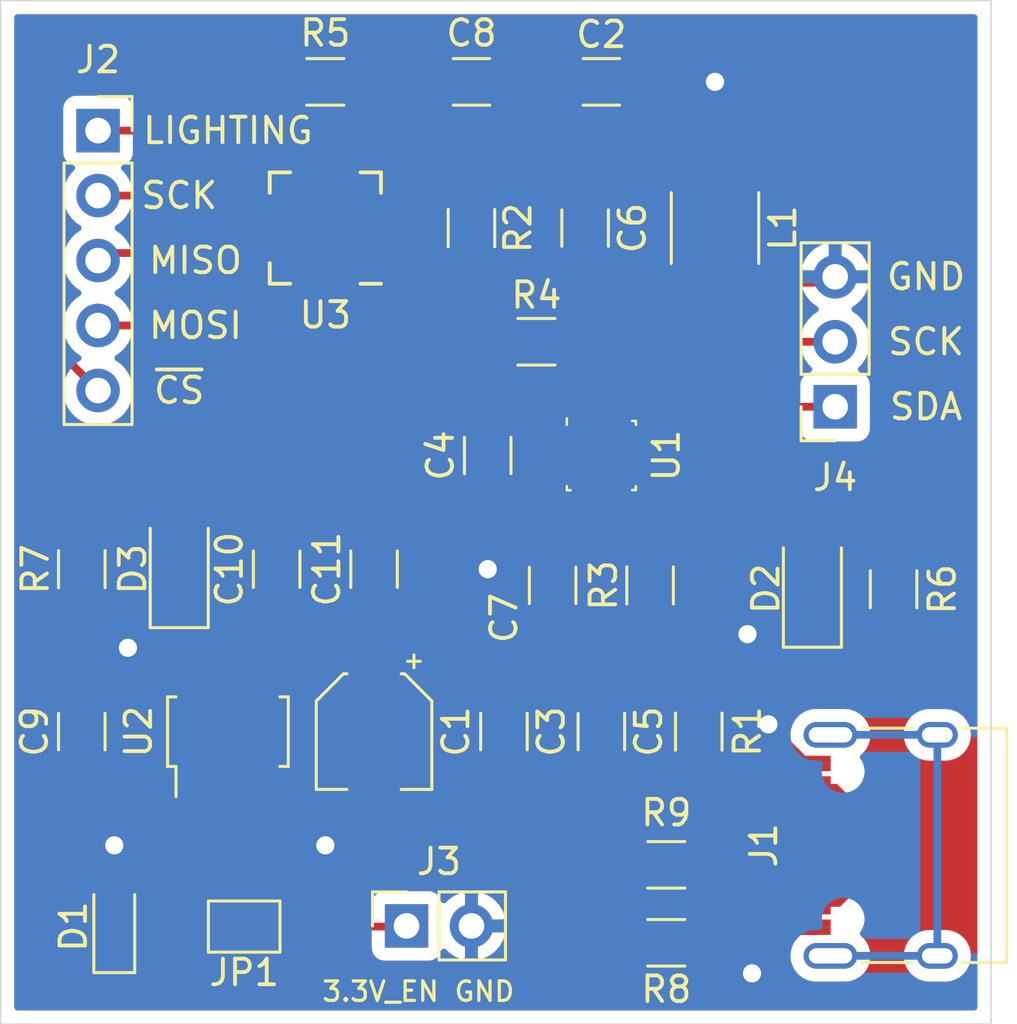
<source format=kicad_pcb>
(kicad_pcb (version 20171130) (host pcbnew "(5.1.9)-1")

  (general
    (thickness 1.6)
    (drawings 14)
    (tracks 156)
    (zones 0)
    (modules 32)
    (nets 28)
  )

  (page A4)
  (title_block
    (title "Replica simplificada de SparkFun MicroMod Weather")
    (date 2021-03-29)
    (rev 1)
    (comment 1 "Autor: Fabiola de las Casas Escardó")
    (comment 2 "Revisor: Alejandro Moreno")
    (comment 3 https://creativecommons.org/license/by-sa/4.0/)
    (comment 4 "Released under the Creative Commons Attribution Share-Alike 4.0 Licence")
  )

  (layers
    (0 F.Cu signal)
    (31 B.Cu signal)
    (32 B.Adhes user)
    (33 F.Adhes user)
    (34 B.Paste user)
    (35 F.Paste user)
    (36 B.SilkS user)
    (37 F.SilkS user)
    (38 B.Mask user)
    (39 F.Mask user)
    (40 Dwgs.User user)
    (41 Cmts.User user)
    (42 Eco1.User user)
    (43 Eco2.User user)
    (44 Edge.Cuts user)
    (45 Margin user)
    (46 B.CrtYd user)
    (47 F.CrtYd user)
    (48 B.Fab user)
    (49 F.Fab user hide)
  )

  (setup
    (last_trace_width 0.3048)
    (trace_clearance 0.1524)
    (zone_clearance 0.508)
    (zone_45_only no)
    (trace_min 0.127)
    (via_size 1.27)
    (via_drill 0.7112)
    (via_min_size 1.1096)
    (via_min_drill 0.5)
    (uvia_size 0.3)
    (uvia_drill 0.1)
    (uvias_allowed no)
    (uvia_min_size 0.2)
    (uvia_min_drill 0.1)
    (edge_width 0.05)
    (segment_width 0.2)
    (pcb_text_width 0.3)
    (pcb_text_size 1.5 1.5)
    (mod_edge_width 0.12)
    (mod_text_size 1 1)
    (mod_text_width 0.15)
    (pad_size 1.524 1.524)
    (pad_drill 0.762)
    (pad_to_mask_clearance 0)
    (aux_axis_origin 0 0)
    (visible_elements 7FFFFFFF)
    (pcbplotparams
      (layerselection 0x010fc_ffffffff)
      (usegerberextensions false)
      (usegerberattributes true)
      (usegerberadvancedattributes true)
      (creategerberjobfile true)
      (excludeedgelayer true)
      (linewidth 0.100000)
      (plotframeref false)
      (viasonmask false)
      (mode 1)
      (useauxorigin false)
      (hpglpennumber 1)
      (hpglpenspeed 20)
      (hpglpendiameter 15.000000)
      (psnegative false)
      (psa4output false)
      (plotreference true)
      (plotvalue true)
      (plotinvisibletext false)
      (padsonsilk false)
      (subtractmaskfromsilk false)
      (outputformat 1)
      (mirror false)
      (drillshape 1)
      (scaleselection 1)
      (outputdirectory ""))
  )

  (net 0 "")
  (net 1 +3V3)
  (net 2 GND)
  (net 3 +5V)
  (net 4 "Net-(C6-Pad1)")
  (net 5 "Net-(D1-Pad1)")
  (net 6 "Net-(D2-Pad2)")
  (net 7 "Net-(D3-Pad2)")
  (net 8 "Net-(J1-PadS1)")
  (net 9 "Net-(J1-PadB5)")
  (net 10 "Net-(J1-PadA8)")
  (net 11 "Net-(J1-PadB6)")
  (net 12 "Net-(J1-PadA7)")
  (net 13 "Net-(J1-PadA5)")
  (net 14 "Net-(J1-PadB8)")
  (net 15 /SPI_~CS~)
  (net 16 /SPI_MISO)
  (net 17 /SPI_MOSI)
  (net 18 /SPI_SCK)
  (net 19 /LIGHTING_IRQ)
  (net 20 3.3V_EN)
  (net 21 I2C_SCK)
  (net 22 I2C_SDA)
  (net 23 "Net-(R3-Pad2)")
  (net 24 "Net-(R4-Pad2)")
  (net 25 "Net-(U2-Pad3)")
  (net 26 "Net-(J1-PadA6)")
  (net 27 "Net-(J1-PadB7)")

  (net_class Default "Esta es la clase de red por defecto."
    (clearance 0.1524)
    (trace_width 0.3048)
    (via_dia 1.27)
    (via_drill 0.7112)
    (uvia_dia 0.3)
    (uvia_drill 0.1)
    (diff_pair_width 0.3048)
    (diff_pair_gap 0.25)
    (add_net +3V3)
    (add_net +5V)
    (add_net /LIGHTING_IRQ)
    (add_net /SPI_MISO)
    (add_net /SPI_MOSI)
    (add_net /SPI_SCK)
    (add_net /SPI_~CS~)
    (add_net 3.3V_EN)
    (add_net GND)
    (add_net I2C_SCK)
    (add_net I2C_SDA)
    (add_net "Net-(C6-Pad1)")
    (add_net "Net-(D1-Pad1)")
    (add_net "Net-(D2-Pad2)")
    (add_net "Net-(D3-Pad2)")
    (add_net "Net-(J1-PadA5)")
    (add_net "Net-(J1-PadA6)")
    (add_net "Net-(J1-PadA7)")
    (add_net "Net-(J1-PadA8)")
    (add_net "Net-(J1-PadB5)")
    (add_net "Net-(J1-PadB6)")
    (add_net "Net-(J1-PadB7)")
    (add_net "Net-(J1-PadB8)")
    (add_net "Net-(J1-PadS1)")
    (add_net "Net-(R3-Pad2)")
    (add_net "Net-(R4-Pad2)")
    (add_net "Net-(U2-Pad3)")
  )

  (module Package_DFN_QFN:MLPQ-16-1EP_4x4mm_P0.65mm_EP2.8x2.8mm (layer F.Cu) (tedit 5A65004B) (tstamp 6062B6BB)
    (at 139.065 86.995 180)
    (descr "Micro Leadframe Package, 16 pin with exposed pad")
    (tags "MLPQ- 0.65")
    (path /606F4869)
    (attr smd)
    (fp_text reference U3 (at 0 -3.4) (layer F.SilkS)
      (effects (font (size 1 1) (thickness 0.15)))
    )
    (fp_text value AS3935 (at 0 3.4) (layer F.Fab)
      (effects (font (size 1 1) (thickness 0.15)))
    )
    (fp_line (start 2.175 -2.175) (end 1.375 -2.175) (layer F.SilkS) (width 0.15))
    (fp_line (start 2.175 2.175) (end 1.375 2.175) (layer F.SilkS) (width 0.15))
    (fp_line (start -2.175 2.175) (end -1.375 2.175) (layer F.SilkS) (width 0.15))
    (fp_line (start -2.175 -2.175) (end -1.375 -2.175) (layer F.SilkS) (width 0.15))
    (fp_line (start 2.175 2.175) (end 2.175 1.375) (layer F.SilkS) (width 0.15))
    (fp_line (start -2.175 2.175) (end -2.175 1.375) (layer F.SilkS) (width 0.15))
    (fp_line (start 2.175 -2.175) (end 2.175 -1.375) (layer F.SilkS) (width 0.15))
    (fp_line (start -2.65 2.65) (end 2.65 2.65) (layer F.CrtYd) (width 0.05))
    (fp_line (start -2.65 -2.65) (end 2.65 -2.65) (layer F.CrtYd) (width 0.05))
    (fp_line (start 2.65 -2.65) (end 2.65 2.65) (layer F.CrtYd) (width 0.05))
    (fp_line (start -2.65 -2.65) (end -2.65 2.65) (layer F.CrtYd) (width 0.05))
    (fp_line (start -2 -1) (end -1 -2) (layer F.Fab) (width 0.15))
    (fp_line (start -2 2) (end -2 -1) (layer F.Fab) (width 0.15))
    (fp_line (start 2 2) (end -2 2) (layer F.Fab) (width 0.15))
    (fp_line (start 2 -2) (end 2 2) (layer F.Fab) (width 0.15))
    (fp_line (start -1 -2) (end 2 -2) (layer F.Fab) (width 0.15))
    (fp_text user %R (at 0 0) (layer F.Fab)
      (effects (font (size 1 1) (thickness 0.15)))
    )
    (pad "" smd rect (at -0.7 0.7 180) (size 1.13 1.13) (layers F.Paste))
    (pad "" smd rect (at -0.7 -0.7 180) (size 1.13 1.13) (layers F.Paste))
    (pad "" smd rect (at 0.7 -0.7 180) (size 1.13 1.13) (layers F.Paste))
    (pad 17 smd rect (at 0 0 180) (size 2.8 2.8) (layers F.Cu F.Mask)
      (net 2 GND))
    (pad "" smd rect (at 0.7 0.7 180) (size 1.13 1.13) (layers F.Paste))
    (pad 16 smd oval (at -0.975 -2 270) (size 0.8 0.35) (layers F.Cu F.Paste F.Mask)
      (net 2 GND))
    (pad 15 smd oval (at -0.325 -2 270) (size 0.8 0.35) (layers F.Cu F.Paste F.Mask)
      (net 2 GND))
    (pad 14 smd oval (at 0.325 -2 270) (size 0.8 0.35) (layers F.Cu F.Paste F.Mask))
    (pad 13 smd oval (at 0.975 -2 270) (size 0.8 0.35) (layers F.Cu F.Paste F.Mask)
      (net 17 /SPI_MOSI))
    (pad 12 smd oval (at 2 -0.975 180) (size 0.8 0.35) (layers F.Cu F.Paste F.Mask)
      (net 16 /SPI_MISO))
    (pad 11 smd oval (at 2 -0.325 180) (size 0.8 0.35) (layers F.Cu F.Paste F.Mask)
      (net 18 /SPI_SCK))
    (pad 10 smd oval (at 2 0.325 180) (size 0.8 0.35) (layers F.Cu F.Paste F.Mask)
      (net 19 /LIGHTING_IRQ))
    (pad 9 smd oval (at 2 0.975 180) (size 0.8 0.35) (layers F.Cu F.Paste F.Mask)
      (net 2 GND))
    (pad 8 smd oval (at 0.975 2 270) (size 0.8 0.35) (layers F.Cu F.Paste F.Mask)
      (net 15 /SPI_~CS~))
    (pad 7 smd oval (at 0.325 2 270) (size 0.8 0.35) (layers F.Cu F.Paste F.Mask)
      (net 2 GND))
    (pad 6 smd oval (at -0.325 2 270) (size 0.8 0.35) (layers F.Cu F.Paste F.Mask)
      (net 1 +3V3))
    (pad 5 smd oval (at -0.975 2 270) (size 0.8 0.35) (layers F.Cu F.Paste F.Mask)
      (net 1 +3V3))
    (pad 4 smd oval (at -2 0.975 180) (size 0.8 0.35) (layers F.Cu F.Paste F.Mask)
      (net 2 GND))
    (pad 3 smd oval (at -2 0.325 180) (size 0.8 0.35) (layers F.Cu F.Paste F.Mask)
      (net 4 "Net-(C6-Pad1)"))
    (pad 2 smd oval (at -2 -0.325 180) (size 0.8 0.35) (layers F.Cu F.Paste F.Mask)
      (net 2 GND))
    (pad 1 smd oval (at -2 -0.975 180) (size 0.8 0.35) (layers F.Cu F.Paste F.Mask)
      (net 2 GND))
    (model ${KISYS3DMOD}/Package_DFN_QFN.3dshapes/MLPQ-16-1EP_4x4mm_P0.65mm_EP2.8x2.8mm.wrl
      (at (xyz 0 0 0))
      (scale (xyz 1 1 1))
      (rotate (xyz 0 0 0))
    )
  )

  (module Capacitor_SMD:C_1206_3216Metric (layer F.Cu) (tedit 5F68FEEE) (tstamp 60625CBE)
    (at 140.97 100.33 90)
    (descr "Capacitor SMD 1206 (3216 Metric), square (rectangular) end terminal, IPC_7351 nominal, (Body size source: IPC-SM-782 page 76, https://www.pcb-3d.com/wordpress/wp-content/uploads/ipc-sm-782a_amendment_1_and_2.pdf), generated with kicad-footprint-generator")
    (tags capacitor)
    (path /60613459)
    (attr smd)
    (fp_text reference C11 (at 0 -1.85 90) (layer F.SilkS)
      (effects (font (size 1 1) (thickness 0.15)))
    )
    (fp_text value 0.22u (at 0 1.85 90) (layer F.Fab)
      (effects (font (size 1 1) (thickness 0.15)))
    )
    (fp_line (start -1.6 0.8) (end -1.6 -0.8) (layer F.Fab) (width 0.1))
    (fp_line (start -1.6 -0.8) (end 1.6 -0.8) (layer F.Fab) (width 0.1))
    (fp_line (start 1.6 -0.8) (end 1.6 0.8) (layer F.Fab) (width 0.1))
    (fp_line (start 1.6 0.8) (end -1.6 0.8) (layer F.Fab) (width 0.1))
    (fp_line (start -0.711252 -0.91) (end 0.711252 -0.91) (layer F.SilkS) (width 0.12))
    (fp_line (start -0.711252 0.91) (end 0.711252 0.91) (layer F.SilkS) (width 0.12))
    (fp_line (start -2.3 1.15) (end -2.3 -1.15) (layer F.CrtYd) (width 0.05))
    (fp_line (start -2.3 -1.15) (end 2.3 -1.15) (layer F.CrtYd) (width 0.05))
    (fp_line (start 2.3 -1.15) (end 2.3 1.15) (layer F.CrtYd) (width 0.05))
    (fp_line (start 2.3 1.15) (end -2.3 1.15) (layer F.CrtYd) (width 0.05))
    (fp_text user %R (at 0 0 90) (layer F.Fab)
      (effects (font (size 0.8 0.8) (thickness 0.12)))
    )
    (pad 1 smd roundrect (at -1.475 0 90) (size 1.15 1.8) (layers F.Cu F.Paste F.Mask) (roundrect_rratio 0.217391)
      (net 1 +3V3))
    (pad 2 smd roundrect (at 1.475 0 90) (size 1.15 1.8) (layers F.Cu F.Paste F.Mask) (roundrect_rratio 0.217391)
      (net 2 GND))
    (model ${KISYS3DMOD}/Capacitor_SMD.3dshapes/C_1206_3216Metric.wrl
      (at (xyz 0 0 0))
      (scale (xyz 1 1 1))
      (rotate (xyz 0 0 0))
    )
  )

  (module Capacitor_SMD:CP_Elec_4x3 (layer F.Cu) (tedit 5BCA39CF) (tstamp 60625CE6)
    (at 140.97 106.68 270)
    (descr "SMD capacitor, aluminum electrolytic, Nichicon, 4.0x3mm")
    (tags "capacitor electrolytic")
    (path /60613785)
    (attr smd)
    (fp_text reference C1 (at 0 -3.2 90) (layer F.SilkS)
      (effects (font (size 1 1) (thickness 0.15)))
    )
    (fp_text value 10u (at 0 3.2 90) (layer F.Fab)
      (effects (font (size 1 1) (thickness 0.15)))
    )
    (fp_circle (center 0 0) (end 2 0) (layer F.Fab) (width 0.1))
    (fp_line (start 2.15 -2.15) (end 2.15 2.15) (layer F.Fab) (width 0.1))
    (fp_line (start -1.15 -2.15) (end 2.15 -2.15) (layer F.Fab) (width 0.1))
    (fp_line (start -1.15 2.15) (end 2.15 2.15) (layer F.Fab) (width 0.1))
    (fp_line (start -2.15 -1.15) (end -2.15 1.15) (layer F.Fab) (width 0.1))
    (fp_line (start -2.15 -1.15) (end -1.15 -2.15) (layer F.Fab) (width 0.1))
    (fp_line (start -2.15 1.15) (end -1.15 2.15) (layer F.Fab) (width 0.1))
    (fp_line (start -1.574773 -1) (end -1.174773 -1) (layer F.Fab) (width 0.1))
    (fp_line (start -1.374773 -1.2) (end -1.374773 -0.8) (layer F.Fab) (width 0.1))
    (fp_line (start 2.26 2.26) (end 2.26 1.06) (layer F.SilkS) (width 0.12))
    (fp_line (start 2.26 -2.26) (end 2.26 -1.06) (layer F.SilkS) (width 0.12))
    (fp_line (start -1.195563 -2.26) (end 2.26 -2.26) (layer F.SilkS) (width 0.12))
    (fp_line (start -1.195563 2.26) (end 2.26 2.26) (layer F.SilkS) (width 0.12))
    (fp_line (start -2.26 1.195563) (end -2.26 1.06) (layer F.SilkS) (width 0.12))
    (fp_line (start -2.26 -1.195563) (end -2.26 -1.06) (layer F.SilkS) (width 0.12))
    (fp_line (start -2.26 -1.195563) (end -1.195563 -2.26) (layer F.SilkS) (width 0.12))
    (fp_line (start -2.26 1.195563) (end -1.195563 2.26) (layer F.SilkS) (width 0.12))
    (fp_line (start -3 -1.56) (end -2.5 -1.56) (layer F.SilkS) (width 0.12))
    (fp_line (start -2.75 -1.81) (end -2.75 -1.31) (layer F.SilkS) (width 0.12))
    (fp_line (start 2.4 -2.4) (end 2.4 -1.05) (layer F.CrtYd) (width 0.05))
    (fp_line (start 2.4 -1.05) (end 3.35 -1.05) (layer F.CrtYd) (width 0.05))
    (fp_line (start 3.35 -1.05) (end 3.35 1.05) (layer F.CrtYd) (width 0.05))
    (fp_line (start 3.35 1.05) (end 2.4 1.05) (layer F.CrtYd) (width 0.05))
    (fp_line (start 2.4 1.05) (end 2.4 2.4) (layer F.CrtYd) (width 0.05))
    (fp_line (start -1.25 2.4) (end 2.4 2.4) (layer F.CrtYd) (width 0.05))
    (fp_line (start -1.25 -2.4) (end 2.4 -2.4) (layer F.CrtYd) (width 0.05))
    (fp_line (start -2.4 1.25) (end -1.25 2.4) (layer F.CrtYd) (width 0.05))
    (fp_line (start -2.4 -1.25) (end -1.25 -2.4) (layer F.CrtYd) (width 0.05))
    (fp_line (start -2.4 -1.25) (end -2.4 -1.05) (layer F.CrtYd) (width 0.05))
    (fp_line (start -2.4 1.05) (end -2.4 1.25) (layer F.CrtYd) (width 0.05))
    (fp_line (start -2.4 -1.05) (end -3.35 -1.05) (layer F.CrtYd) (width 0.05))
    (fp_line (start -3.35 -1.05) (end -3.35 1.05) (layer F.CrtYd) (width 0.05))
    (fp_line (start -3.35 1.05) (end -2.4 1.05) (layer F.CrtYd) (width 0.05))
    (fp_text user %R (at 0 0 90) (layer F.Fab)
      (effects (font (size 0.8 0.8) (thickness 0.12)))
    )
    (pad 1 smd roundrect (at -1.8 0 270) (size 2.6 1.6) (layers F.Cu F.Paste F.Mask) (roundrect_rratio 0.15625)
      (net 3 +5V))
    (pad 2 smd roundrect (at 1.8 0 270) (size 2.6 1.6) (layers F.Cu F.Paste F.Mask) (roundrect_rratio 0.15625)
      (net 2 GND))
    (model ${KISYS3DMOD}/Capacitor_SMD.3dshapes/CP_Elec_4x3.wrl
      (at (xyz 0 0 0))
      (scale (xyz 1 1 1))
      (rotate (xyz 0 0 0))
    )
  )

  (module Capacitor_SMD:C_1206_3216Metric (layer F.Cu) (tedit 5F68FEEE) (tstamp 60625CF7)
    (at 149.86 81.28)
    (descr "Capacitor SMD 1206 (3216 Metric), square (rectangular) end terminal, IPC_7351 nominal, (Body size source: IPC-SM-782 page 76, https://www.pcb-3d.com/wordpress/wp-content/uploads/ipc-sm-782a_amendment_1_and_2.pdf), generated with kicad-footprint-generator")
    (tags capacitor)
    (path /6065BF9E)
    (attr smd)
    (fp_text reference C2 (at 0 -1.85) (layer F.SilkS)
      (effects (font (size 1 1) (thickness 0.15)))
    )
    (fp_text value 10u (at 0 1.85) (layer F.Fab)
      (effects (font (size 1 1) (thickness 0.15)))
    )
    (fp_line (start 2.3 1.15) (end -2.3 1.15) (layer F.CrtYd) (width 0.05))
    (fp_line (start 2.3 -1.15) (end 2.3 1.15) (layer F.CrtYd) (width 0.05))
    (fp_line (start -2.3 -1.15) (end 2.3 -1.15) (layer F.CrtYd) (width 0.05))
    (fp_line (start -2.3 1.15) (end -2.3 -1.15) (layer F.CrtYd) (width 0.05))
    (fp_line (start -0.711252 0.91) (end 0.711252 0.91) (layer F.SilkS) (width 0.12))
    (fp_line (start -0.711252 -0.91) (end 0.711252 -0.91) (layer F.SilkS) (width 0.12))
    (fp_line (start 1.6 0.8) (end -1.6 0.8) (layer F.Fab) (width 0.1))
    (fp_line (start 1.6 -0.8) (end 1.6 0.8) (layer F.Fab) (width 0.1))
    (fp_line (start -1.6 -0.8) (end 1.6 -0.8) (layer F.Fab) (width 0.1))
    (fp_line (start -1.6 0.8) (end -1.6 -0.8) (layer F.Fab) (width 0.1))
    (fp_text user %R (at 0 0) (layer F.Fab)
      (effects (font (size 0.8 0.8) (thickness 0.12)))
    )
    (pad 2 smd roundrect (at 1.475 0) (size 1.15 1.8) (layers F.Cu F.Paste F.Mask) (roundrect_rratio 0.217391)
      (net 2 GND))
    (pad 1 smd roundrect (at -1.475 0) (size 1.15 1.8) (layers F.Cu F.Paste F.Mask) (roundrect_rratio 0.217391)
      (net 2 GND))
    (model ${KISYS3DMOD}/Capacitor_SMD.3dshapes/C_1206_3216Metric.wrl
      (at (xyz 0 0 0))
      (scale (xyz 1 1 1))
      (rotate (xyz 0 0 0))
    )
  )

  (module Capacitor_SMD:C_1206_3216Metric (layer F.Cu) (tedit 5F68FEEE) (tstamp 60625D08)
    (at 146.05 106.68 270)
    (descr "Capacitor SMD 1206 (3216 Metric), square (rectangular) end terminal, IPC_7351 nominal, (Body size source: IPC-SM-782 page 76, https://www.pcb-3d.com/wordpress/wp-content/uploads/ipc-sm-782a_amendment_1_and_2.pdf), generated with kicad-footprint-generator")
    (tags capacitor)
    (path /60612B65)
    (attr smd)
    (fp_text reference C3 (at 0 -1.85 90) (layer F.SilkS)
      (effects (font (size 1 1) (thickness 0.15)))
    )
    (fp_text value 0.22u (at 0 1.85 90) (layer F.Fab)
      (effects (font (size 1 1) (thickness 0.15)))
    )
    (fp_line (start 2.3 1.15) (end -2.3 1.15) (layer F.CrtYd) (width 0.05))
    (fp_line (start 2.3 -1.15) (end 2.3 1.15) (layer F.CrtYd) (width 0.05))
    (fp_line (start -2.3 -1.15) (end 2.3 -1.15) (layer F.CrtYd) (width 0.05))
    (fp_line (start -2.3 1.15) (end -2.3 -1.15) (layer F.CrtYd) (width 0.05))
    (fp_line (start -0.711252 0.91) (end 0.711252 0.91) (layer F.SilkS) (width 0.12))
    (fp_line (start -0.711252 -0.91) (end 0.711252 -0.91) (layer F.SilkS) (width 0.12))
    (fp_line (start 1.6 0.8) (end -1.6 0.8) (layer F.Fab) (width 0.1))
    (fp_line (start 1.6 -0.8) (end 1.6 0.8) (layer F.Fab) (width 0.1))
    (fp_line (start -1.6 -0.8) (end 1.6 -0.8) (layer F.Fab) (width 0.1))
    (fp_line (start -1.6 0.8) (end -1.6 -0.8) (layer F.Fab) (width 0.1))
    (fp_text user %R (at 0 0 90) (layer F.Fab)
      (effects (font (size 0.8 0.8) (thickness 0.12)))
    )
    (pad 2 smd roundrect (at 1.475 0 270) (size 1.15 1.8) (layers F.Cu F.Paste F.Mask) (roundrect_rratio 0.217391)
      (net 2 GND))
    (pad 1 smd roundrect (at -1.475 0 270) (size 1.15 1.8) (layers F.Cu F.Paste F.Mask) (roundrect_rratio 0.217391)
      (net 3 +5V))
    (model ${KISYS3DMOD}/Capacitor_SMD.3dshapes/C_1206_3216Metric.wrl
      (at (xyz 0 0 0))
      (scale (xyz 1 1 1))
      (rotate (xyz 0 0 0))
    )
  )

  (module Capacitor_SMD:C_1206_3216Metric (layer F.Cu) (tedit 5F68FEEE) (tstamp 60625D19)
    (at 145.415 95.885 90)
    (descr "Capacitor SMD 1206 (3216 Metric), square (rectangular) end terminal, IPC_7351 nominal, (Body size source: IPC-SM-782 page 76, https://www.pcb-3d.com/wordpress/wp-content/uploads/ipc-sm-782a_amendment_1_and_2.pdf), generated with kicad-footprint-generator")
    (tags capacitor)
    (path /606489F1)
    (attr smd)
    (fp_text reference C4 (at 0 -1.85 90) (layer F.SilkS)
      (effects (font (size 1 1) (thickness 0.15)))
    )
    (fp_text value 0.1u (at 0 1.85 90) (layer F.Fab)
      (effects (font (size 1 1) (thickness 0.15)))
    )
    (fp_line (start -1.6 0.8) (end -1.6 -0.8) (layer F.Fab) (width 0.1))
    (fp_line (start -1.6 -0.8) (end 1.6 -0.8) (layer F.Fab) (width 0.1))
    (fp_line (start 1.6 -0.8) (end 1.6 0.8) (layer F.Fab) (width 0.1))
    (fp_line (start 1.6 0.8) (end -1.6 0.8) (layer F.Fab) (width 0.1))
    (fp_line (start -0.711252 -0.91) (end 0.711252 -0.91) (layer F.SilkS) (width 0.12))
    (fp_line (start -0.711252 0.91) (end 0.711252 0.91) (layer F.SilkS) (width 0.12))
    (fp_line (start -2.3 1.15) (end -2.3 -1.15) (layer F.CrtYd) (width 0.05))
    (fp_line (start -2.3 -1.15) (end 2.3 -1.15) (layer F.CrtYd) (width 0.05))
    (fp_line (start 2.3 -1.15) (end 2.3 1.15) (layer F.CrtYd) (width 0.05))
    (fp_line (start 2.3 1.15) (end -2.3 1.15) (layer F.CrtYd) (width 0.05))
    (fp_text user %R (at 0 0 90) (layer F.Fab)
      (effects (font (size 0.8 0.8) (thickness 0.12)))
    )
    (pad 1 smd roundrect (at -1.475 0 90) (size 1.15 1.8) (layers F.Cu F.Paste F.Mask) (roundrect_rratio 0.217391)
      (net 1 +3V3))
    (pad 2 smd roundrect (at 1.475 0 90) (size 1.15 1.8) (layers F.Cu F.Paste F.Mask) (roundrect_rratio 0.217391)
      (net 2 GND))
    (model ${KISYS3DMOD}/Capacitor_SMD.3dshapes/C_1206_3216Metric.wrl
      (at (xyz 0 0 0))
      (scale (xyz 1 1 1))
      (rotate (xyz 0 0 0))
    )
  )

  (module Capacitor_SMD:C_1206_3216Metric (layer F.Cu) (tedit 5F68FEEE) (tstamp 60625D2A)
    (at 149.86 106.68 270)
    (descr "Capacitor SMD 1206 (3216 Metric), square (rectangular) end terminal, IPC_7351 nominal, (Body size source: IPC-SM-782 page 76, https://www.pcb-3d.com/wordpress/wp-content/uploads/ipc-sm-782a_amendment_1_and_2.pdf), generated with kicad-footprint-generator")
    (tags capacitor)
    (path /6061291D)
    (attr smd)
    (fp_text reference C5 (at 0 -1.85 90) (layer F.SilkS)
      (effects (font (size 1 1) (thickness 0.15)))
    )
    (fp_text value 0.1u (at 0 1.85 90) (layer F.Fab)
      (effects (font (size 1 1) (thickness 0.15)))
    )
    (fp_line (start -1.6 0.8) (end -1.6 -0.8) (layer F.Fab) (width 0.1))
    (fp_line (start -1.6 -0.8) (end 1.6 -0.8) (layer F.Fab) (width 0.1))
    (fp_line (start 1.6 -0.8) (end 1.6 0.8) (layer F.Fab) (width 0.1))
    (fp_line (start 1.6 0.8) (end -1.6 0.8) (layer F.Fab) (width 0.1))
    (fp_line (start -0.711252 -0.91) (end 0.711252 -0.91) (layer F.SilkS) (width 0.12))
    (fp_line (start -0.711252 0.91) (end 0.711252 0.91) (layer F.SilkS) (width 0.12))
    (fp_line (start -2.3 1.15) (end -2.3 -1.15) (layer F.CrtYd) (width 0.05))
    (fp_line (start -2.3 -1.15) (end 2.3 -1.15) (layer F.CrtYd) (width 0.05))
    (fp_line (start 2.3 -1.15) (end 2.3 1.15) (layer F.CrtYd) (width 0.05))
    (fp_line (start 2.3 1.15) (end -2.3 1.15) (layer F.CrtYd) (width 0.05))
    (fp_text user %R (at 0 0 90) (layer F.Fab)
      (effects (font (size 0.8 0.8) (thickness 0.12)))
    )
    (pad 1 smd roundrect (at -1.475 0 270) (size 1.15 1.8) (layers F.Cu F.Paste F.Mask) (roundrect_rratio 0.217391)
      (net 3 +5V))
    (pad 2 smd roundrect (at 1.475 0 270) (size 1.15 1.8) (layers F.Cu F.Paste F.Mask) (roundrect_rratio 0.217391)
      (net 2 GND))
    (model ${KISYS3DMOD}/Capacitor_SMD.3dshapes/C_1206_3216Metric.wrl
      (at (xyz 0 0 0))
      (scale (xyz 1 1 1))
      (rotate (xyz 0 0 0))
    )
  )

  (module Capacitor_SMD:C_1206_3216Metric (layer F.Cu) (tedit 5F68FEEE) (tstamp 60625D3B)
    (at 149.225 86.995 270)
    (descr "Capacitor SMD 1206 (3216 Metric), square (rectangular) end terminal, IPC_7351 nominal, (Body size source: IPC-SM-782 page 76, https://www.pcb-3d.com/wordpress/wp-content/uploads/ipc-sm-782a_amendment_1_and_2.pdf), generated with kicad-footprint-generator")
    (tags capacitor)
    (path /60689322)
    (attr smd)
    (fp_text reference C6 (at 0 -1.85 90) (layer F.SilkS)
      (effects (font (size 1 1) (thickness 0.15)))
    )
    (fp_text value 1n (at 0 1.85 90) (layer F.Fab)
      (effects (font (size 1 1) (thickness 0.15)))
    )
    (fp_line (start -1.6 0.8) (end -1.6 -0.8) (layer F.Fab) (width 0.1))
    (fp_line (start -1.6 -0.8) (end 1.6 -0.8) (layer F.Fab) (width 0.1))
    (fp_line (start 1.6 -0.8) (end 1.6 0.8) (layer F.Fab) (width 0.1))
    (fp_line (start 1.6 0.8) (end -1.6 0.8) (layer F.Fab) (width 0.1))
    (fp_line (start -0.711252 -0.91) (end 0.711252 -0.91) (layer F.SilkS) (width 0.12))
    (fp_line (start -0.711252 0.91) (end 0.711252 0.91) (layer F.SilkS) (width 0.12))
    (fp_line (start -2.3 1.15) (end -2.3 -1.15) (layer F.CrtYd) (width 0.05))
    (fp_line (start -2.3 -1.15) (end 2.3 -1.15) (layer F.CrtYd) (width 0.05))
    (fp_line (start 2.3 -1.15) (end 2.3 1.15) (layer F.CrtYd) (width 0.05))
    (fp_line (start 2.3 1.15) (end -2.3 1.15) (layer F.CrtYd) (width 0.05))
    (fp_text user %R (at 0 0 90) (layer F.Fab)
      (effects (font (size 0.8 0.8) (thickness 0.12)))
    )
    (pad 1 smd roundrect (at -1.475 0 270) (size 1.15 1.8) (layers F.Cu F.Paste F.Mask) (roundrect_rratio 0.217391)
      (net 4 "Net-(C6-Pad1)"))
    (pad 2 smd roundrect (at 1.475 0 270) (size 1.15 1.8) (layers F.Cu F.Paste F.Mask) (roundrect_rratio 0.217391)
      (net 2 GND))
    (model ${KISYS3DMOD}/Capacitor_SMD.3dshapes/C_1206_3216Metric.wrl
      (at (xyz 0 0 0))
      (scale (xyz 1 1 1))
      (rotate (xyz 0 0 0))
    )
  )

  (module Capacitor_SMD:C_1206_3216Metric (layer F.Cu) (tedit 5F68FEEE) (tstamp 60625D4C)
    (at 147.955 100.965 270)
    (descr "Capacitor SMD 1206 (3216 Metric), square (rectangular) end terminal, IPC_7351 nominal, (Body size source: IPC-SM-782 page 76, https://www.pcb-3d.com/wordpress/wp-content/uploads/ipc-sm-782a_amendment_1_and_2.pdf), generated with kicad-footprint-generator")
    (tags capacitor)
    (path /60646E5A)
    (attr smd)
    (fp_text reference C7 (at 1.27 1.905 90) (layer F.SilkS)
      (effects (font (size 1 1) (thickness 0.15)))
    )
    (fp_text value 0.1u (at 0 1.85 90) (layer F.Fab)
      (effects (font (size 1 1) (thickness 0.15)))
    )
    (fp_line (start 2.3 1.15) (end -2.3 1.15) (layer F.CrtYd) (width 0.05))
    (fp_line (start 2.3 -1.15) (end 2.3 1.15) (layer F.CrtYd) (width 0.05))
    (fp_line (start -2.3 -1.15) (end 2.3 -1.15) (layer F.CrtYd) (width 0.05))
    (fp_line (start -2.3 1.15) (end -2.3 -1.15) (layer F.CrtYd) (width 0.05))
    (fp_line (start -0.711252 0.91) (end 0.711252 0.91) (layer F.SilkS) (width 0.12))
    (fp_line (start -0.711252 -0.91) (end 0.711252 -0.91) (layer F.SilkS) (width 0.12))
    (fp_line (start 1.6 0.8) (end -1.6 0.8) (layer F.Fab) (width 0.1))
    (fp_line (start 1.6 -0.8) (end 1.6 0.8) (layer F.Fab) (width 0.1))
    (fp_line (start -1.6 -0.8) (end 1.6 -0.8) (layer F.Fab) (width 0.1))
    (fp_line (start -1.6 0.8) (end -1.6 -0.8) (layer F.Fab) (width 0.1))
    (fp_text user %R (at 0 0 90) (layer F.Fab)
      (effects (font (size 0.8 0.8) (thickness 0.12)))
    )
    (pad 2 smd roundrect (at 1.475 0 270) (size 1.15 1.8) (layers F.Cu F.Paste F.Mask) (roundrect_rratio 0.217391)
      (net 1 +3V3))
    (pad 1 smd roundrect (at -1.475 0 270) (size 1.15 1.8) (layers F.Cu F.Paste F.Mask) (roundrect_rratio 0.217391)
      (net 2 GND))
    (model ${KISYS3DMOD}/Capacitor_SMD.3dshapes/C_1206_3216Metric.wrl
      (at (xyz 0 0 0))
      (scale (xyz 1 1 1))
      (rotate (xyz 0 0 0))
    )
  )

  (module Capacitor_SMD:C_1206_3216Metric (layer F.Cu) (tedit 5F68FEEE) (tstamp 60625D5D)
    (at 144.78 81.28 180)
    (descr "Capacitor SMD 1206 (3216 Metric), square (rectangular) end terminal, IPC_7351 nominal, (Body size source: IPC-SM-782 page 76, https://www.pcb-3d.com/wordpress/wp-content/uploads/ipc-sm-782a_amendment_1_and_2.pdf), generated with kicad-footprint-generator")
    (tags capacitor)
    (path /60682816)
    (attr smd)
    (fp_text reference C8 (at 0 1.905) (layer F.SilkS)
      (effects (font (size 1 1) (thickness 0.15)))
    )
    (fp_text value 1u (at 0 1.85) (layer F.Fab)
      (effects (font (size 1 1) (thickness 0.15)))
    )
    (fp_line (start 2.3 1.15) (end -2.3 1.15) (layer F.CrtYd) (width 0.05))
    (fp_line (start 2.3 -1.15) (end 2.3 1.15) (layer F.CrtYd) (width 0.05))
    (fp_line (start -2.3 -1.15) (end 2.3 -1.15) (layer F.CrtYd) (width 0.05))
    (fp_line (start -2.3 1.15) (end -2.3 -1.15) (layer F.CrtYd) (width 0.05))
    (fp_line (start -0.711252 0.91) (end 0.711252 0.91) (layer F.SilkS) (width 0.12))
    (fp_line (start -0.711252 -0.91) (end 0.711252 -0.91) (layer F.SilkS) (width 0.12))
    (fp_line (start 1.6 0.8) (end -1.6 0.8) (layer F.Fab) (width 0.1))
    (fp_line (start 1.6 -0.8) (end 1.6 0.8) (layer F.Fab) (width 0.1))
    (fp_line (start -1.6 -0.8) (end 1.6 -0.8) (layer F.Fab) (width 0.1))
    (fp_line (start -1.6 0.8) (end -1.6 -0.8) (layer F.Fab) (width 0.1))
    (fp_text user %R (at 0 0) (layer F.Fab)
      (effects (font (size 0.8 0.8) (thickness 0.12)))
    )
    (pad 2 smd roundrect (at 1.475 0 180) (size 1.15 1.8) (layers F.Cu F.Paste F.Mask) (roundrect_rratio 0.217391)
      (net 1 +3V3))
    (pad 1 smd roundrect (at -1.475 0 180) (size 1.15 1.8) (layers F.Cu F.Paste F.Mask) (roundrect_rratio 0.217391)
      (net 2 GND))
    (model ${KISYS3DMOD}/Capacitor_SMD.3dshapes/C_1206_3216Metric.wrl
      (at (xyz 0 0 0))
      (scale (xyz 1 1 1))
      (rotate (xyz 0 0 0))
    )
  )

  (module Capacitor_SMD:C_1206_3216Metric (layer F.Cu) (tedit 5F68FEEE) (tstamp 60625D6E)
    (at 129.54 106.68 90)
    (descr "Capacitor SMD 1206 (3216 Metric), square (rectangular) end terminal, IPC_7351 nominal, (Body size source: IPC-SM-782 page 76, https://www.pcb-3d.com/wordpress/wp-content/uploads/ipc-sm-782a_amendment_1_and_2.pdf), generated with kicad-footprint-generator")
    (tags capacitor)
    (path /60612EF1)
    (attr smd)
    (fp_text reference C9 (at 0 -1.85 90) (layer F.SilkS)
      (effects (font (size 1 1) (thickness 0.15)))
    )
    (fp_text value 10u (at 0 1.85 90) (layer F.Fab)
      (effects (font (size 1 1) (thickness 0.15)))
    )
    (fp_line (start -1.6 0.8) (end -1.6 -0.8) (layer F.Fab) (width 0.1))
    (fp_line (start -1.6 -0.8) (end 1.6 -0.8) (layer F.Fab) (width 0.1))
    (fp_line (start 1.6 -0.8) (end 1.6 0.8) (layer F.Fab) (width 0.1))
    (fp_line (start 1.6 0.8) (end -1.6 0.8) (layer F.Fab) (width 0.1))
    (fp_line (start -0.711252 -0.91) (end 0.711252 -0.91) (layer F.SilkS) (width 0.12))
    (fp_line (start -0.711252 0.91) (end 0.711252 0.91) (layer F.SilkS) (width 0.12))
    (fp_line (start -2.3 1.15) (end -2.3 -1.15) (layer F.CrtYd) (width 0.05))
    (fp_line (start -2.3 -1.15) (end 2.3 -1.15) (layer F.CrtYd) (width 0.05))
    (fp_line (start 2.3 -1.15) (end 2.3 1.15) (layer F.CrtYd) (width 0.05))
    (fp_line (start 2.3 1.15) (end -2.3 1.15) (layer F.CrtYd) (width 0.05))
    (fp_text user %R (at 0 0 90) (layer F.Fab)
      (effects (font (size 0.8 0.8) (thickness 0.12)))
    )
    (pad 1 smd roundrect (at -1.475 0 90) (size 1.15 1.8) (layers F.Cu F.Paste F.Mask) (roundrect_rratio 0.217391)
      (net 1 +3V3))
    (pad 2 smd roundrect (at 1.475 0 90) (size 1.15 1.8) (layers F.Cu F.Paste F.Mask) (roundrect_rratio 0.217391)
      (net 2 GND))
    (model ${KISYS3DMOD}/Capacitor_SMD.3dshapes/C_1206_3216Metric.wrl
      (at (xyz 0 0 0))
      (scale (xyz 1 1 1))
      (rotate (xyz 0 0 0))
    )
  )

  (module Capacitor_SMD:C_1206_3216Metric (layer F.Cu) (tedit 5F68FEEE) (tstamp 60625D7F)
    (at 137.16 100.33 90)
    (descr "Capacitor SMD 1206 (3216 Metric), square (rectangular) end terminal, IPC_7351 nominal, (Body size source: IPC-SM-782 page 76, https://www.pcb-3d.com/wordpress/wp-content/uploads/ipc-sm-782a_amendment_1_and_2.pdf), generated with kicad-footprint-generator")
    (tags capacitor)
    (path /6061329C)
    (attr smd)
    (fp_text reference C10 (at 0 -1.85 90) (layer F.SilkS)
      (effects (font (size 1 1) (thickness 0.15)))
    )
    (fp_text value 1u (at 0 1.85 90) (layer F.Fab)
      (effects (font (size 1 1) (thickness 0.15)))
    )
    (fp_line (start 2.3 1.15) (end -2.3 1.15) (layer F.CrtYd) (width 0.05))
    (fp_line (start 2.3 -1.15) (end 2.3 1.15) (layer F.CrtYd) (width 0.05))
    (fp_line (start -2.3 -1.15) (end 2.3 -1.15) (layer F.CrtYd) (width 0.05))
    (fp_line (start -2.3 1.15) (end -2.3 -1.15) (layer F.CrtYd) (width 0.05))
    (fp_line (start -0.711252 0.91) (end 0.711252 0.91) (layer F.SilkS) (width 0.12))
    (fp_line (start -0.711252 -0.91) (end 0.711252 -0.91) (layer F.SilkS) (width 0.12))
    (fp_line (start 1.6 0.8) (end -1.6 0.8) (layer F.Fab) (width 0.1))
    (fp_line (start 1.6 -0.8) (end 1.6 0.8) (layer F.Fab) (width 0.1))
    (fp_line (start -1.6 -0.8) (end 1.6 -0.8) (layer F.Fab) (width 0.1))
    (fp_line (start -1.6 0.8) (end -1.6 -0.8) (layer F.Fab) (width 0.1))
    (fp_text user %R (at 0 0 90) (layer F.Fab)
      (effects (font (size 0.8 0.8) (thickness 0.12)))
    )
    (pad 2 smd roundrect (at 1.475 0 90) (size 1.15 1.8) (layers F.Cu F.Paste F.Mask) (roundrect_rratio 0.217391)
      (net 2 GND))
    (pad 1 smd roundrect (at -1.475 0 90) (size 1.15 1.8) (layers F.Cu F.Paste F.Mask) (roundrect_rratio 0.217391)
      (net 1 +3V3))
    (model ${KISYS3DMOD}/Capacitor_SMD.3dshapes/C_1206_3216Metric.wrl
      (at (xyz 0 0 0))
      (scale (xyz 1 1 1))
      (rotate (xyz 0 0 0))
    )
  )

  (module Diode_SMD:D_TUMD2 (layer F.Cu) (tedit 58641F9D) (tstamp 60625D97)
    (at 130.81 114.3 90)
    (descr "ROHM - TUMD2")
    (tags TUMD2)
    (path /6061442B)
    (attr smd)
    (fp_text reference D1 (at 0 -1.6 90) (layer F.SilkS)
      (effects (font (size 1 1) (thickness 0.15)))
    )
    (fp_text value D_Schottky_ALT (at 0 1.7 90) (layer F.Fab)
      (effects (font (size 1 1) (thickness 0.15)))
    )
    (fp_line (start 0.95 -0.65) (end 0.95 0.65) (layer F.Fab) (width 0.1))
    (fp_line (start 0.95 0.65) (end -0.95 0.65) (layer F.Fab) (width 0.1))
    (fp_line (start -0.95 0.65) (end -0.95 -0.65) (layer F.Fab) (width 0.1))
    (fp_line (start -0.95 -0.65) (end 0.95 -0.65) (layer F.Fab) (width 0.1))
    (fp_line (start 0.2 0) (end 0.45 0) (layer F.Fab) (width 0.1))
    (fp_line (start 0.2 0.35) (end -0.3 0) (layer F.Fab) (width 0.1))
    (fp_line (start 0.2 -0.35) (end 0.2 0.35) (layer F.Fab) (width 0.1))
    (fp_line (start -0.3 0) (end 0.2 -0.35) (layer F.Fab) (width 0.1))
    (fp_line (start -0.3 0) (end -0.5 0) (layer F.Fab) (width 0.1))
    (fp_line (start -0.3 -0.35) (end -0.3 0.35) (layer F.Fab) (width 0.1))
    (fp_line (start -1.9 -0.9) (end 1.9 -0.9) (layer F.CrtYd) (width 0.05))
    (fp_line (start 1.9 -0.9) (end 1.9 0.9) (layer F.CrtYd) (width 0.05))
    (fp_line (start 1.9 0.9) (end -1.9 0.9) (layer F.CrtYd) (width 0.05))
    (fp_line (start -1.9 0.9) (end -1.9 -0.9) (layer F.CrtYd) (width 0.05))
    (fp_line (start 1.25 0.8) (end -1.8 0.8) (layer F.SilkS) (width 0.12))
    (fp_line (start -1.8 0.8) (end -1.8 -0.8) (layer F.SilkS) (width 0.12))
    (fp_line (start -1.8 -0.8) (end 1.25 -0.8) (layer F.SilkS) (width 0.12))
    (fp_text user %R (at 0 -1.6 90) (layer F.Fab)
      (effects (font (size 1 1) (thickness 0.15)))
    )
    (pad 2 smd rect (at 1.25 0 270) (size 0.8 1.1) (layers F.Cu F.Paste F.Mask)
      (net 2 GND))
    (pad 1 smd rect (at -0.65 0 270) (size 2 1.1) (layers F.Cu F.Paste F.Mask)
      (net 5 "Net-(D1-Pad1)"))
    (model ${KISYS3DMOD}/Diode_SMD.3dshapes/D_TUMD2.wrl
      (at (xyz 0 0 0))
      (scale (xyz 1 1 1))
      (rotate (xyz 0 0 0))
    )
  )

  (module LED_SMD:LED_1206_3216Metric (layer F.Cu) (tedit 5F68FEF1) (tstamp 60625DAA)
    (at 158.115 101.095 90)
    (descr "LED SMD 1206 (3216 Metric), square (rectangular) end terminal, IPC_7351 nominal, (Body size source: http://www.tortai-tech.com/upload/download/2011102023233369053.pdf), generated with kicad-footprint-generator")
    (tags LED)
    (path /606FEDAF)
    (attr smd)
    (fp_text reference D2 (at 0 -1.82 90) (layer F.SilkS)
      (effects (font (size 1 1) (thickness 0.15)))
    )
    (fp_text value RED (at 0 1.82 90) (layer F.Fab)
      (effects (font (size 1 1) (thickness 0.15)))
    )
    (fp_line (start 1.6 -0.8) (end -1.2 -0.8) (layer F.Fab) (width 0.1))
    (fp_line (start -1.2 -0.8) (end -1.6 -0.4) (layer F.Fab) (width 0.1))
    (fp_line (start -1.6 -0.4) (end -1.6 0.8) (layer F.Fab) (width 0.1))
    (fp_line (start -1.6 0.8) (end 1.6 0.8) (layer F.Fab) (width 0.1))
    (fp_line (start 1.6 0.8) (end 1.6 -0.8) (layer F.Fab) (width 0.1))
    (fp_line (start 1.6 -1.135) (end -2.285 -1.135) (layer F.SilkS) (width 0.12))
    (fp_line (start -2.285 -1.135) (end -2.285 1.135) (layer F.SilkS) (width 0.12))
    (fp_line (start -2.285 1.135) (end 1.6 1.135) (layer F.SilkS) (width 0.12))
    (fp_line (start -2.28 1.12) (end -2.28 -1.12) (layer F.CrtYd) (width 0.05))
    (fp_line (start -2.28 -1.12) (end 2.28 -1.12) (layer F.CrtYd) (width 0.05))
    (fp_line (start 2.28 -1.12) (end 2.28 1.12) (layer F.CrtYd) (width 0.05))
    (fp_line (start 2.28 1.12) (end -2.28 1.12) (layer F.CrtYd) (width 0.05))
    (fp_text user %R (at 0 0 90) (layer F.Fab)
      (effects (font (size 0.8 0.8) (thickness 0.12)))
    )
    (pad 1 smd roundrect (at -1.4 0 90) (size 1.25 1.75) (layers F.Cu F.Paste F.Mask) (roundrect_rratio 0.2)
      (net 2 GND))
    (pad 2 smd roundrect (at 1.4 0 90) (size 1.25 1.75) (layers F.Cu F.Paste F.Mask) (roundrect_rratio 0.2)
      (net 6 "Net-(D2-Pad2)"))
    (model ${KISYS3DMOD}/LED_SMD.3dshapes/LED_1206_3216Metric.wrl
      (at (xyz 0 0 0))
      (scale (xyz 1 1 1))
      (rotate (xyz 0 0 0))
    )
  )

  (module LED_SMD:LED_1206_3216Metric (layer F.Cu) (tedit 5F68FEF1) (tstamp 60625DBD)
    (at 133.35 100.33 90)
    (descr "LED SMD 1206 (3216 Metric), square (rectangular) end terminal, IPC_7351 nominal, (Body size source: http://www.tortai-tech.com/upload/download/2011102023233369053.pdf), generated with kicad-footprint-generator")
    (tags LED)
    (path /606FF873)
    (attr smd)
    (fp_text reference D3 (at 0 -1.82 90) (layer F.SilkS)
      (effects (font (size 1 1) (thickness 0.15)))
    )
    (fp_text value RED (at 0 1.82 90) (layer F.Fab)
      (effects (font (size 1 1) (thickness 0.15)))
    )
    (fp_line (start 2.28 1.12) (end -2.28 1.12) (layer F.CrtYd) (width 0.05))
    (fp_line (start 2.28 -1.12) (end 2.28 1.12) (layer F.CrtYd) (width 0.05))
    (fp_line (start -2.28 -1.12) (end 2.28 -1.12) (layer F.CrtYd) (width 0.05))
    (fp_line (start -2.28 1.12) (end -2.28 -1.12) (layer F.CrtYd) (width 0.05))
    (fp_line (start -2.285 1.135) (end 1.6 1.135) (layer F.SilkS) (width 0.12))
    (fp_line (start -2.285 -1.135) (end -2.285 1.135) (layer F.SilkS) (width 0.12))
    (fp_line (start 1.6 -1.135) (end -2.285 -1.135) (layer F.SilkS) (width 0.12))
    (fp_line (start 1.6 0.8) (end 1.6 -0.8) (layer F.Fab) (width 0.1))
    (fp_line (start -1.6 0.8) (end 1.6 0.8) (layer F.Fab) (width 0.1))
    (fp_line (start -1.6 -0.4) (end -1.6 0.8) (layer F.Fab) (width 0.1))
    (fp_line (start -1.2 -0.8) (end -1.6 -0.4) (layer F.Fab) (width 0.1))
    (fp_line (start 1.6 -0.8) (end -1.2 -0.8) (layer F.Fab) (width 0.1))
    (fp_text user %R (at 0 0 90) (layer F.Fab)
      (effects (font (size 0.8 0.8) (thickness 0.12)))
    )
    (pad 2 smd roundrect (at 1.4 0 90) (size 1.25 1.75) (layers F.Cu F.Paste F.Mask) (roundrect_rratio 0.2)
      (net 7 "Net-(D3-Pad2)"))
    (pad 1 smd roundrect (at -1.4 0 90) (size 1.25 1.75) (layers F.Cu F.Paste F.Mask) (roundrect_rratio 0.2)
      (net 2 GND))
    (model ${KISYS3DMOD}/LED_SMD.3dshapes/LED_1206_3216Metric.wrl
      (at (xyz 0 0 0))
      (scale (xyz 1 1 1))
      (rotate (xyz 0 0 0))
    )
  )

  (module Connector_USB:USB_C_Receptacle_XKB_U262-16XN-4BVC11 (layer F.Cu) (tedit 5E1305FC) (tstamp 60625DE5)
    (at 161.925 111.125 90)
    (descr "USB Type C, right-angle, SMT, https://datasheet.lcsc.com/szlcsc/1811141824_XKB-Enterprise-U262-161N-4BVC11_C319148.pdf")
    (tags "USB C Type-C Receptacle SMD")
    (path /607A6EC6)
    (clearance 0.0762)
    (attr smd)
    (fp_text reference J1 (at 0 -5.715 90) (layer F.SilkS)
      (effects (font (size 1 1) (thickness 0.15)))
    )
    (fp_text value USB_C_Receptacle_USB2.0 (at 0 4.935 90) (layer F.Fab)
      (effects (font (size 1 1) (thickness 0.15)))
    )
    (fp_line (start -4.58 -1.85) (end -4.58 0.07) (layer F.SilkS) (width 0.12))
    (fp_line (start 4.58 0.07) (end 4.58 -1.85) (layer F.SilkS) (width 0.12))
    (fp_line (start 4.58 2.08) (end 4.58 3.785) (layer F.SilkS) (width 0.12))
    (fp_line (start -4.58 3.785) (end -4.58 2.08) (layer F.SilkS) (width 0.12))
    (fp_line (start 4.58 3.785) (end -4.58 3.785) (layer F.SilkS) (width 0.12))
    (fp_line (start -5.32 -4.75) (end 5.32 -4.75) (layer F.CrtYd) (width 0.05))
    (fp_line (start 5.32 -4.75) (end 5.32 4.18) (layer F.CrtYd) (width 0.05))
    (fp_line (start 5.32 4.18) (end -5.32 4.18) (layer F.CrtYd) (width 0.05))
    (fp_line (start -5.32 4.18) (end -5.32 -4.75) (layer F.CrtYd) (width 0.05))
    (fp_line (start -4.47 -3.675) (end -4.47 3.675) (layer F.Fab) (width 0.1))
    (fp_line (start -4.47 3.675) (end 4.47 3.675) (layer F.Fab) (width 0.1))
    (fp_line (start 4.47 3.675) (end 4.47 -3.675) (layer F.Fab) (width 0.1))
    (fp_line (start -4.47 -3.675) (end 4.47 -3.675) (layer F.Fab) (width 0.1))
    (fp_text user %R (at 0 0 90) (layer F.Fab)
      (effects (font (size 1 1) (thickness 0.15)))
    )
    (pad S1 thru_hole oval (at -4.32 -3.105 90) (size 1 2.1) (drill oval 0.6 1.7) (layers *.Cu *.Mask)
      (net 8 "Net-(J1-PadS1)"))
    (pad S1 thru_hole oval (at 4.32 -3.105 90) (size 1 2.1) (drill oval 0.6 1.7) (layers *.Cu *.Mask)
      (net 8 "Net-(J1-PadS1)"))
    (pad S1 thru_hole oval (at -4.32 1.075 90) (size 1 1.6) (drill oval 0.6 1.2) (layers *.Cu *.Mask)
      (net 8 "Net-(J1-PadS1)"))
    (pad S1 thru_hole oval (at 4.32 1.075 90) (size 1 1.6) (drill oval 0.6 1.2) (layers *.Cu *.Mask)
      (net 8 "Net-(J1-PadS1)"))
    (pad "" np_thru_hole circle (at 2.89 -2.605 90) (size 0.65 0.65) (drill 0.65) (layers *.Cu *.Mask))
    (pad "" np_thru_hole circle (at -2.89 -2.605 90) (size 0.65 0.65) (drill 0.65) (layers *.Cu *.Mask))
    (pad B1 smd rect (at 3.05 -3.67 90) (size 0.3 1.15) (layers F.Cu F.Paste F.Mask)
      (net 2 GND))
    (pad B4 smd rect (at 2.25 -3.67 90) (size 0.3 1.15) (layers F.Cu F.Paste F.Mask)
      (net 3 +5V))
    (pad B5 smd rect (at 1.75 -3.67 90) (size 0.3 1.15) (layers F.Cu F.Paste F.Mask)
      (net 9 "Net-(J1-PadB5)"))
    (pad A8 smd rect (at 1.25 -3.67 90) (size 0.3 1.15) (layers F.Cu F.Paste F.Mask)
      (net 10 "Net-(J1-PadA8)"))
    (pad B6 smd rect (at 0.75 -3.67 90) (size 0.3 1.15) (layers F.Cu F.Paste F.Mask)
      (net 11 "Net-(J1-PadB6)"))
    (pad A7 smd rect (at 0.25 -3.67 90) (size 0.3 1.15) (layers F.Cu F.Paste F.Mask)
      (net 12 "Net-(J1-PadA7)"))
    (pad A6 smd rect (at -0.25 -3.67 90) (size 0.3 1.15) (layers F.Cu F.Paste F.Mask)
      (net 26 "Net-(J1-PadA6)"))
    (pad B7 smd rect (at -0.75 -3.67 90) (size 0.3 1.15) (layers F.Cu F.Paste F.Mask)
      (net 27 "Net-(J1-PadB7)"))
    (pad A5 smd rect (at -1.25 -3.67 90) (size 0.3 1.15) (layers F.Cu F.Paste F.Mask)
      (net 13 "Net-(J1-PadA5)"))
    (pad B8 smd rect (at -1.75 -3.67 90) (size 0.3 1.15) (layers F.Cu F.Paste F.Mask)
      (net 14 "Net-(J1-PadB8)"))
    (pad A4 smd rect (at -2.55 -3.67 90) (size 0.3 1.15) (layers F.Cu F.Paste F.Mask)
      (net 3 +5V))
    (pad A1 smd rect (at -3.35 -3.67 90) (size 0.3 1.15) (layers F.Cu F.Paste F.Mask)
      (net 2 GND))
    (pad B12 smd rect (at -3.05 -3.67 90) (size 0.3 1.15) (layers F.Cu F.Paste F.Mask)
      (net 2 GND))
    (pad B9 smd rect (at -2.25 -3.67 90) (size 0.3 1.15) (layers F.Cu F.Paste F.Mask)
      (net 3 +5V))
    (pad A9 smd rect (at 2.55 -3.67 90) (size 0.3 1.15) (layers F.Cu F.Paste F.Mask)
      (net 3 +5V))
    (pad A12 smd rect (at 3.35 -3.67 90) (size 0.3 1.15) (layers F.Cu F.Paste F.Mask)
      (net 2 GND))
    (model ${KISYS3DMOD}/Connector_USB.3dshapes/USB_C_Receptacle_XKB_U262-16XN-4BVC11.wrl
      (at (xyz 0 0 0))
      (scale (xyz 1 1 1))
      (rotate (xyz 0 0 0))
    )
    (model "${KIPRJMOD}/librerias_extras/Type-C.pretty/HRO  TYPE-C-31-M-12.step"
      (offset (xyz -4.4704 -3.6576 0))
      (scale (xyz 1 1 1))
      (rotate (xyz -90 0 0))
    )
  )

  (module Connector_PinSocket_2.54mm:PinSocket_1x05_P2.54mm_Vertical (layer F.Cu) (tedit 5A19A420) (tstamp 60625DFE)
    (at 130.175 83.185)
    (descr "Through hole straight socket strip, 1x05, 2.54mm pitch, single row (from Kicad 4.0.7), script generated")
    (tags "Through hole socket strip THT 1x05 2.54mm single row")
    (path /6080C708)
    (fp_text reference J2 (at 0 -2.77) (layer F.SilkS)
      (effects (font (size 1 1) (thickness 0.15)))
    )
    (fp_text value Conn_01x05 (at 0 12.93) (layer F.Fab)
      (effects (font (size 1 1) (thickness 0.15)))
    )
    (fp_line (start -1.27 -1.27) (end 0.635 -1.27) (layer F.Fab) (width 0.1))
    (fp_line (start 0.635 -1.27) (end 1.27 -0.635) (layer F.Fab) (width 0.1))
    (fp_line (start 1.27 -0.635) (end 1.27 11.43) (layer F.Fab) (width 0.1))
    (fp_line (start 1.27 11.43) (end -1.27 11.43) (layer F.Fab) (width 0.1))
    (fp_line (start -1.27 11.43) (end -1.27 -1.27) (layer F.Fab) (width 0.1))
    (fp_line (start -1.33 1.27) (end 1.33 1.27) (layer F.SilkS) (width 0.12))
    (fp_line (start -1.33 1.27) (end -1.33 11.49) (layer F.SilkS) (width 0.12))
    (fp_line (start -1.33 11.49) (end 1.33 11.49) (layer F.SilkS) (width 0.12))
    (fp_line (start 1.33 1.27) (end 1.33 11.49) (layer F.SilkS) (width 0.12))
    (fp_line (start 1.33 -1.33) (end 1.33 0) (layer F.SilkS) (width 0.12))
    (fp_line (start 0 -1.33) (end 1.33 -1.33) (layer F.SilkS) (width 0.12))
    (fp_line (start -1.8 -1.8) (end 1.75 -1.8) (layer F.CrtYd) (width 0.05))
    (fp_line (start 1.75 -1.8) (end 1.75 11.9) (layer F.CrtYd) (width 0.05))
    (fp_line (start 1.75 11.9) (end -1.8 11.9) (layer F.CrtYd) (width 0.05))
    (fp_line (start -1.8 11.9) (end -1.8 -1.8) (layer F.CrtYd) (width 0.05))
    (fp_text user %R (at 0 5.08 90) (layer F.Fab)
      (effects (font (size 1 1) (thickness 0.15)))
    )
    (pad 1 thru_hole rect (at 0 0) (size 1.7 1.7) (drill 1) (layers *.Cu *.Mask)
      (net 19 /LIGHTING_IRQ))
    (pad 2 thru_hole oval (at 0 2.54) (size 1.7 1.7) (drill 1) (layers *.Cu *.Mask)
      (net 18 /SPI_SCK))
    (pad 3 thru_hole oval (at 0 5.08) (size 1.7 1.7) (drill 1) (layers *.Cu *.Mask)
      (net 16 /SPI_MISO))
    (pad 4 thru_hole oval (at 0 7.62) (size 1.7 1.7) (drill 1) (layers *.Cu *.Mask)
      (net 17 /SPI_MOSI))
    (pad 5 thru_hole oval (at 0 10.16) (size 1.7 1.7) (drill 1) (layers *.Cu *.Mask)
      (net 15 /SPI_~CS~))
    (model ${KISYS3DMOD}/Connector_PinSocket_2.54mm.3dshapes/PinSocket_1x05_P2.54mm_Vertical.wrl
      (at (xyz 0 0 0))
      (scale (xyz 1 1 1))
      (rotate (xyz 0 0 0))
    )
  )

  (module Connector_PinSocket_2.54mm:PinSocket_1x02_P2.54mm_Vertical (layer F.Cu) (tedit 5A19A420) (tstamp 6062B915)
    (at 142.24 114.275 90)
    (descr "Through hole straight socket strip, 1x02, 2.54mm pitch, single row (from Kicad 4.0.7), script generated")
    (tags "Through hole socket strip THT 1x02 2.54mm single row")
    (path /60825FCB)
    (fp_text reference J3 (at 2.515 1.27 180) (layer F.SilkS)
      (effects (font (size 1 1) (thickness 0.15)))
    )
    (fp_text value Conn_01x02 (at 0 5.31 90) (layer F.Fab)
      (effects (font (size 1 1) (thickness 0.15)))
    )
    (fp_line (start -1.27 -1.27) (end 0.635 -1.27) (layer F.Fab) (width 0.1))
    (fp_line (start 0.635 -1.27) (end 1.27 -0.635) (layer F.Fab) (width 0.1))
    (fp_line (start 1.27 -0.635) (end 1.27 3.81) (layer F.Fab) (width 0.1))
    (fp_line (start 1.27 3.81) (end -1.27 3.81) (layer F.Fab) (width 0.1))
    (fp_line (start -1.27 3.81) (end -1.27 -1.27) (layer F.Fab) (width 0.1))
    (fp_line (start -1.33 1.27) (end 1.33 1.27) (layer F.SilkS) (width 0.12))
    (fp_line (start -1.33 1.27) (end -1.33 3.87) (layer F.SilkS) (width 0.12))
    (fp_line (start -1.33 3.87) (end 1.33 3.87) (layer F.SilkS) (width 0.12))
    (fp_line (start 1.33 1.27) (end 1.33 3.87) (layer F.SilkS) (width 0.12))
    (fp_line (start 1.33 -1.33) (end 1.33 0) (layer F.SilkS) (width 0.12))
    (fp_line (start 0 -1.33) (end 1.33 -1.33) (layer F.SilkS) (width 0.12))
    (fp_line (start -1.8 -1.8) (end 1.75 -1.8) (layer F.CrtYd) (width 0.05))
    (fp_line (start 1.75 -1.8) (end 1.75 4.3) (layer F.CrtYd) (width 0.05))
    (fp_line (start 1.75 4.3) (end -1.8 4.3) (layer F.CrtYd) (width 0.05))
    (fp_line (start -1.8 4.3) (end -1.8 -1.8) (layer F.CrtYd) (width 0.05))
    (fp_text user %R (at 0 1.27) (layer F.Fab)
      (effects (font (size 1 1) (thickness 0.15)))
    )
    (pad 1 thru_hole rect (at 0 0 90) (size 1.7 1.7) (drill 1) (layers *.Cu *.Mask)
      (net 20 3.3V_EN))
    (pad 2 thru_hole oval (at 0 2.54 90) (size 1.7 1.7) (drill 1) (layers *.Cu *.Mask)
      (net 2 GND))
    (model ${KISYS3DMOD}/Connector_PinSocket_2.54mm.3dshapes/PinSocket_1x02_P2.54mm_Vertical.wrl
      (at (xyz 0 0 0))
      (scale (xyz 1 1 1))
      (rotate (xyz 0 0 0))
    )
  )

  (module Connector_PinSocket_2.54mm:PinSocket_1x03_P2.54mm_Vertical (layer F.Cu) (tedit 5A19A429) (tstamp 60625E2B)
    (at 159.004 93.98 180)
    (descr "Through hole straight socket strip, 1x03, 2.54mm pitch, single row (from Kicad 4.0.7), script generated")
    (tags "Through hole socket strip THT 1x03 2.54mm single row")
    (path /60824664)
    (fp_text reference J4 (at 0 -2.77) (layer F.SilkS)
      (effects (font (size 1 1) (thickness 0.15)))
    )
    (fp_text value Conn_01x03 (at 0 7.85) (layer F.Fab)
      (effects (font (size 1 1) (thickness 0.15)))
    )
    (fp_line (start -1.8 6.85) (end -1.8 -1.8) (layer F.CrtYd) (width 0.05))
    (fp_line (start 1.75 6.85) (end -1.8 6.85) (layer F.CrtYd) (width 0.05))
    (fp_line (start 1.75 -1.8) (end 1.75 6.85) (layer F.CrtYd) (width 0.05))
    (fp_line (start -1.8 -1.8) (end 1.75 -1.8) (layer F.CrtYd) (width 0.05))
    (fp_line (start 0 -1.33) (end 1.33 -1.33) (layer F.SilkS) (width 0.12))
    (fp_line (start 1.33 -1.33) (end 1.33 0) (layer F.SilkS) (width 0.12))
    (fp_line (start 1.33 1.27) (end 1.33 6.41) (layer F.SilkS) (width 0.12))
    (fp_line (start -1.33 6.41) (end 1.33 6.41) (layer F.SilkS) (width 0.12))
    (fp_line (start -1.33 1.27) (end -1.33 6.41) (layer F.SilkS) (width 0.12))
    (fp_line (start -1.33 1.27) (end 1.33 1.27) (layer F.SilkS) (width 0.12))
    (fp_line (start -1.27 6.35) (end -1.27 -1.27) (layer F.Fab) (width 0.1))
    (fp_line (start 1.27 6.35) (end -1.27 6.35) (layer F.Fab) (width 0.1))
    (fp_line (start 1.27 -0.635) (end 1.27 6.35) (layer F.Fab) (width 0.1))
    (fp_line (start 0.635 -1.27) (end 1.27 -0.635) (layer F.Fab) (width 0.1))
    (fp_line (start -1.27 -1.27) (end 0.635 -1.27) (layer F.Fab) (width 0.1))
    (fp_text user %R (at 0 2.54 90) (layer F.Fab)
      (effects (font (size 1 1) (thickness 0.15)))
    )
    (pad 3 thru_hole oval (at 0 5.08 180) (size 1.7 1.7) (drill 1) (layers *.Cu *.Mask)
      (net 2 GND))
    (pad 2 thru_hole oval (at 0 2.54 180) (size 1.7 1.7) (drill 1) (layers *.Cu *.Mask)
      (net 21 I2C_SCK))
    (pad 1 thru_hole rect (at 0 0 180) (size 1.7 1.7) (drill 1) (layers *.Cu *.Mask)
      (net 22 I2C_SDA))
    (model ${KISYS3DMOD}/Connector_PinSocket_2.54mm.3dshapes/PinSocket_1x03_P2.54mm_Vertical.wrl
      (at (xyz 0 0 0))
      (scale (xyz 1 1 1))
      (rotate (xyz 0 0 0))
    )
  )

  (module Jumper:SolderJumper-2_P1.3mm_Open_Pad1.0x1.5mm (layer F.Cu) (tedit 5A3EABFC) (tstamp 60625E50)
    (at 135.89 114.3 180)
    (descr "SMD Solder Jumper, 1x1.5mm Pads, 0.3mm gap, open")
    (tags "solder jumper open")
    (path /6077FC96)
    (attr virtual)
    (fp_text reference JP1 (at 0 -1.8) (layer F.SilkS)
      (effects (font (size 1 1) (thickness 0.15)))
    )
    (fp_text value SolderJumper_2_Open (at 0 1.9) (layer F.Fab)
      (effects (font (size 1 1) (thickness 0.15)))
    )
    (fp_line (start -1.4 1) (end -1.4 -1) (layer F.SilkS) (width 0.12))
    (fp_line (start 1.4 1) (end -1.4 1) (layer F.SilkS) (width 0.12))
    (fp_line (start 1.4 -1) (end 1.4 1) (layer F.SilkS) (width 0.12))
    (fp_line (start -1.4 -1) (end 1.4 -1) (layer F.SilkS) (width 0.12))
    (fp_line (start -1.65 -1.25) (end 1.65 -1.25) (layer F.CrtYd) (width 0.05))
    (fp_line (start -1.65 -1.25) (end -1.65 1.25) (layer F.CrtYd) (width 0.05))
    (fp_line (start 1.65 1.25) (end 1.65 -1.25) (layer F.CrtYd) (width 0.05))
    (fp_line (start 1.65 1.25) (end -1.65 1.25) (layer F.CrtYd) (width 0.05))
    (pad 2 smd rect (at 0.65 0 180) (size 1 1.5) (layers F.Cu F.Mask)
      (net 5 "Net-(D1-Pad1)"))
    (pad 1 smd rect (at -0.65 0 180) (size 1 1.5) (layers F.Cu F.Mask)
      (net 20 3.3V_EN))
  )

  (module Inductor_SMD:L_1812_4532Metric (layer F.Cu) (tedit 5F68FEF0) (tstamp 60625E61)
    (at 154.305 86.995 270)
    (descr "Inductor SMD 1812 (4532 Metric), square (rectangular) end terminal, IPC_7351 nominal, (Body size source: https://www.nikhef.nl/pub/departments/mt/projects/detectorR_D/dtddice/ERJ2G.pdf), generated with kicad-footprint-generator")
    (tags inductor)
    (path /60689926)
    (attr smd)
    (fp_text reference L1 (at 0 -2.65 90) (layer F.SilkS)
      (effects (font (size 1 1) (thickness 0.15)))
    )
    (fp_text value 100u (at 0 2.65 90) (layer F.Fab)
      (effects (font (size 1 1) (thickness 0.15)))
    )
    (fp_line (start -2.25 1.6) (end -2.25 -1.6) (layer F.Fab) (width 0.1))
    (fp_line (start -2.25 -1.6) (end 2.25 -1.6) (layer F.Fab) (width 0.1))
    (fp_line (start 2.25 -1.6) (end 2.25 1.6) (layer F.Fab) (width 0.1))
    (fp_line (start 2.25 1.6) (end -2.25 1.6) (layer F.Fab) (width 0.1))
    (fp_line (start -1.386252 -1.71) (end 1.386252 -1.71) (layer F.SilkS) (width 0.12))
    (fp_line (start -1.386252 1.71) (end 1.386252 1.71) (layer F.SilkS) (width 0.12))
    (fp_line (start -2.95 1.95) (end -2.95 -1.95) (layer F.CrtYd) (width 0.05))
    (fp_line (start -2.95 -1.95) (end 2.95 -1.95) (layer F.CrtYd) (width 0.05))
    (fp_line (start 2.95 -1.95) (end 2.95 1.95) (layer F.CrtYd) (width 0.05))
    (fp_line (start 2.95 1.95) (end -2.95 1.95) (layer F.CrtYd) (width 0.05))
    (fp_text user %R (at 0 0 90) (layer F.Fab)
      (effects (font (size 1 1) (thickness 0.15)))
    )
    (pad 1 smd roundrect (at -2.1375 0 270) (size 1.125 3.4) (layers F.Cu F.Paste F.Mask) (roundrect_rratio 0.222222)
      (net 4 "Net-(C6-Pad1)"))
    (pad 2 smd roundrect (at 2.1375 0 270) (size 1.125 3.4) (layers F.Cu F.Paste F.Mask) (roundrect_rratio 0.222222)
      (net 2 GND))
    (model ${KISYS3DMOD}/Inductor_SMD.3dshapes/L_1812_4532Metric.wrl
      (at (xyz 0 0 0))
      (scale (xyz 1 1 1))
      (rotate (xyz 0 0 0))
    )
  )

  (module Resistor_SMD:R_1206_3216Metric (layer F.Cu) (tedit 5F68FEEE) (tstamp 60625E72)
    (at 153.67 106.68 270)
    (descr "Resistor SMD 1206 (3216 Metric), square (rectangular) end terminal, IPC_7351 nominal, (Body size source: IPC-SM-782 page 72, https://www.pcb-3d.com/wordpress/wp-content/uploads/ipc-sm-782a_amendment_1_and_2.pdf), generated with kicad-footprint-generator")
    (tags resistor)
    (path /6062C638)
    (attr smd)
    (fp_text reference R1 (at 0 -1.905 90) (layer F.SilkS)
      (effects (font (size 1 1) (thickness 0.15)))
    )
    (fp_text value 100k (at 0 1.82 90) (layer F.Fab)
      (effects (font (size 1 1) (thickness 0.15)))
    )
    (fp_line (start -1.6 0.8) (end -1.6 -0.8) (layer F.Fab) (width 0.1))
    (fp_line (start -1.6 -0.8) (end 1.6 -0.8) (layer F.Fab) (width 0.1))
    (fp_line (start 1.6 -0.8) (end 1.6 0.8) (layer F.Fab) (width 0.1))
    (fp_line (start 1.6 0.8) (end -1.6 0.8) (layer F.Fab) (width 0.1))
    (fp_line (start -0.727064 -0.91) (end 0.727064 -0.91) (layer F.SilkS) (width 0.12))
    (fp_line (start -0.727064 0.91) (end 0.727064 0.91) (layer F.SilkS) (width 0.12))
    (fp_line (start -2.28 1.12) (end -2.28 -1.12) (layer F.CrtYd) (width 0.05))
    (fp_line (start -2.28 -1.12) (end 2.28 -1.12) (layer F.CrtYd) (width 0.05))
    (fp_line (start 2.28 -1.12) (end 2.28 1.12) (layer F.CrtYd) (width 0.05))
    (fp_line (start 2.28 1.12) (end -2.28 1.12) (layer F.CrtYd) (width 0.05))
    (fp_text user %R (at 0 0 90) (layer F.Fab)
      (effects (font (size 0.8 0.8) (thickness 0.12)))
    )
    (pad 1 smd roundrect (at -1.4625 0 270) (size 1.125 1.75) (layers F.Cu F.Paste F.Mask) (roundrect_rratio 0.222222)
      (net 3 +5V))
    (pad 2 smd roundrect (at 1.4625 0 270) (size 1.125 1.75) (layers F.Cu F.Paste F.Mask) (roundrect_rratio 0.222222)
      (net 2 GND))
    (model ${KISYS3DMOD}/Resistor_SMD.3dshapes/R_1206_3216Metric.wrl
      (at (xyz 0 0 0))
      (scale (xyz 1 1 1))
      (rotate (xyz 0 0 0))
    )
  )

  (module Resistor_SMD:R_1206_3216Metric (layer F.Cu) (tedit 5F68FEEE) (tstamp 60625E83)
    (at 144.78 86.995 270)
    (descr "Resistor SMD 1206 (3216 Metric), square (rectangular) end terminal, IPC_7351 nominal, (Body size source: IPC-SM-782 page 72, https://www.pcb-3d.com/wordpress/wp-content/uploads/ipc-sm-782a_amendment_1_and_2.pdf), generated with kicad-footprint-generator")
    (tags resistor)
    (path /60688EB5)
    (attr smd)
    (fp_text reference R2 (at 0 -1.82 90) (layer F.SilkS)
      (effects (font (size 1 1) (thickness 0.15)))
    )
    (fp_text value 10k (at 0 1.82 90) (layer F.Fab)
      (effects (font (size 1 1) (thickness 0.15)))
    )
    (fp_line (start -1.6 0.8) (end -1.6 -0.8) (layer F.Fab) (width 0.1))
    (fp_line (start -1.6 -0.8) (end 1.6 -0.8) (layer F.Fab) (width 0.1))
    (fp_line (start 1.6 -0.8) (end 1.6 0.8) (layer F.Fab) (width 0.1))
    (fp_line (start 1.6 0.8) (end -1.6 0.8) (layer F.Fab) (width 0.1))
    (fp_line (start -0.727064 -0.91) (end 0.727064 -0.91) (layer F.SilkS) (width 0.12))
    (fp_line (start -0.727064 0.91) (end 0.727064 0.91) (layer F.SilkS) (width 0.12))
    (fp_line (start -2.28 1.12) (end -2.28 -1.12) (layer F.CrtYd) (width 0.05))
    (fp_line (start -2.28 -1.12) (end 2.28 -1.12) (layer F.CrtYd) (width 0.05))
    (fp_line (start 2.28 -1.12) (end 2.28 1.12) (layer F.CrtYd) (width 0.05))
    (fp_line (start 2.28 1.12) (end -2.28 1.12) (layer F.CrtYd) (width 0.05))
    (fp_text user %R (at 0 0 90) (layer F.Fab)
      (effects (font (size 0.8 0.8) (thickness 0.12)))
    )
    (pad 1 smd roundrect (at -1.4625 0 270) (size 1.125 1.75) (layers F.Cu F.Paste F.Mask) (roundrect_rratio 0.222222)
      (net 4 "Net-(C6-Pad1)"))
    (pad 2 smd roundrect (at 1.4625 0 270) (size 1.125 1.75) (layers F.Cu F.Paste F.Mask) (roundrect_rratio 0.222222)
      (net 2 GND))
    (model ${KISYS3DMOD}/Resistor_SMD.3dshapes/R_1206_3216Metric.wrl
      (at (xyz 0 0 0))
      (scale (xyz 1 1 1))
      (rotate (xyz 0 0 0))
    )
  )

  (module Resistor_SMD:R_1206_3216Metric (layer F.Cu) (tedit 5F68FEEE) (tstamp 60625E94)
    (at 151.765 100.965 90)
    (descr "Resistor SMD 1206 (3216 Metric), square (rectangular) end terminal, IPC_7351 nominal, (Body size source: IPC-SM-782 page 72, https://www.pcb-3d.com/wordpress/wp-content/uploads/ipc-sm-782a_amendment_1_and_2.pdf), generated with kicad-footprint-generator")
    (tags resistor)
    (path /6064118A)
    (attr smd)
    (fp_text reference R3 (at 0 -1.82 90) (layer F.SilkS)
      (effects (font (size 1 1) (thickness 0.15)))
    )
    (fp_text value 10k (at 0 1.82 90) (layer F.Fab)
      (effects (font (size 1 1) (thickness 0.15)))
    )
    (fp_line (start -1.6 0.8) (end -1.6 -0.8) (layer F.Fab) (width 0.1))
    (fp_line (start -1.6 -0.8) (end 1.6 -0.8) (layer F.Fab) (width 0.1))
    (fp_line (start 1.6 -0.8) (end 1.6 0.8) (layer F.Fab) (width 0.1))
    (fp_line (start 1.6 0.8) (end -1.6 0.8) (layer F.Fab) (width 0.1))
    (fp_line (start -0.727064 -0.91) (end 0.727064 -0.91) (layer F.SilkS) (width 0.12))
    (fp_line (start -0.727064 0.91) (end 0.727064 0.91) (layer F.SilkS) (width 0.12))
    (fp_line (start -2.28 1.12) (end -2.28 -1.12) (layer F.CrtYd) (width 0.05))
    (fp_line (start -2.28 -1.12) (end 2.28 -1.12) (layer F.CrtYd) (width 0.05))
    (fp_line (start 2.28 -1.12) (end 2.28 1.12) (layer F.CrtYd) (width 0.05))
    (fp_line (start 2.28 1.12) (end -2.28 1.12) (layer F.CrtYd) (width 0.05))
    (fp_text user %R (at 0 0 90) (layer F.Fab)
      (effects (font (size 0.8 0.8) (thickness 0.12)))
    )
    (pad 1 smd roundrect (at -1.4625 0 90) (size 1.125 1.75) (layers F.Cu F.Paste F.Mask) (roundrect_rratio 0.222222)
      (net 1 +3V3))
    (pad 2 smd roundrect (at 1.4625 0 90) (size 1.125 1.75) (layers F.Cu F.Paste F.Mask) (roundrect_rratio 0.222222)
      (net 23 "Net-(R3-Pad2)"))
    (model ${KISYS3DMOD}/Resistor_SMD.3dshapes/R_1206_3216Metric.wrl
      (at (xyz 0 0 0))
      (scale (xyz 1 1 1))
      (rotate (xyz 0 0 0))
    )
  )

  (module Resistor_SMD:R_1206_3216Metric (layer F.Cu) (tedit 5F68FEEE) (tstamp 60625EA5)
    (at 147.32 91.44)
    (descr "Resistor SMD 1206 (3216 Metric), square (rectangular) end terminal, IPC_7351 nominal, (Body size source: IPC-SM-782 page 72, https://www.pcb-3d.com/wordpress/wp-content/uploads/ipc-sm-782a_amendment_1_and_2.pdf), generated with kicad-footprint-generator")
    (tags resistor)
    (path /60641AFD)
    (attr smd)
    (fp_text reference R4 (at 0 -1.82) (layer F.SilkS)
      (effects (font (size 1 1) (thickness 0.15)))
    )
    (fp_text value 10k (at 0 1.82) (layer F.Fab)
      (effects (font (size 1 1) (thickness 0.15)))
    )
    (fp_line (start 2.28 1.12) (end -2.28 1.12) (layer F.CrtYd) (width 0.05))
    (fp_line (start 2.28 -1.12) (end 2.28 1.12) (layer F.CrtYd) (width 0.05))
    (fp_line (start -2.28 -1.12) (end 2.28 -1.12) (layer F.CrtYd) (width 0.05))
    (fp_line (start -2.28 1.12) (end -2.28 -1.12) (layer F.CrtYd) (width 0.05))
    (fp_line (start -0.727064 0.91) (end 0.727064 0.91) (layer F.SilkS) (width 0.12))
    (fp_line (start -0.727064 -0.91) (end 0.727064 -0.91) (layer F.SilkS) (width 0.12))
    (fp_line (start 1.6 0.8) (end -1.6 0.8) (layer F.Fab) (width 0.1))
    (fp_line (start 1.6 -0.8) (end 1.6 0.8) (layer F.Fab) (width 0.1))
    (fp_line (start -1.6 -0.8) (end 1.6 -0.8) (layer F.Fab) (width 0.1))
    (fp_line (start -1.6 0.8) (end -1.6 -0.8) (layer F.Fab) (width 0.1))
    (fp_text user %R (at 0 0) (layer F.Fab)
      (effects (font (size 0.8 0.8) (thickness 0.12)))
    )
    (pad 2 smd roundrect (at 1.4625 0) (size 1.125 1.75) (layers F.Cu F.Paste F.Mask) (roundrect_rratio 0.222222)
      (net 24 "Net-(R4-Pad2)"))
    (pad 1 smd roundrect (at -1.4625 0) (size 1.125 1.75) (layers F.Cu F.Paste F.Mask) (roundrect_rratio 0.222222)
      (net 1 +3V3))
    (model ${KISYS3DMOD}/Resistor_SMD.3dshapes/R_1206_3216Metric.wrl
      (at (xyz 0 0 0))
      (scale (xyz 1 1 1))
      (rotate (xyz 0 0 0))
    )
  )

  (module Resistor_SMD:R_1206_3216Metric (layer F.Cu) (tedit 5F68FEEE) (tstamp 60625EB6)
    (at 139.065 81.28 180)
    (descr "Resistor SMD 1206 (3216 Metric), square (rectangular) end terminal, IPC_7351 nominal, (Body size source: IPC-SM-782 page 72, https://www.pcb-3d.com/wordpress/wp-content/uploads/ipc-sm-782a_amendment_1_and_2.pdf), generated with kicad-footprint-generator")
    (tags resistor)
    (path /6065CD09)
    (attr smd)
    (fp_text reference R5 (at 0 1.905) (layer F.SilkS)
      (effects (font (size 1 1) (thickness 0.15)))
    )
    (fp_text value 100k (at 0 1.82) (layer F.Fab)
      (effects (font (size 1 1) (thickness 0.15)))
    )
    (fp_line (start 2.28 1.12) (end -2.28 1.12) (layer F.CrtYd) (width 0.05))
    (fp_line (start 2.28 -1.12) (end 2.28 1.12) (layer F.CrtYd) (width 0.05))
    (fp_line (start -2.28 -1.12) (end 2.28 -1.12) (layer F.CrtYd) (width 0.05))
    (fp_line (start -2.28 1.12) (end -2.28 -1.12) (layer F.CrtYd) (width 0.05))
    (fp_line (start -0.727064 0.91) (end 0.727064 0.91) (layer F.SilkS) (width 0.12))
    (fp_line (start -0.727064 -0.91) (end 0.727064 -0.91) (layer F.SilkS) (width 0.12))
    (fp_line (start 1.6 0.8) (end -1.6 0.8) (layer F.Fab) (width 0.1))
    (fp_line (start 1.6 -0.8) (end 1.6 0.8) (layer F.Fab) (width 0.1))
    (fp_line (start -1.6 -0.8) (end 1.6 -0.8) (layer F.Fab) (width 0.1))
    (fp_line (start -1.6 0.8) (end -1.6 -0.8) (layer F.Fab) (width 0.1))
    (fp_text user %R (at 0 0) (layer F.Fab)
      (effects (font (size 0.8 0.8) (thickness 0.12)))
    )
    (pad 2 smd roundrect (at 1.4625 0 180) (size 1.125 1.75) (layers F.Cu F.Paste F.Mask) (roundrect_rratio 0.222222)
      (net 15 /SPI_~CS~))
    (pad 1 smd roundrect (at -1.4625 0 180) (size 1.125 1.75) (layers F.Cu F.Paste F.Mask) (roundrect_rratio 0.222222)
      (net 1 +3V3))
    (model ${KISYS3DMOD}/Resistor_SMD.3dshapes/R_1206_3216Metric.wrl
      (at (xyz 0 0 0))
      (scale (xyz 1 1 1))
      (rotate (xyz 0 0 0))
    )
  )

  (module Resistor_SMD:R_1206_3216Metric (layer F.Cu) (tedit 5F68FEEE) (tstamp 60625EC7)
    (at 161.29 101.115 90)
    (descr "Resistor SMD 1206 (3216 Metric), square (rectangular) end terminal, IPC_7351 nominal, (Body size source: IPC-SM-782 page 72, https://www.pcb-3d.com/wordpress/wp-content/uploads/ipc-sm-782a_amendment_1_and_2.pdf), generated with kicad-footprint-generator")
    (tags resistor)
    (path /606FFEC2)
    (attr smd)
    (fp_text reference R6 (at 0 1.905 90) (layer F.SilkS)
      (effects (font (size 1 1) (thickness 0.15)))
    )
    (fp_text value 1k (at 0 1.82 90) (layer F.Fab)
      (effects (font (size 1 1) (thickness 0.15)))
    )
    (fp_line (start 2.28 1.12) (end -2.28 1.12) (layer F.CrtYd) (width 0.05))
    (fp_line (start 2.28 -1.12) (end 2.28 1.12) (layer F.CrtYd) (width 0.05))
    (fp_line (start -2.28 -1.12) (end 2.28 -1.12) (layer F.CrtYd) (width 0.05))
    (fp_line (start -2.28 1.12) (end -2.28 -1.12) (layer F.CrtYd) (width 0.05))
    (fp_line (start -0.727064 0.91) (end 0.727064 0.91) (layer F.SilkS) (width 0.12))
    (fp_line (start -0.727064 -0.91) (end 0.727064 -0.91) (layer F.SilkS) (width 0.12))
    (fp_line (start 1.6 0.8) (end -1.6 0.8) (layer F.Fab) (width 0.1))
    (fp_line (start 1.6 -0.8) (end 1.6 0.8) (layer F.Fab) (width 0.1))
    (fp_line (start -1.6 -0.8) (end 1.6 -0.8) (layer F.Fab) (width 0.1))
    (fp_line (start -1.6 0.8) (end -1.6 -0.8) (layer F.Fab) (width 0.1))
    (fp_text user %R (at 0 0 90) (layer F.Fab)
      (effects (font (size 0.8 0.8) (thickness 0.12)))
    )
    (pad 2 smd roundrect (at 1.4625 0 90) (size 1.125 1.75) (layers F.Cu F.Paste F.Mask) (roundrect_rratio 0.222222)
      (net 6 "Net-(D2-Pad2)"))
    (pad 1 smd roundrect (at -1.4625 0 90) (size 1.125 1.75) (layers F.Cu F.Paste F.Mask) (roundrect_rratio 0.222222)
      (net 3 +5V))
    (model ${KISYS3DMOD}/Resistor_SMD.3dshapes/R_1206_3216Metric.wrl
      (at (xyz 0 0 0))
      (scale (xyz 1 1 1))
      (rotate (xyz 0 0 0))
    )
  )

  (module Resistor_SMD:R_1206_3216Metric (layer F.Cu) (tedit 5F68FEEE) (tstamp 60625ED8)
    (at 129.54 100.33 90)
    (descr "Resistor SMD 1206 (3216 Metric), square (rectangular) end terminal, IPC_7351 nominal, (Body size source: IPC-SM-782 page 72, https://www.pcb-3d.com/wordpress/wp-content/uploads/ipc-sm-782a_amendment_1_and_2.pdf), generated with kicad-footprint-generator")
    (tags resistor)
    (path /6070058E)
    (attr smd)
    (fp_text reference R7 (at 0 -1.82 90) (layer F.SilkS)
      (effects (font (size 1 1) (thickness 0.15)))
    )
    (fp_text value 1k (at 0 1.82 90) (layer F.Fab)
      (effects (font (size 1 1) (thickness 0.15)))
    )
    (fp_line (start -1.6 0.8) (end -1.6 -0.8) (layer F.Fab) (width 0.1))
    (fp_line (start -1.6 -0.8) (end 1.6 -0.8) (layer F.Fab) (width 0.1))
    (fp_line (start 1.6 -0.8) (end 1.6 0.8) (layer F.Fab) (width 0.1))
    (fp_line (start 1.6 0.8) (end -1.6 0.8) (layer F.Fab) (width 0.1))
    (fp_line (start -0.727064 -0.91) (end 0.727064 -0.91) (layer F.SilkS) (width 0.12))
    (fp_line (start -0.727064 0.91) (end 0.727064 0.91) (layer F.SilkS) (width 0.12))
    (fp_line (start -2.28 1.12) (end -2.28 -1.12) (layer F.CrtYd) (width 0.05))
    (fp_line (start -2.28 -1.12) (end 2.28 -1.12) (layer F.CrtYd) (width 0.05))
    (fp_line (start 2.28 -1.12) (end 2.28 1.12) (layer F.CrtYd) (width 0.05))
    (fp_line (start 2.28 1.12) (end -2.28 1.12) (layer F.CrtYd) (width 0.05))
    (fp_text user %R (at 0 0 90) (layer F.Fab)
      (effects (font (size 0.8 0.8) (thickness 0.12)))
    )
    (pad 1 smd roundrect (at -1.4625 0 90) (size 1.125 1.75) (layers F.Cu F.Paste F.Mask) (roundrect_rratio 0.222222)
      (net 1 +3V3))
    (pad 2 smd roundrect (at 1.4625 0 90) (size 1.125 1.75) (layers F.Cu F.Paste F.Mask) (roundrect_rratio 0.222222)
      (net 7 "Net-(D3-Pad2)"))
    (model ${KISYS3DMOD}/Resistor_SMD.3dshapes/R_1206_3216Metric.wrl
      (at (xyz 0 0 0))
      (scale (xyz 1 1 1))
      (rotate (xyz 0 0 0))
    )
  )

  (module Resistor_SMD:R_1206_3216Metric (layer F.Cu) (tedit 5F68FEEE) (tstamp 60625EE9)
    (at 152.4 114.935 180)
    (descr "Resistor SMD 1206 (3216 Metric), square (rectangular) end terminal, IPC_7351 nominal, (Body size source: IPC-SM-782 page 72, https://www.pcb-3d.com/wordpress/wp-content/uploads/ipc-sm-782a_amendment_1_and_2.pdf), generated with kicad-footprint-generator")
    (tags resistor)
    (path /60616C12)
    (attr smd)
    (fp_text reference R8 (at 0 -1.82) (layer F.SilkS)
      (effects (font (size 1 1) (thickness 0.15)))
    )
    (fp_text value 5.1k (at 0 1.82) (layer F.Fab)
      (effects (font (size 1 1) (thickness 0.15)))
    )
    (fp_line (start 2.28 1.12) (end -2.28 1.12) (layer F.CrtYd) (width 0.05))
    (fp_line (start 2.28 -1.12) (end 2.28 1.12) (layer F.CrtYd) (width 0.05))
    (fp_line (start -2.28 -1.12) (end 2.28 -1.12) (layer F.CrtYd) (width 0.05))
    (fp_line (start -2.28 1.12) (end -2.28 -1.12) (layer F.CrtYd) (width 0.05))
    (fp_line (start -0.727064 0.91) (end 0.727064 0.91) (layer F.SilkS) (width 0.12))
    (fp_line (start -0.727064 -0.91) (end 0.727064 -0.91) (layer F.SilkS) (width 0.12))
    (fp_line (start 1.6 0.8) (end -1.6 0.8) (layer F.Fab) (width 0.1))
    (fp_line (start 1.6 -0.8) (end 1.6 0.8) (layer F.Fab) (width 0.1))
    (fp_line (start -1.6 -0.8) (end 1.6 -0.8) (layer F.Fab) (width 0.1))
    (fp_line (start -1.6 0.8) (end -1.6 -0.8) (layer F.Fab) (width 0.1))
    (fp_text user %R (at 0 0) (layer F.Fab)
      (effects (font (size 0.8 0.8) (thickness 0.12)))
    )
    (pad 2 smd roundrect (at 1.4625 0 180) (size 1.125 1.75) (layers F.Cu F.Paste F.Mask) (roundrect_rratio 0.222222)
      (net 2 GND))
    (pad 1 smd roundrect (at -1.4625 0 180) (size 1.125 1.75) (layers F.Cu F.Paste F.Mask) (roundrect_rratio 0.222222)
      (net 13 "Net-(J1-PadA5)"))
    (model ${KISYS3DMOD}/Resistor_SMD.3dshapes/R_1206_3216Metric.wrl
      (at (xyz 0 0 0))
      (scale (xyz 1 1 1))
      (rotate (xyz 0 0 0))
    )
  )

  (module Resistor_SMD:R_1206_3216Metric (layer F.Cu) (tedit 5F68FEEE) (tstamp 60625EFA)
    (at 152.4 111.887 180)
    (descr "Resistor SMD 1206 (3216 Metric), square (rectangular) end terminal, IPC_7351 nominal, (Body size source: IPC-SM-782 page 72, https://www.pcb-3d.com/wordpress/wp-content/uploads/ipc-sm-782a_amendment_1_and_2.pdf), generated with kicad-footprint-generator")
    (tags resistor)
    (path /607B33C6)
    (attr smd)
    (fp_text reference R9 (at 0 2.032) (layer F.SilkS)
      (effects (font (size 1 1) (thickness 0.15)))
    )
    (fp_text value 5.1k (at 0 1.82) (layer F.Fab)
      (effects (font (size 1 1) (thickness 0.15)))
    )
    (fp_line (start -1.6 0.8) (end -1.6 -0.8) (layer F.Fab) (width 0.1))
    (fp_line (start -1.6 -0.8) (end 1.6 -0.8) (layer F.Fab) (width 0.1))
    (fp_line (start 1.6 -0.8) (end 1.6 0.8) (layer F.Fab) (width 0.1))
    (fp_line (start 1.6 0.8) (end -1.6 0.8) (layer F.Fab) (width 0.1))
    (fp_line (start -0.727064 -0.91) (end 0.727064 -0.91) (layer F.SilkS) (width 0.12))
    (fp_line (start -0.727064 0.91) (end 0.727064 0.91) (layer F.SilkS) (width 0.12))
    (fp_line (start -2.28 1.12) (end -2.28 -1.12) (layer F.CrtYd) (width 0.05))
    (fp_line (start -2.28 -1.12) (end 2.28 -1.12) (layer F.CrtYd) (width 0.05))
    (fp_line (start 2.28 -1.12) (end 2.28 1.12) (layer F.CrtYd) (width 0.05))
    (fp_line (start 2.28 1.12) (end -2.28 1.12) (layer F.CrtYd) (width 0.05))
    (fp_text user %R (at 0 0) (layer F.Fab)
      (effects (font (size 0.8 0.8) (thickness 0.12)))
    )
    (pad 1 smd roundrect (at -1.4625 0 180) (size 1.125 1.75) (layers F.Cu F.Paste F.Mask) (roundrect_rratio 0.222222)
      (net 9 "Net-(J1-PadB5)"))
    (pad 2 smd roundrect (at 1.4625 0 180) (size 1.125 1.75) (layers F.Cu F.Paste F.Mask) (roundrect_rratio 0.222222)
      (net 2 GND))
    (model ${KISYS3DMOD}/Resistor_SMD.3dshapes/R_1206_3216Metric.wrl
      (at (xyz 0 0 0))
      (scale (xyz 1 1 1))
      (rotate (xyz 0 0 0))
    )
  )

  (module Package_LGA:Bosch_LGA-8_2.5x2.5mm_P0.65mm_ClockwisePinNumbering (layer F.Cu) (tedit 5A0FA816) (tstamp 60625F17)
    (at 149.86 95.885)
    (descr LGA-8)
    (tags "lga land grid array")
    (path /60617D78)
    (attr smd)
    (fp_text reference U1 (at 2.54 0 90) (layer F.SilkS)
      (effects (font (size 1 1) (thickness 0.15)))
    )
    (fp_text value BME280 (at 0.015 2.535) (layer F.Fab)
      (effects (font (size 1 1) (thickness 0.15)))
    )
    (fp_line (start -1.35 1.36) (end -1.2 1.36) (layer F.SilkS) (width 0.1))
    (fp_line (start -1.25 -0.5) (end -0.5 -1.25) (layer F.Fab) (width 0.1))
    (fp_line (start -1.35 1.35) (end -1.35 1.2) (layer F.SilkS) (width 0.1))
    (fp_line (start 1.35 1.35) (end 1.35 1.2) (layer F.SilkS) (width 0.1))
    (fp_line (start 1.35 1.35) (end 1.2 1.35) (layer F.SilkS) (width 0.1))
    (fp_line (start 1.2 -1.35) (end 1.35 -1.35) (layer F.SilkS) (width 0.1))
    (fp_line (start 1.35 -1.35) (end 1.35 -1.2) (layer F.SilkS) (width 0.1))
    (fp_line (start -1.35 -1.2) (end -1.35 -1.45) (layer F.SilkS) (width 0.1))
    (fp_line (start -1.25 1.25) (end -1.25 -0.5) (layer F.Fab) (width 0.1))
    (fp_line (start -0.5 -1.25) (end 1.25 -1.25) (layer F.Fab) (width 0.1))
    (fp_line (start 1.25 -1.25) (end 1.25 1.25) (layer F.Fab) (width 0.1))
    (fp_line (start 1.25 1.25) (end -1.25 1.25) (layer F.Fab) (width 0.1))
    (fp_line (start -1.41 1.54) (end -1.41 -1.54) (layer F.CrtYd) (width 0.05))
    (fp_line (start -1.41 -1.54) (end 1.41 -1.54) (layer F.CrtYd) (width 0.05))
    (fp_line (start 1.41 -1.54) (end 1.41 1.54) (layer F.CrtYd) (width 0.05))
    (fp_line (start 1.41 1.54) (end -1.41 1.54) (layer F.CrtYd) (width 0.05))
    (fp_text user %R (at 0 0 180) (layer F.Fab)
      (effects (font (size 0.5 0.5) (thickness 0.075)))
    )
    (pad 4 smd rect (at 0.975 -1.025 90) (size 0.5 0.35) (layers F.Cu F.Paste F.Mask)
      (net 22 I2C_SDA))
    (pad 3 smd rect (at 0.325 -1.025 90) (size 0.5 0.35) (layers F.Cu F.Paste F.Mask)
      (net 21 I2C_SCK))
    (pad 2 smd rect (at -0.325 -1.025 90) (size 0.5 0.35) (layers F.Cu F.Paste F.Mask)
      (net 24 "Net-(R4-Pad2)"))
    (pad 1 smd rect (at -0.975 -1.025 90) (size 0.5 0.35) (layers F.Cu F.Paste F.Mask)
      (net 2 GND))
    (pad 8 smd rect (at -0.975 1.025 90) (size 0.5 0.35) (layers F.Cu F.Paste F.Mask)
      (net 1 +3V3))
    (pad 7 smd rect (at -0.325 1.025 90) (size 0.5 0.35) (layers F.Cu F.Paste F.Mask)
      (net 2 GND))
    (pad 6 smd rect (at 0.325 1.025 90) (size 0.5 0.35) (layers F.Cu F.Paste F.Mask)
      (net 1 +3V3))
    (pad 5 smd rect (at 0.975 1.025 90) (size 0.5 0.35) (layers F.Cu F.Paste F.Mask)
      (net 23 "Net-(R3-Pad2)"))
    (model ${KISYS3DMOD}/Package_LGA.3dshapes/Bosch_LGA-8_2.5x2.5mm_P0.65mm_ClockwisePinNumbering.wrl
      (offset (xyz 0.01500000025472259 -0.03500000059435272 0))
      (scale (xyz 1 1 1))
      (rotate (xyz 0 0 0))
    )
  )

  (module Package_TO_SOT_SMD:SOT-89-5 (layer F.Cu) (tedit 5C33D68A) (tstamp 60625F31)
    (at 135.255 106.68 90)
    (descr "SOT-89-5, http://www.e-devices.ricoh.co.jp/en/products/product_power/pkg/sot-89-5.pdf")
    (tags SOT-89-5)
    (path /60624059)
    (attr smd)
    (fp_text reference U2 (at 0 -3.5 90) (layer F.SilkS)
      (effects (font (size 1 1) (thickness 0.15)))
    )
    (fp_text value AP7361C-33F (at 0 3.5 90) (layer F.Fab)
      (effects (font (size 1 1) (thickness 0.15)))
    )
    (fp_line (start 1.36 2.03) (end 1.36 2.36) (layer F.SilkS) (width 0.12))
    (fp_line (start 1.36 2.36) (end -1.36 2.36) (layer F.SilkS) (width 0.12))
    (fp_line (start -2.54 -2.03) (end -1.36 -2.03) (layer F.SilkS) (width 0.12))
    (fp_line (start 1.36 -2.36) (end 1.36 -2.03) (layer F.SilkS) (width 0.12))
    (fp_line (start -1.36 -2.36) (end 1.36 -2.36) (layer F.SilkS) (width 0.12))
    (fp_line (start -1.36 -2.36) (end -1.36 -2.03) (layer F.SilkS) (width 0.12))
    (fp_line (start -1.36 2.36) (end -1.36 2.03) (layer F.SilkS) (width 0.12))
    (fp_line (start -1.25 -1.25) (end -0.25 -2.25) (layer F.Fab) (width 0.1))
    (fp_line (start 1.25 -2.25) (end 1.25 2.25) (layer F.Fab) (width 0.1))
    (fp_line (start 1.25 2.25) (end -1.25 2.25) (layer F.Fab) (width 0.1))
    (fp_line (start -1.25 2.25) (end -1.25 -1.25) (layer F.Fab) (width 0.1))
    (fp_line (start -0.25 -2.25) (end 1.25 -2.25) (layer F.Fab) (width 0.1))
    (fp_line (start 2.85 -2.5) (end 2.85 2.5) (layer F.CrtYd) (width 0.05))
    (fp_line (start 2.85 -2.5) (end -2.85 -2.5) (layer F.CrtYd) (width 0.05))
    (fp_line (start -2.85 2.5) (end 2.85 2.5) (layer F.CrtYd) (width 0.05))
    (fp_line (start -2.85 2.5) (end -2.85 -2.5) (layer F.CrtYd) (width 0.05))
    (fp_text user %R (at 0.5 0) (layer F.Fab)
      (effects (font (size 1 1) (thickness 0.15)))
    )
    (pad 5 smd rect (at 1.85 -1.5 90) (size 1.5 0.7) (layers F.Cu F.Paste F.Mask)
      (net 1 +3V3))
    (pad 4 smd rect (at 1.85 1.5 90) (size 1.5 0.7) (layers F.Cu F.Paste F.Mask)
      (net 3 +5V))
    (pad 1 smd rect (at -1.85 -1.5 90) (size 1.5 0.7) (layers F.Cu F.Paste F.Mask)
      (net 5 "Net-(D1-Pad1)"))
    (pad 3 smd rect (at -1.85 1.5 90) (size 1.5 0.7) (layers F.Cu F.Paste F.Mask)
      (net 25 "Net-(U2-Pad3)"))
    (pad 2 smd custom (at 0 0 90) (size 0.8 2) (layers F.Cu F.Paste F.Mask)
      (net 2 GND) (zone_connect 2)
      (options (clearance outline) (anchor rect))
      (primitives
        (gr_poly (pts
           (xy -2.6 -0.5) (xy -0.9 -0.5) (xy -0.4 -1) (xy 0.4 -1) (xy 0.9 -0.5)
           (xy 2.6 -0.5) (xy 2.6 0.5) (xy 0.9 0.5) (xy 0.4 1) (xy -0.4 1)
           (xy -0.9 0.5) (xy -2.6 0.5)) (width 0))
      ))
    (model ${KISYS3DMOD}/Package_TO_SOT_SMD.3dshapes/SOT-89-5.wrl
      (at (xyz 0 0 0))
      (scale (xyz 1 1 1))
      (rotate (xyz 0 0 0))
    )
    (model ${KIPRJMOD}/librerias_extras/Type-C.pretty/SOT89-5.stp
      (at (xyz 0 0 0))
      (scale (xyz 1 1 1))
      (rotate (xyz 0 0 90))
    )
  )

  (gr_text GND (at 145.288 116.84) (layer F.SilkS)
    (effects (font (size 0.762 0.762) (thickness 0.127)))
  )
  (gr_text SDA (at 162.56 93.98) (layer F.SilkS)
    (effects (font (size 1 1) (thickness 0.15)))
  )
  (gr_text SCK (at 162.56 91.44) (layer F.SilkS)
    (effects (font (size 1 1) (thickness 0.15)))
  )
  (gr_text GND (at 162.56 88.9) (layer F.SilkS)
    (effects (font (size 1 1) (thickness 0.15)))
  )
  (gr_text ~CS~ (at 133.35 93.345) (layer F.SilkS)
    (effects (font (size 1 1) (thickness 0.15)))
  )
  (gr_text MOSI (at 133.985 90.805) (layer F.SilkS)
    (effects (font (size 1 1) (thickness 0.15)))
  )
  (gr_text MISO (at 133.985 88.265) (layer F.SilkS)
    (effects (font (size 1 1) (thickness 0.15)))
  )
  (gr_text SCK (at 133.35 85.725) (layer F.SilkS)
    (effects (font (size 1 1) (thickness 0.15)))
  )
  (gr_text LIGHTING (at 135.255 83.185) (layer F.SilkS)
    (effects (font (size 1 1) (thickness 0.15)))
  )
  (gr_text 3.3V_EN (at 141.224 116.84) (layer F.SilkS)
    (effects (font (size 0.762 0.762) (thickness 0.127)))
  )
  (gr_line (start 165.1 78.105) (end 165.1 118.11) (layer Edge.Cuts) (width 0.05) (tstamp 6062B73F))
  (gr_line (start 126.365 78.105) (end 165.1 78.105) (layer Edge.Cuts) (width 0.05))
  (gr_line (start 126.365 118.11) (end 126.365 78.105) (layer Edge.Cuts) (width 0.05))
  (gr_line (start 165.1 118.11) (end 126.365 118.11) (layer Edge.Cuts) (width 0.05))

  (segment (start 150.185 96.91) (end 150.185 96.195) (width 0.3048) (layer F.Cu) (net 1))
  (segment (start 148.885 96.312038) (end 149.312038 95.885) (width 0.3048) (layer F.Cu) (net 1))
  (segment (start 148.885 96.91) (end 148.885 96.312038) (width 0.3048) (layer F.Cu) (net 1))
  (segment (start 149.875 95.885) (end 150.185 96.195) (width 0.3048) (layer F.Cu) (net 1))
  (segment (start 149.312038 95.885) (end 149.875 95.885) (width 0.3048) (layer F.Cu) (net 1))
  (segment (start 140.5275 82.9925) (end 140.5275 81.28) (width 0.3048) (layer F.Cu) (net 1))
  (segment (start 140.04 83.48) (end 140.5275 82.9925) (width 0.3048) (layer F.Cu) (net 1))
  (segment (start 140.04 84.995) (end 139.39 84.995) (width 0.3048) (layer F.Cu) (net 1))
  (segment (start 139.39 84.995) (end 139.39 84.13) (width 0.3048) (layer F.Cu) (net 1))
  (segment (start 139.995 83.525) (end 140.04 83.525) (width 0.3048) (layer F.Cu) (net 1))
  (segment (start 139.39 84.13) (end 139.995 83.525) (width 0.3048) (layer F.Cu) (net 1))
  (segment (start 140.04 83.525) (end 140.04 83.48) (width 0.3048) (layer F.Cu) (net 1))
  (segment (start 140.04 84.995) (end 140.04 83.525) (width 0.3048) (layer F.Cu) (net 1))
  (segment (start 150.9375 114.935) (end 150.9375 111.887) (width 0.3048) (layer F.Cu) (net 2))
  (segment (start 150.2775 114.275) (end 150.9375 114.935) (width 0.3048) (layer F.Cu) (net 2))
  (segment (start 144.78 114.275) (end 150.2775 114.275) (width 0.3048) (layer F.Cu) (net 2))
  (segment (start 149.8725 108.1425) (end 149.86 108.155) (width 0.3048) (layer F.Cu) (net 2))
  (segment (start 153.67 108.1425) (end 149.8725 108.1425) (width 0.3048) (layer F.Cu) (net 2))
  (segment (start 149.86 108.155) (end 146.05 108.155) (width 0.3048) (layer F.Cu) (net 2))
  (segment (start 146.05 108.155) (end 140.765 108.155) (width 0.3048) (layer F.Cu) (net 2))
  (segment (start 140.97 108.36) (end 140.97 108.48) (width 0.3048) (layer F.Cu) (net 2))
  (segment (start 140.765 108.155) (end 140.97 108.36) (width 0.3048) (layer F.Cu) (net 2))
  (via (at 155.575 102.87) (size 1.27) (drill 0.7112) (layers F.Cu B.Cu) (net 2))
  (segment (start 155.95 102.495) (end 155.575 102.87) (width 0.3048) (layer F.Cu) (net 2))
  (segment (start 158.115 102.495) (end 155.95 102.495) (width 0.3048) (layer F.Cu) (net 2))
  (segment (start 133.015 101.73) (end 131.3425 103.4025) (width 0.3048) (layer F.Cu) (net 2))
  (segment (start 133.35 101.73) (end 133.015 101.73) (width 0.3048) (layer F.Cu) (net 2))
  (segment (start 134.285 101.73) (end 137.16 98.855) (width 0.3048) (layer F.Cu) (net 2))
  (segment (start 133.35 101.73) (end 134.285 101.73) (width 0.3048) (layer F.Cu) (net 2))
  (segment (start 137.16 98.855) (end 140.97 98.855) (width 0.3048) (layer F.Cu) (net 2))
  (segment (start 135.255 103.635) (end 133.35 101.73) (width 0.3048) (layer F.Cu) (net 2))
  (segment (start 135.255 106.68) (end 135.255 103.635) (width 0.3048) (layer F.Cu) (net 2))
  (segment (start 131.3425 103.4025) (end 129.54 105.205) (width 0.3048) (layer F.Cu) (net 2) (tstamp 6062C674))
  (via (at 131.3425 103.4025) (size 1.27) (drill 0.7112) (layers F.Cu B.Cu) (net 2))
  (via (at 139.065 111.125) (size 1.27) (drill 0.7112) (layers F.Cu B.Cu) (net 2))
  (segment (start 139.065 110.385) (end 139.065 111.125) (width 0.3048) (layer F.Cu) (net 2))
  (segment (start 140.97 108.48) (end 139.065 110.385) (width 0.3048) (layer F.Cu) (net 2))
  (via (at 130.81 111.125) (size 1.27) (drill 0.7112) (layers F.Cu B.Cu) (net 2))
  (segment (start 130.81 113.05) (end 130.81 111.125) (width 0.3048) (layer F.Cu) (net 2))
  (segment (start 149.535 97.91) (end 147.955 99.49) (width 0.3048) (layer F.Cu) (net 2))
  (segment (start 149.535 96.91) (end 149.535 97.91) (width 0.3048) (layer F.Cu) (net 2))
  (segment (start 145.865 94.86) (end 145.415 94.41) (width 0.3048) (layer F.Cu) (net 2))
  (segment (start 148.885 94.86) (end 145.865 94.86) (width 0.3048) (layer F.Cu) (net 2))
  (segment (start 140.97 98.855) (end 140.97 96.52) (width 0.3048) (layer F.Cu) (net 2))
  (segment (start 143.08 94.41) (end 145.415 94.41) (width 0.3048) (layer F.Cu) (net 2))
  (segment (start 140.97 96.52) (end 143.08 94.41) (width 0.3048) (layer F.Cu) (net 2))
  (segment (start 149.8875 89.1325) (end 149.225 88.47) (width 0.3048) (layer F.Cu) (net 2))
  (segment (start 154.305 89.1325) (end 149.8875 89.1325) (width 0.3048) (layer F.Cu) (net 2))
  (segment (start 144.7925 88.47) (end 144.78 88.4575) (width 0.3048) (layer F.Cu) (net 2))
  (segment (start 149.225 88.47) (end 144.7925 88.47) (width 0.3048) (layer F.Cu) (net 2))
  (segment (start 144.2925 87.97) (end 144.78 88.4575) (width 0.3048) (layer F.Cu) (net 2))
  (segment (start 141.065 87.97) (end 144.2925 87.97) (width 0.3048) (layer F.Cu) (net 2))
  (segment (start 139.39 87.32) (end 139.065 86.995) (width 0.3048) (layer F.Cu) (net 2))
  (segment (start 141.065 87.32) (end 139.39 87.32) (width 0.3048) (layer F.Cu) (net 2))
  (segment (start 140.04 88.995) (end 139.39 88.995) (width 0.3048) (layer F.Cu) (net 2))
  (segment (start 140.04 88.995) (end 141.065 87.97) (width 0.3048) (layer F.Cu) (net 2))
  (segment (start 140.04 86.02) (end 139.065 86.995) (width 0.3048) (layer F.Cu) (net 2))
  (segment (start 141.065 86.02) (end 140.04 86.02) (width 0.3048) (layer F.Cu) (net 2))
  (segment (start 138.74 86.67) (end 139.065 86.995) (width 0.3048) (layer F.Cu) (net 2))
  (segment (start 138.74 84.995) (end 138.74 86.67) (width 0.3048) (layer F.Cu) (net 2))
  (segment (start 138.09 86.02) (end 139.065 86.995) (width 0.3048) (layer F.Cu) (net 2))
  (segment (start 137.065 86.02) (end 138.09 86.02) (width 0.3048) (layer F.Cu) (net 2))
  (segment (start 146.255 81.28) (end 148.385 81.28) (width 0.3048) (layer F.Cu) (net 2))
  (segment (start 151.335 81.28) (end 148.385 81.28) (width 0.3048) (layer F.Cu) (net 2))
  (via (at 154.305 81.28) (size 1.27) (drill 0.7112) (layers F.Cu B.Cu) (net 2))
  (segment (start 151.335 81.28) (end 154.305 81.28) (width 0.3048) (layer F.Cu) (net 2))
  (via (at 145.415 100.33) (size 1.27) (drill 0.7112) (layers F.Cu B.Cu) (net 2))
  (segment (start 146.255 99.49) (end 145.415 100.33) (width 0.3048) (layer F.Cu) (net 2))
  (segment (start 147.955 99.49) (end 146.255 99.49) (width 0.3048) (layer F.Cu) (net 2))
  (segment (start 158.7715 89.1325) (end 159.004 88.9) (width 0.3048) (layer F.Cu) (net 2))
  (segment (start 154.305 89.1325) (end 158.7715 89.1325) (width 0.3048) (layer F.Cu) (net 2))
  (via (at 155.7528 116.1288) (size 1.27) (drill 0.7112) (layers F.Cu B.Cu) (net 2))
  (segment (start 157.4066 114.475) (end 155.7528 116.1288) (width 0.3048) (layer F.Cu) (net 2))
  (segment (start 158.255 114.475) (end 157.4066 114.475) (width 0.3048) (layer F.Cu) (net 2))
  (via (at 156.392753 106.395647) (size 1.27) (drill 0.7112) (layers F.Cu B.Cu) (net 2))
  (segment (start 157.772106 107.775) (end 156.392753 106.395647) (width 0.3048) (layer F.Cu) (net 2))
  (segment (start 158.255 107.775) (end 157.772106 107.775) (width 0.3048) (layer F.Cu) (net 2))
  (segment (start 158.255 114.475) (end 158.255 114.175) (width 0.3048) (layer F.Cu) (net 2))
  (segment (start 158.255 108.075) (end 158.255 107.775) (width 0.3048) (layer F.Cu) (net 2))
  (segment (start 141.065 87.32) (end 141.065 87.97) (width 0.3048) (layer F.Cu) (net 2))
  (segment (start 157.220299 108.767799) (end 158.255 108.767799) (width 0.3048) (layer F.Cu) (net 3))
  (segment (start 153.67 105.2175) (end 157.220299 108.767799) (width 0.3048) (layer F.Cu) (net 3))
  (segment (start 158.65 105.2175) (end 161.29 102.5775) (width 0.3048) (layer F.Cu) (net 3))
  (segment (start 153.67 105.2175) (end 158.65 105.2175) (width 0.3048) (layer F.Cu) (net 3))
  (segment (start 149.8725 105.2175) (end 149.86 105.205) (width 0.3048) (layer F.Cu) (net 3))
  (segment (start 153.67 105.2175) (end 149.8725 105.2175) (width 0.3048) (layer F.Cu) (net 3))
  (segment (start 149.86 105.205) (end 146.05 105.205) (width 0.3048) (layer F.Cu) (net 3))
  (segment (start 141.295 105.205) (end 140.97 104.88) (width 0.3048) (layer F.Cu) (net 3))
  (segment (start 146.05 105.205) (end 141.295 105.205) (width 0.3048) (layer F.Cu) (net 3))
  (segment (start 136.805 104.88) (end 136.755 104.83) (width 0.3048) (layer F.Cu) (net 3))
  (segment (start 140.97 104.88) (end 136.805 104.88) (width 0.3048) (layer F.Cu) (net 3))
  (segment (start 158.255 113.675) (end 158.255 113.375) (width 0.3048) (layer F.Cu) (net 3))
  (segment (start 158.255 108.575) (end 158.255 108.875) (width 0.3048) (layer F.Cu) (net 3))
  (segment (start 158.255 108.875) (end 159.0146 108.875) (width 0.3048) (layer F.Cu) (net 3))
  (segment (start 159.0146 108.875) (end 159.4612 109.3216) (width 0.3048) (layer F.Cu) (net 3))
  (segment (start 159.1348 113.375) (end 158.255 113.375) (width 0.3048) (layer F.Cu) (net 3))
  (segment (start 159.4612 113.0486) (end 159.1348 113.375) (width 0.3048) (layer F.Cu) (net 3))
  (segment (start 159.4612 109.3216) (end 159.4612 113.0486) (width 0.3048) (layer F.Cu) (net 3))
  (segment (start 141.065 86.67) (end 142.565 86.67) (width 0.3048) (layer F.Cu) (net 4))
  (segment (start 143.7025 85.5325) (end 144.78 85.5325) (width 0.3048) (layer F.Cu) (net 4))
  (segment (start 142.565 86.67) (end 143.7025 85.5325) (width 0.3048) (layer F.Cu) (net 4))
  (segment (start 149.2125 85.5325) (end 149.225 85.52) (width 0.3048) (layer F.Cu) (net 4))
  (segment (start 144.78 85.5325) (end 149.2125 85.5325) (width 0.3048) (layer F.Cu) (net 4))
  (segment (start 149.225 85.52) (end 151.335 85.52) (width 0.3048) (layer F.Cu) (net 4))
  (segment (start 151.9975 84.8575) (end 154.305 84.8575) (width 0.3048) (layer F.Cu) (net 4))
  (segment (start 151.335 85.52) (end 151.9975 84.8575) (width 0.3048) (layer F.Cu) (net 4))
  (segment (start 135.24 114.3) (end 135.24 112.38) (width 0.3048) (layer F.Cu) (net 5))
  (segment (start 133.755 110.895) (end 133.755 108.53) (width 0.3048) (layer F.Cu) (net 5))
  (segment (start 135.24 112.38) (end 133.755 110.895) (width 0.3048) (layer F.Cu) (net 5))
  (segment (start 134.59 114.95) (end 135.24 114.3) (width 0.3048) (layer F.Cu) (net 5))
  (segment (start 130.81 114.95) (end 134.59 114.95) (width 0.3048) (layer F.Cu) (net 5))
  (segment (start 161.2475 99.695) (end 161.29 99.6525) (width 0.3048) (layer F.Cu) (net 6))
  (segment (start 158.115 99.695) (end 161.2475 99.695) (width 0.3048) (layer F.Cu) (net 6))
  (segment (start 133.2875 98.8675) (end 133.35 98.93) (width 0.3048) (layer F.Cu) (net 7))
  (segment (start 129.54 98.8675) (end 133.2875 98.8675) (width 0.3048) (layer F.Cu) (net 7))
  (segment (start 158.82 115.445) (end 163 115.445) (width 0.3048) (layer B.Cu) (net 8))
  (segment (start 163 115.445) (end 163 106.805) (width 0.3048) (layer B.Cu) (net 8))
  (segment (start 163 106.805) (end 158.82 106.805) (width 0.3048) (layer B.Cu) (net 8))
  (segment (start 153.8625 111.887) (end 154.6098 111.887) (width 0.3048) (layer F.Cu) (net 9))
  (segment (start 157.119391 109.377409) (end 157.222799 109.377409) (width 0.3048) (layer F.Cu) (net 9))
  (segment (start 154.6098 111.887) (end 157.119391 109.377409) (width 0.3048) (layer F.Cu) (net 9))
  (segment (start 157.1218 109.375) (end 157.119391 109.377409) (width 0.3048) (layer F.Cu) (net 9))
  (segment (start 158.255 109.375) (end 157.1218 109.375) (width 0.3048) (layer F.Cu) (net 9))
  (segment (start 154.67856 114.935) (end 153.8625 114.935) (width 0.3048) (layer F.Cu) (net 13))
  (segment (start 157.23856 112.375) (end 154.67856 114.935) (width 0.3048) (layer F.Cu) (net 13))
  (segment (start 158.255 112.375) (end 157.23856 112.375) (width 0.3048) (layer F.Cu) (net 13))
  (segment (start 137.6025 84.5075) (end 138.09 84.995) (width 0.3048) (layer F.Cu) (net 15))
  (segment (start 137.6025 81.28) (end 137.6025 84.5075) (width 0.3048) (layer F.Cu) (net 15))
  (segment (start 130.175 93.345) (end 128.27 91.44) (width 0.3048) (layer F.Cu) (net 15))
  (segment (start 128.27 91.44) (end 128.27 81.915) (width 0.3048) (layer F.Cu) (net 15))
  (segment (start 128.905 81.28) (end 137.6025 81.28) (width 0.3048) (layer F.Cu) (net 15))
  (segment (start 128.27 81.915) (end 128.905 81.28) (width 0.3048) (layer F.Cu) (net 15))
  (segment (start 130.47 87.97) (end 130.175 88.265) (width 0.3048) (layer F.Cu) (net 16))
  (segment (start 137.065 87.97) (end 130.47 87.97) (width 0.3048) (layer F.Cu) (net 16))
  (segment (start 136.28 90.805) (end 138.09 88.995) (width 0.3048) (layer F.Cu) (net 17))
  (segment (start 130.175 90.805) (end 136.28 90.805) (width 0.3048) (layer F.Cu) (net 17))
  (segment (start 137.065 87.32) (end 133.675 87.32) (width 0.3048) (layer F.Cu) (net 18))
  (segment (start 132.08 85.725) (end 130.175 85.725) (width 0.3048) (layer F.Cu) (net 18))
  (segment (start 133.675 87.32) (end 132.08 85.725) (width 0.3048) (layer F.Cu) (net 18))
  (segment (start 136.3602 86.67) (end 132.8752 83.185) (width 0.3048) (layer F.Cu) (net 19))
  (segment (start 132.8752 83.185) (end 130.175 83.185) (width 0.3048) (layer F.Cu) (net 19))
  (segment (start 137.065 86.67) (end 136.3602 86.67) (width 0.3048) (layer F.Cu) (net 19))
  (segment (start 142.215 114.3) (end 142.24 114.275) (width 0.3048) (layer F.Cu) (net 20))
  (segment (start 136.54 114.3) (end 142.215 114.3) (width 0.3048) (layer F.Cu) (net 20))
  (segment (start 150.185 94.262038) (end 152.372038 92.075) (width 0.3048) (layer F.Cu) (net 21))
  (segment (start 150.185 94.86) (end 150.185 94.262038) (width 0.3048) (layer F.Cu) (net 21))
  (segment (start 152.372038 92.075) (end 152.4 92.075) (width 0.3048) (layer F.Cu) (net 21))
  (segment (start 152.4 92.075) (end 153.035 91.44) (width 0.3048) (layer F.Cu) (net 21))
  (segment (start 159.004 91.44) (end 153.035 91.44) (width 0.3048) (layer F.Cu) (net 21))
  (segment (start 151.715 93.98) (end 150.835 94.86) (width 0.3048) (layer F.Cu) (net 22))
  (segment (start 159.004 93.98) (end 151.715 93.98) (width 0.3048) (layer F.Cu) (net 22))
  (segment (start 150.835 96.91) (end 150.885 96.91) (width 0.3048) (layer F.Cu) (net 23))
  (segment (start 151.765 97.79) (end 151.765 99.5025) (width 0.3048) (layer F.Cu) (net 23))
  (segment (start 150.885 96.91) (end 151.765 97.79) (width 0.3048) (layer F.Cu) (net 23))
  (segment (start 149.535 92.1925) (end 148.7825 91.44) (width 0.3048) (layer F.Cu) (net 24))
  (segment (start 149.535 94.86) (end 149.535 92.1925) (width 0.3048) (layer F.Cu) (net 24))

  (zone (net 1) (net_name +3V3) (layer F.Cu) (tstamp 6062D5D3) (hatch edge 0.508)
    (connect_pads (clearance 0.508))
    (min_thickness 0.254)
    (fill yes (arc_segments 32) (thermal_gap 0.508) (thermal_bridge_width 0.508))
    (polygon
      (pts
        (xy 165.1 118.11) (xy 126.365 118.11) (xy 126.365 78.105) (xy 165.1 78.105)
      )
    )
    (filled_polygon
      (pts
        (xy 164.440001 106.800022) (xy 164.418577 106.582501) (xy 164.353676 106.368553) (xy 164.248284 106.171377) (xy 164.106449 105.998551)
        (xy 163.933623 105.856716) (xy 163.736447 105.751324) (xy 163.522499 105.686423) (xy 163.355752 105.67) (xy 162.644248 105.67)
        (xy 162.477501 105.686423) (xy 162.263553 105.751324) (xy 162.066377 105.856716) (xy 161.893551 105.998551) (xy 161.751716 106.171377)
        (xy 161.646324 106.368553) (xy 161.581423 106.582501) (xy 161.559509 106.805) (xy 161.581423 107.027499) (xy 161.646324 107.241447)
        (xy 161.751716 107.438623) (xy 161.893551 107.611449) (xy 162.066377 107.753284) (xy 162.263553 107.858676) (xy 162.477501 107.923577)
        (xy 162.644248 107.94) (xy 163.355752 107.94) (xy 163.522499 107.923577) (xy 163.736447 107.858676) (xy 163.933623 107.753284)
        (xy 164.106449 107.611449) (xy 164.248284 107.438623) (xy 164.353676 107.241447) (xy 164.418577 107.027499) (xy 164.440001 106.809978)
        (xy 164.440001 115.440024) (xy 164.418577 115.222501) (xy 164.353676 115.008553) (xy 164.248284 114.811377) (xy 164.106449 114.638551)
        (xy 163.933623 114.496716) (xy 163.736447 114.391324) (xy 163.522499 114.326423) (xy 163.355752 114.31) (xy 162.644248 114.31)
        (xy 162.477501 114.326423) (xy 162.263553 114.391324) (xy 162.066377 114.496716) (xy 161.893551 114.638551) (xy 161.751716 114.811377)
        (xy 161.646324 115.008553) (xy 161.581423 115.222501) (xy 161.559509 115.445) (xy 161.581423 115.667499) (xy 161.646324 115.881447)
        (xy 161.751716 116.078623) (xy 161.893551 116.251449) (xy 162.066377 116.393284) (xy 162.263553 116.498676) (xy 162.477501 116.563577)
        (xy 162.644248 116.58) (xy 163.355752 116.58) (xy 163.522499 116.563577) (xy 163.736447 116.498676) (xy 163.933623 116.393284)
        (xy 164.106449 116.251449) (xy 164.248284 116.078623) (xy 164.353676 115.881447) (xy 164.418577 115.667499) (xy 164.440001 115.449976)
        (xy 164.440001 117.45) (xy 127.025 117.45) (xy 127.025 108.73) (xy 128.001928 108.73) (xy 128.014188 108.854482)
        (xy 128.050498 108.97418) (xy 128.109463 109.084494) (xy 128.188815 109.181185) (xy 128.285506 109.260537) (xy 128.39582 109.319502)
        (xy 128.515518 109.355812) (xy 128.64 109.368072) (xy 129.25425 109.365) (xy 129.413 109.20625) (xy 129.413 108.282)
        (xy 129.667 108.282) (xy 129.667 109.20625) (xy 129.82575 109.365) (xy 130.44 109.368072) (xy 130.564482 109.355812)
        (xy 130.68418 109.319502) (xy 130.794494 109.260537) (xy 130.891185 109.181185) (xy 130.970537 109.084494) (xy 131.029502 108.97418)
        (xy 131.065812 108.854482) (xy 131.078072 108.73) (xy 131.075 108.44075) (xy 130.91625 108.282) (xy 129.667 108.282)
        (xy 129.413 108.282) (xy 128.16375 108.282) (xy 128.005 108.44075) (xy 128.001928 108.73) (xy 127.025 108.73)
        (xy 127.025 107.58) (xy 128.001928 107.58) (xy 128.005 107.86925) (xy 128.16375 108.028) (xy 129.413 108.028)
        (xy 129.413 107.10375) (xy 129.667 107.10375) (xy 129.667 108.028) (xy 130.91625 108.028) (xy 131.075 107.86925)
        (xy 131.078072 107.58) (xy 131.065812 107.455518) (xy 131.029502 107.33582) (xy 130.970537 107.225506) (xy 130.891185 107.128815)
        (xy 130.794494 107.049463) (xy 130.68418 106.990498) (xy 130.564482 106.954188) (xy 130.44 106.941928) (xy 129.82575 106.945)
        (xy 129.667 107.10375) (xy 129.413 107.10375) (xy 129.25425 106.945) (xy 128.64 106.941928) (xy 128.515518 106.954188)
        (xy 128.39582 106.990498) (xy 128.285506 107.049463) (xy 128.188815 107.128815) (xy 128.109463 107.225506) (xy 128.050498 107.33582)
        (xy 128.014188 107.455518) (xy 128.001928 107.58) (xy 127.025 107.58) (xy 127.025 102.355) (xy 128.026928 102.355)
        (xy 128.039188 102.479482) (xy 128.075498 102.59918) (xy 128.134463 102.709494) (xy 128.213815 102.806185) (xy 128.310506 102.885537)
        (xy 128.42082 102.944502) (xy 128.540518 102.980812) (xy 128.665 102.993072) (xy 129.25425 102.99) (xy 129.413 102.83125)
        (xy 129.413 101.9195) (xy 128.18875 101.9195) (xy 128.03 102.07825) (xy 128.026928 102.355) (xy 127.025 102.355)
        (xy 127.025 101.23) (xy 128.026928 101.23) (xy 128.03 101.50675) (xy 128.18875 101.6655) (xy 129.413 101.6655)
        (xy 129.413 100.75375) (xy 129.667 100.75375) (xy 129.667 101.6655) (xy 130.89125 101.6655) (xy 131.05 101.50675)
        (xy 131.053072 101.23) (xy 131.040812 101.105518) (xy 131.004502 100.98582) (xy 130.945537 100.875506) (xy 130.866185 100.778815)
        (xy 130.769494 100.699463) (xy 130.65918 100.640498) (xy 130.539482 100.604188) (xy 130.415 100.591928) (xy 129.82575 100.595)
        (xy 129.667 100.75375) (xy 129.413 100.75375) (xy 129.25425 100.595) (xy 128.665 100.591928) (xy 128.540518 100.604188)
        (xy 128.42082 100.640498) (xy 128.310506 100.699463) (xy 128.213815 100.778815) (xy 128.134463 100.875506) (xy 128.075498 100.98582)
        (xy 128.039188 101.105518) (xy 128.026928 101.23) (xy 127.025 101.23) (xy 127.025 98.554999) (xy 128.026928 98.554999)
        (xy 128.026928 99.180001) (xy 128.043992 99.353255) (xy 128.094528 99.519851) (xy 128.176595 99.673387) (xy 128.287038 99.807962)
        (xy 128.421613 99.918405) (xy 128.575149 100.000472) (xy 128.741745 100.051008) (xy 128.914999 100.068072) (xy 130.165001 100.068072)
        (xy 130.338255 100.051008) (xy 130.504851 100.000472) (xy 130.658387 99.918405) (xy 130.792962 99.807962) (xy 130.903405 99.673387)
        (xy 130.913287 99.6549) (xy 131.9099 99.6549) (xy 131.986595 99.798386) (xy 132.097038 99.932962) (xy 132.231614 100.043405)
        (xy 132.38515 100.125472) (xy 132.551746 100.176008) (xy 132.725 100.193072) (xy 133.975 100.193072) (xy 134.148254 100.176008)
        (xy 134.31485 100.125472) (xy 134.468386 100.043405) (xy 134.602962 99.932962) (xy 134.713405 99.798386) (xy 134.795472 99.64485)
        (xy 134.846008 99.478254) (xy 134.863072 99.305) (xy 134.863072 98.555) (xy 134.846008 98.381746) (xy 134.795472 98.21515)
        (xy 134.713405 98.061614) (xy 134.602962 97.927038) (xy 134.468386 97.816595) (xy 134.31485 97.734528) (xy 134.148254 97.683992)
        (xy 133.975 97.666928) (xy 132.725 97.666928) (xy 132.551746 97.683992) (xy 132.38515 97.734528) (xy 132.231614 97.816595)
        (xy 132.097038 97.927038) (xy 131.986595 98.061614) (xy 131.976714 98.0801) (xy 130.913287 98.0801) (xy 130.903405 98.061613)
        (xy 130.792962 97.927038) (xy 130.658387 97.816595) (xy 130.504851 97.734528) (xy 130.338255 97.683992) (xy 130.165001 97.666928)
        (xy 128.914999 97.666928) (xy 128.741745 97.683992) (xy 128.575149 97.734528) (xy 128.421613 97.816595) (xy 128.287038 97.927038)
        (xy 128.176595 98.061613) (xy 128.094528 98.215149) (xy 128.043992 98.381745) (xy 128.026928 98.554999) (xy 127.025 98.554999)
        (xy 127.025 81.915) (xy 127.478792 81.915) (xy 127.482601 81.953673) (xy 127.4826 91.401337) (xy 127.478792 91.44)
        (xy 127.4826 91.478663) (xy 127.4826 91.478672) (xy 127.493994 91.594356) (xy 127.539018 91.742782) (xy 127.612134 91.879571)
        (xy 127.710531 91.999469) (xy 127.740578 92.024128) (xy 128.727362 93.010912) (xy 128.69 93.19874) (xy 128.69 93.49126)
        (xy 128.747068 93.778158) (xy 128.85901 94.048411) (xy 129.021525 94.291632) (xy 129.228368 94.498475) (xy 129.471589 94.66099)
        (xy 129.741842 94.772932) (xy 130.02874 94.83) (xy 130.32126 94.83) (xy 130.608158 94.772932) (xy 130.878411 94.66099)
        (xy 131.121632 94.498475) (xy 131.328475 94.291632) (xy 131.49099 94.048411) (xy 131.602932 93.778158) (xy 131.66 93.49126)
        (xy 131.66 93.19874) (xy 131.602932 92.911842) (xy 131.49099 92.641589) (xy 131.328475 92.398368) (xy 131.245107 92.315)
        (xy 144.656928 92.315) (xy 144.669188 92.439482) (xy 144.705498 92.55918) (xy 144.764463 92.669494) (xy 144.843815 92.766185)
        (xy 144.940506 92.845537) (xy 145.05082 92.904502) (xy 145.170518 92.940812) (xy 145.295 92.953072) (xy 145.57175 92.95)
        (xy 145.7305 92.79125) (xy 145.7305 91.567) (xy 145.9845 91.567) (xy 145.9845 92.79125) (xy 146.14325 92.95)
        (xy 146.42 92.953072) (xy 146.544482 92.940812) (xy 146.66418 92.904502) (xy 146.774494 92.845537) (xy 146.871185 92.766185)
        (xy 146.950537 92.669494) (xy 147.009502 92.55918) (xy 147.045812 92.439482) (xy 147.058072 92.315) (xy 147.055 91.72575)
        (xy 146.89625 91.567) (xy 145.9845 91.567) (xy 145.7305 91.567) (xy 144.81875 91.567) (xy 144.66 91.72575)
        (xy 144.656928 92.315) (xy 131.245107 92.315) (xy 131.121632 92.191525) (xy 130.94724 92.075) (xy 131.121632 91.958475)
        (xy 131.328475 91.751632) (xy 131.43487 91.5924) (xy 136.241337 91.5924) (xy 136.28 91.596208) (xy 136.318663 91.5924)
        (xy 136.318673 91.5924) (xy 136.434357 91.581006) (xy 136.582783 91.535982) (xy 136.719572 91.462866) (xy 136.839469 91.364469)
        (xy 136.864127 91.334423) (xy 137.63355 90.565) (xy 144.656928 90.565) (xy 144.66 91.15425) (xy 144.81875 91.313)
        (xy 145.7305 91.313) (xy 145.7305 90.08875) (xy 145.9845 90.08875) (xy 145.9845 91.313) (xy 146.89625 91.313)
        (xy 147.055 91.15425) (xy 147.058072 90.565) (xy 147.045812 90.440518) (xy 147.009502 90.32082) (xy 146.950537 90.210506)
        (xy 146.871185 90.113815) (xy 146.774494 90.034463) (xy 146.66418 89.975498) (xy 146.544482 89.939188) (xy 146.42 89.926928)
        (xy 146.14325 89.93) (xy 145.9845 90.08875) (xy 145.7305 90.08875) (xy 145.57175 89.93) (xy 145.295 89.926928)
        (xy 145.170518 89.939188) (xy 145.05082 89.975498) (xy 144.940506 90.034463) (xy 144.843815 90.113815) (xy 144.764463 90.210506)
        (xy 144.705498 90.32082) (xy 144.669188 90.440518) (xy 144.656928 90.565) (xy 137.63355 90.565) (xy 138.172786 90.025765)
        (xy 138.248787 90.01828) (xy 138.401472 89.971963) (xy 138.415 89.964732) (xy 138.428527 89.971963) (xy 138.581212 90.01828)
        (xy 138.74 90.033919) (xy 138.898787 90.01828) (xy 139.051472 89.971963) (xy 139.065 89.964732) (xy 139.078527 89.971963)
        (xy 139.231212 90.01828) (xy 139.39 90.033919) (xy 139.548787 90.01828) (xy 139.701472 89.971963) (xy 139.715 89.964732)
        (xy 139.728527 89.971963) (xy 139.881212 90.01828) (xy 140.04 90.033919) (xy 140.198787 90.01828) (xy 140.351472 89.971963)
        (xy 140.492188 89.896749) (xy 140.615528 89.795528) (xy 140.716749 89.672189) (xy 140.791963 89.531473) (xy 140.83828 89.378788)
        (xy 140.845766 89.302785) (xy 141.372785 88.775766) (xy 141.448788 88.76828) (xy 141.484654 88.7574) (xy 143.266928 88.7574)
        (xy 143.266928 88.770001) (xy 143.283992 88.943255) (xy 143.334528 89.109851) (xy 143.416595 89.263387) (xy 143.527038 89.397962)
        (xy 143.661613 89.508405) (xy 143.815149 89.590472) (xy 143.981745 89.641008) (xy 144.154999 89.658072) (xy 145.405001 89.658072)
        (xy 145.578255 89.641008) (xy 145.744851 89.590472) (xy 145.898387 89.508405) (xy 146.032962 89.397962) (xy 146.143405 89.263387)
        (xy 146.146605 89.2574) (xy 147.820032 89.2574) (xy 147.836595 89.288387) (xy 147.947038 89.422962) (xy 148.081613 89.533405)
        (xy 148.235149 89.615472) (xy 148.401745 89.666008) (xy 148.574999 89.683072) (xy 149.320729 89.683072) (xy 149.328031 89.691969)
        (xy 149.358067 89.716619) (xy 149.358069 89.716621) (xy 149.398742 89.75) (xy 149.447928 89.790366) (xy 149.584717 89.863482)
        (xy 149.733143 89.908506) (xy 149.848827 89.9199) (xy 149.848836 89.9199) (xy 149.887499 89.923708) (xy 149.926162 89.9199)
        (xy 152.106713 89.9199) (xy 152.116595 89.938387) (xy 152.227038 90.072962) (xy 152.361613 90.183405) (xy 152.515149 90.265472)
        (xy 152.681745 90.316008) (xy 152.854999 90.333072) (xy 155.755001 90.333072) (xy 155.928255 90.316008) (xy 156.094851 90.265472)
        (xy 156.248387 90.183405) (xy 156.382962 90.072962) (xy 156.493405 89.938387) (xy 156.503287 89.9199) (xy 157.923793 89.9199)
        (xy 158.057368 90.053475) (xy 158.23176 90.17) (xy 158.057368 90.286525) (xy 157.850525 90.493368) (xy 157.74413 90.6526)
        (xy 153.073665 90.6526) (xy 153.035 90.648792) (xy 152.996335 90.6526) (xy 152.996327 90.6526) (xy 152.880643 90.663994)
        (xy 152.732217 90.709018) (xy 152.595428 90.782134) (xy 152.50557 90.855878) (xy 152.505567 90.855881) (xy 152.475531 90.880531)
        (xy 152.450881 90.910567) (xy 151.957923 91.403526) (xy 151.932465 91.417134) (xy 151.878384 91.461518) (xy 151.812569 91.515531)
        (xy 151.787916 91.545571) (xy 150.3224 93.011088) (xy 150.3224 92.231165) (xy 150.326208 92.1925) (xy 150.3224 92.153835)
        (xy 150.3224 92.153827) (xy 150.311006 92.038143) (xy 150.265982 91.889717) (xy 150.203177 91.772218) (xy 150.192866 91.752927)
        (xy 150.119122 91.66307) (xy 150.119119 91.663067) (xy 150.094469 91.633031) (xy 150.064433 91.608381) (xy 149.983072 91.52702)
        (xy 149.983072 90.814999) (xy 149.966008 90.641745) (xy 149.915472 90.475149) (xy 149.833405 90.321613) (xy 149.722962 90.187038)
        (xy 149.588387 90.076595) (xy 149.434851 89.994528) (xy 149.268255 89.943992) (xy 149.095001 89.926928) (xy 148.469999 89.926928)
        (xy 148.296745 89.943992) (xy 148.130149 89.994528) (xy 147.976613 90.076595) (xy 147.842038 90.187038) (xy 147.731595 90.321613)
        (xy 147.649528 90.475149) (xy 147.598992 90.641745) (xy 147.581928 90.814999) (xy 147.581928 92.065001) (xy 147.598992 92.238255)
        (xy 147.649528 92.404851) (xy 147.731595 92.558387) (xy 147.842038 92.692962) (xy 147.976613 92.803405) (xy 148.130149 92.885472)
        (xy 148.296745 92.936008) (xy 148.469999 92.953072) (xy 148.747601 92.953072) (xy 148.7476 93.971928) (xy 148.71 93.971928)
        (xy 148.585518 93.984188) (xy 148.46582 94.020498) (xy 148.368346 94.0726) (xy 146.951851 94.0726) (xy 146.936008 93.911745)
        (xy 146.885472 93.745149) (xy 146.803405 93.591613) (xy 146.692962 93.457038) (xy 146.558387 93.346595) (xy 146.404851 93.264528)
        (xy 146.238255 93.213992) (xy 146.065001 93.196928) (xy 144.764999 93.196928) (xy 144.591745 93.213992) (xy 144.425149 93.264528)
        (xy 144.271613 93.346595) (xy 144.137038 93.457038) (xy 144.026595 93.591613) (xy 144.010032 93.6226) (xy 143.118665 93.6226)
        (xy 143.08 93.618792) (xy 143.041335 93.6226) (xy 143.041327 93.6226) (xy 142.925643 93.633994) (xy 142.777217 93.679018)
        (xy 142.640428 93.752134) (xy 142.55057 93.825878) (xy 142.550567 93.825881) (xy 142.520531 93.850531) (xy 142.495881 93.880567)
        (xy 140.440573 95.935877) (xy 140.410532 95.960531) (xy 140.385879 95.990571) (xy 140.312135 96.080428) (xy 140.239018 96.217218)
        (xy 140.193995 96.365643) (xy 140.178792 96.52) (xy 140.182601 96.558673) (xy 140.182601 97.655461) (xy 140.146745 97.658992)
        (xy 139.980149 97.709528) (xy 139.826613 97.791595) (xy 139.692038 97.902038) (xy 139.581595 98.036613) (xy 139.565032 98.0676)
        (xy 138.564968 98.0676) (xy 138.548405 98.036613) (xy 138.437962 97.902038) (xy 138.303387 97.791595) (xy 138.149851 97.709528)
        (xy 137.983255 97.658992) (xy 137.810001 97.641928) (xy 136.509999 97.641928) (xy 136.336745 97.658992) (xy 136.170149 97.709528)
        (xy 136.016613 97.791595) (xy 135.882038 97.902038) (xy 135.771595 98.036613) (xy 135.689528 98.190149) (xy 135.638992 98.356745)
        (xy 135.621928 98.529999) (xy 135.621928 99.180001) (xy 135.630851 99.270598) (xy 134.348784 100.552666) (xy 134.31485 100.534528)
        (xy 134.148254 100.483992) (xy 133.975 100.466928) (xy 132.725 100.466928) (xy 132.551746 100.483992) (xy 132.38515 100.534528)
        (xy 132.231614 100.616595) (xy 132.097038 100.727038) (xy 131.986595 100.861614) (xy 131.904528 101.01515) (xy 131.853992 101.181746)
        (xy 131.836928 101.355) (xy 131.836928 101.794521) (xy 131.493745 102.137704) (xy 131.467584 102.1325) (xy 131.217416 102.1325)
        (xy 131.05097 102.165608) (xy 131.05 102.07825) (xy 130.89125 101.9195) (xy 129.667 101.9195) (xy 129.667 102.83125)
        (xy 129.82575 102.99) (xy 130.13805 102.991628) (xy 130.121305 103.032055) (xy 130.0725 103.277416) (xy 130.0725 103.527584)
        (xy 130.077704 103.553746) (xy 129.639522 103.991928) (xy 128.889999 103.991928) (xy 128.716745 104.008992) (xy 128.550149 104.059528)
        (xy 128.396613 104.141595) (xy 128.262038 104.252038) (xy 128.151595 104.386613) (xy 128.069528 104.540149) (xy 128.018992 104.706745)
        (xy 128.001928 104.879999) (xy 128.001928 105.530001) (xy 128.018992 105.703255) (xy 128.069528 105.869851) (xy 128.151595 106.023387)
        (xy 128.262038 106.157962) (xy 128.396613 106.268405) (xy 128.550149 106.350472) (xy 128.716745 106.401008) (xy 128.889999 106.418072)
        (xy 130.190001 106.418072) (xy 130.363255 106.401008) (xy 130.529851 106.350472) (xy 130.683387 106.268405) (xy 130.817962 106.157962)
        (xy 130.928405 106.023387) (xy 131.010472 105.869851) (xy 131.061008 105.703255) (xy 131.078072 105.530001) (xy 131.078072 104.879999)
        (xy 131.069149 104.789402) (xy 131.191254 104.667296) (xy 131.217416 104.6725) (xy 131.467584 104.6725) (xy 131.712945 104.623695)
        (xy 131.944071 104.527959) (xy 132.152078 104.388973) (xy 132.328973 104.212078) (xy 132.417224 104.08) (xy 132.766928 104.08)
        (xy 132.77 104.54425) (xy 132.92875 104.703) (xy 133.628 104.703) (xy 133.628 103.60375) (xy 133.46925 103.445)
        (xy 133.405 103.441928) (xy 133.280518 103.454188) (xy 133.16082 103.490498) (xy 133.050506 103.549463) (xy 132.953815 103.628815)
        (xy 132.874463 103.725506) (xy 132.815498 103.83582) (xy 132.779188 103.955518) (xy 132.766928 104.08) (xy 132.417224 104.08)
        (xy 132.467959 104.004071) (xy 132.563695 103.772945) (xy 132.6125 103.527584) (xy 132.6125 103.277416) (xy 132.607296 103.251255)
        (xy 132.865479 102.993072) (xy 133.499522 102.993072) (xy 133.9961 103.48965) (xy 133.882 103.60375) (xy 133.882 104.703)
        (xy 133.902 104.703) (xy 133.902 104.957) (xy 133.882 104.957) (xy 133.882 104.977) (xy 133.628 104.977)
        (xy 133.628 104.957) (xy 132.92875 104.957) (xy 132.77 105.11575) (xy 132.766928 105.58) (xy 132.779188 105.704482)
        (xy 132.815498 105.82418) (xy 132.874463 105.934494) (xy 132.953815 106.031185) (xy 133.050506 106.110537) (xy 133.16082 106.169502)
        (xy 133.280518 106.205812) (xy 133.405 106.218072) (xy 133.46925 106.215) (xy 133.627998 106.056252) (xy 133.627998 106.167601)
        (xy 133.616928 106.28) (xy 133.616928 107.08) (xy 133.623027 107.141928) (xy 133.405 107.141928) (xy 133.280518 107.154188)
        (xy 133.16082 107.190498) (xy 133.050506 107.249463) (xy 132.953815 107.328815) (xy 132.874463 107.425506) (xy 132.815498 107.53582)
        (xy 132.779188 107.655518) (xy 132.766928 107.78) (xy 132.766928 109.28) (xy 132.779188 109.404482) (xy 132.815498 109.52418)
        (xy 132.874463 109.634494) (xy 132.953815 109.731185) (xy 132.9676 109.742498) (xy 132.9676 110.856337) (xy 132.963792 110.895)
        (xy 132.9676 110.933663) (xy 132.9676 110.933672) (xy 132.978994 111.049356) (xy 133.024018 111.197782) (xy 133.097134 111.334571)
        (xy 133.195531 111.454469) (xy 133.225577 111.479127) (xy 134.452601 112.706152) (xy 134.452601 112.9836) (xy 134.385506 113.019463)
        (xy 134.288815 113.098815) (xy 134.209463 113.195506) (xy 134.150498 113.30582) (xy 134.114188 113.425518) (xy 134.101928 113.55)
        (xy 134.101928 114.1626) (xy 131.998072 114.1626) (xy 131.998072 113.95) (xy 131.985812 113.825518) (xy 131.949502 113.70582)
        (xy 131.946391 113.7) (xy 131.949502 113.69418) (xy 131.985812 113.574482) (xy 131.998072 113.45) (xy 131.998072 112.65)
        (xy 131.985812 112.525518) (xy 131.949502 112.40582) (xy 131.890537 112.295506) (xy 131.811185 112.198815) (xy 131.714494 112.119463)
        (xy 131.647433 112.083618) (xy 131.796473 111.934578) (xy 131.935459 111.726571) (xy 132.031195 111.495445) (xy 132.08 111.250084)
        (xy 132.08 110.999916) (xy 132.031195 110.754555) (xy 131.935459 110.523429) (xy 131.796473 110.315422) (xy 131.619578 110.138527)
        (xy 131.411571 109.999541) (xy 131.180445 109.903805) (xy 130.935084 109.855) (xy 130.684916 109.855) (xy 130.439555 109.903805)
        (xy 130.208429 109.999541) (xy 130.000422 110.138527) (xy 129.823527 110.315422) (xy 129.684541 110.523429) (xy 129.588805 110.754555)
        (xy 129.54 110.999916) (xy 129.54 111.250084) (xy 129.588805 111.495445) (xy 129.684541 111.726571) (xy 129.823527 111.934578)
        (xy 129.972567 112.083618) (xy 129.905506 112.119463) (xy 129.808815 112.198815) (xy 129.729463 112.295506) (xy 129.670498 112.40582)
        (xy 129.634188 112.525518) (xy 129.621928 112.65) (xy 129.621928 113.45) (xy 129.634188 113.574482) (xy 129.670498 113.69418)
        (xy 129.673609 113.7) (xy 129.670498 113.70582) (xy 129.634188 113.825518) (xy 129.621928 113.95) (xy 129.621928 115.95)
        (xy 129.634188 116.074482) (xy 129.670498 116.19418) (xy 129.729463 116.304494) (xy 129.808815 116.401185) (xy 129.905506 116.480537)
        (xy 130.01582 116.539502) (xy 130.135518 116.575812) (xy 130.26 116.588072) (xy 131.36 116.588072) (xy 131.484482 116.575812)
        (xy 131.60418 116.539502) (xy 131.714494 116.480537) (xy 131.811185 116.401185) (xy 131.890537 116.304494) (xy 131.949502 116.19418)
        (xy 131.985812 116.074482) (xy 131.998072 115.95) (xy 131.998072 115.7374) (xy 134.551337 115.7374) (xy 134.59 115.741208)
        (xy 134.628663 115.7374) (xy 134.628673 115.7374) (xy 134.744357 115.726006) (xy 134.86941 115.688072) (xy 135.74 115.688072)
        (xy 135.864482 115.675812) (xy 135.89 115.668071) (xy 135.915518 115.675812) (xy 136.04 115.688072) (xy 137.04 115.688072)
        (xy 137.164482 115.675812) (xy 137.28418 115.639502) (xy 137.394494 115.580537) (xy 137.491185 115.501185) (xy 137.570537 115.404494)
        (xy 137.629502 115.29418) (xy 137.665812 115.174482) (xy 137.674389 115.0874) (xy 140.751928 115.0874) (xy 140.751928 115.125)
        (xy 140.764188 115.249482) (xy 140.800498 115.36918) (xy 140.859463 115.479494) (xy 140.938815 115.576185) (xy 141.035506 115.655537)
        (xy 141.14582 115.714502) (xy 141.265518 115.750812) (xy 141.39 115.763072) (xy 143.09 115.763072) (xy 143.214482 115.750812)
        (xy 143.33418 115.714502) (xy 143.444494 115.655537) (xy 143.541185 115.576185) (xy 143.620537 115.479494) (xy 143.679502 115.36918)
        (xy 143.701513 115.29662) (xy 143.833368 115.428475) (xy 144.076589 115.59099) (xy 144.346842 115.702932) (xy 144.63374 115.76)
        (xy 144.92626 115.76) (xy 145.213158 115.702932) (xy 145.483411 115.59099) (xy 145.726632 115.428475) (xy 145.933475 115.221632)
        (xy 146.03987 115.0624) (xy 149.736928 115.0624) (xy 149.736928 115.560001) (xy 149.753992 115.733255) (xy 149.804528 115.899851)
        (xy 149.886595 116.053387) (xy 149.997038 116.187962) (xy 150.131613 116.298405) (xy 150.285149 116.380472) (xy 150.451745 116.431008)
        (xy 150.624999 116.448072) (xy 151.250001 116.448072) (xy 151.423255 116.431008) (xy 151.589851 116.380472) (xy 151.743387 116.298405)
        (xy 151.877962 116.187962) (xy 151.988405 116.053387) (xy 152.070472 115.899851) (xy 152.121008 115.733255) (xy 152.138072 115.560001)
        (xy 152.138072 114.309999) (xy 152.121008 114.136745) (xy 152.070472 113.970149) (xy 151.988405 113.816613) (xy 151.877962 113.682038)
        (xy 151.743387 113.571595) (xy 151.7249 113.561713) (xy 151.7249 113.260287) (xy 151.743387 113.250405) (xy 151.877962 113.139962)
        (xy 151.988405 113.005387) (xy 152.070472 112.851851) (xy 152.121008 112.685255) (xy 152.138072 112.512001) (xy 152.138072 111.261999)
        (xy 152.121008 111.088745) (xy 152.070472 110.922149) (xy 151.988405 110.768613) (xy 151.877962 110.634038) (xy 151.743387 110.523595)
        (xy 151.589851 110.441528) (xy 151.423255 110.390992) (xy 151.250001 110.373928) (xy 150.624999 110.373928) (xy 150.451745 110.390992)
        (xy 150.285149 110.441528) (xy 150.131613 110.523595) (xy 149.997038 110.634038) (xy 149.886595 110.768613) (xy 149.804528 110.922149)
        (xy 149.753992 111.088745) (xy 149.736928 111.261999) (xy 149.736928 112.512001) (xy 149.753992 112.685255) (xy 149.804528 112.851851)
        (xy 149.886595 113.005387) (xy 149.997038 113.139962) (xy 150.131613 113.250405) (xy 150.150101 113.260287) (xy 150.1501 113.4876)
        (xy 146.03987 113.4876) (xy 145.933475 113.328368) (xy 145.726632 113.121525) (xy 145.483411 112.95901) (xy 145.213158 112.847068)
        (xy 144.92626 112.79) (xy 144.63374 112.79) (xy 144.346842 112.847068) (xy 144.076589 112.95901) (xy 143.833368 113.121525)
        (xy 143.701513 113.25338) (xy 143.679502 113.18082) (xy 143.620537 113.070506) (xy 143.541185 112.973815) (xy 143.444494 112.894463)
        (xy 143.33418 112.835498) (xy 143.214482 112.799188) (xy 143.09 112.786928) (xy 141.39 112.786928) (xy 141.265518 112.799188)
        (xy 141.14582 112.835498) (xy 141.035506 112.894463) (xy 140.938815 112.973815) (xy 140.859463 113.070506) (xy 140.800498 113.18082)
        (xy 140.764188 113.300518) (xy 140.751928 113.425) (xy 140.751928 113.5126) (xy 137.674389 113.5126) (xy 137.665812 113.425518)
        (xy 137.629502 113.30582) (xy 137.570537 113.195506) (xy 137.491185 113.098815) (xy 137.394494 113.019463) (xy 137.28418 112.960498)
        (xy 137.164482 112.924188) (xy 137.04 112.911928) (xy 136.04 112.911928) (xy 136.0274 112.913169) (xy 136.0274 112.418662)
        (xy 136.031208 112.379999) (xy 136.0274 112.341336) (xy 136.0274 112.341327) (xy 136.016006 112.225643) (xy 135.970982 112.077217)
        (xy 135.897866 111.940428) (xy 135.847859 111.879494) (xy 135.824121 111.850569) (xy 135.824119 111.850567) (xy 135.799469 111.820531)
        (xy 135.769433 111.795881) (xy 134.5424 110.56885) (xy 134.5424 109.879082) (xy 134.630518 109.905812) (xy 134.755 109.918072)
        (xy 135.755 109.918072) (xy 135.879482 109.905812) (xy 135.99918 109.869502) (xy 136.08 109.826302) (xy 136.16082 109.869502)
        (xy 136.280518 109.905812) (xy 136.405 109.918072) (xy 137.105 109.918072) (xy 137.229482 109.905812) (xy 137.34918 109.869502)
        (xy 137.459494 109.810537) (xy 137.556185 109.731185) (xy 137.635537 109.634494) (xy 137.694502 109.52418) (xy 137.730812 109.404482)
        (xy 137.743072 109.28) (xy 137.743072 107.78) (xy 137.730812 107.655518) (xy 137.694502 107.53582) (xy 137.635537 107.425506)
        (xy 137.556185 107.328815) (xy 137.459494 107.249463) (xy 137.34918 107.190498) (xy 137.229482 107.154188) (xy 137.105 107.141928)
        (xy 136.886973 107.141928) (xy 136.893072 107.08) (xy 136.893072 106.28) (xy 136.886973 106.218072) (xy 137.105 106.218072)
        (xy 137.229482 106.205812) (xy 137.34918 106.169502) (xy 137.459494 106.110537) (xy 137.556185 106.031185) (xy 137.635537 105.934494)
        (xy 137.694502 105.82418) (xy 137.730812 105.704482) (xy 137.734464 105.6674) (xy 139.531928 105.6674) (xy 139.531928 105.93)
        (xy 139.548992 106.103254) (xy 139.599528 106.26985) (xy 139.681595 106.423386) (xy 139.792038 106.557962) (xy 139.926614 106.668405)
        (xy 139.948307 106.68) (xy 139.926614 106.691595) (xy 139.792038 106.802038) (xy 139.681595 106.936614) (xy 139.599528 107.09015)
        (xy 139.548992 107.256746) (xy 139.531928 107.43) (xy 139.531928 108.804521) (xy 138.535578 109.800872) (xy 138.505531 109.825531)
        (xy 138.407134 109.945429) (xy 138.334018 110.082218) (xy 138.332575 110.086975) (xy 138.255422 110.138527) (xy 138.078527 110.315422)
        (xy 137.939541 110.523429) (xy 137.843805 110.754555) (xy 137.795 110.999916) (xy 137.795 111.250084) (xy 137.843805 111.495445)
        (xy 137.939541 111.726571) (xy 138.078527 111.934578) (xy 138.255422 112.111473) (xy 138.463429 112.250459) (xy 138.694555 112.346195)
        (xy 138.939916 112.395) (xy 139.190084 112.395) (xy 139.435445 112.346195) (xy 139.666571 112.250459) (xy 139.874578 112.111473)
        (xy 140.051473 111.934578) (xy 140.190459 111.726571) (xy 140.286195 111.495445) (xy 140.335 111.250084) (xy 140.335 110.999916)
        (xy 140.286195 110.754555) (xy 140.190459 110.523429) (xy 140.130242 110.433308) (xy 140.18214 110.38141) (xy 140.246746 110.401008)
        (xy 140.42 110.418072) (xy 141.52 110.418072) (xy 141.693254 110.401008) (xy 141.85985 110.350472) (xy 142.013386 110.268405)
        (xy 142.147962 110.157962) (xy 142.258405 110.023386) (xy 142.340472 109.86985) (xy 142.391008 109.703254) (xy 142.408072 109.53)
        (xy 142.408072 108.9424) (xy 144.645032 108.9424) (xy 144.661595 108.973387) (xy 144.772038 109.107962) (xy 144.906613 109.218405)
        (xy 145.060149 109.300472) (xy 145.226745 109.351008) (xy 145.399999 109.368072) (xy 146.700001 109.368072) (xy 146.873255 109.351008)
        (xy 147.039851 109.300472) (xy 147.193387 109.218405) (xy 147.327962 109.107962) (xy 147.438405 108.973387) (xy 147.454968 108.9424)
        (xy 148.455032 108.9424) (xy 148.471595 108.973387) (xy 148.582038 109.107962) (xy 148.716613 109.218405) (xy 148.870149 109.300472)
        (xy 149.036745 109.351008) (xy 149.209999 109.368072) (xy 150.510001 109.368072) (xy 150.683255 109.351008) (xy 150.849851 109.300472)
        (xy 151.003387 109.218405) (xy 151.137962 109.107962) (xy 151.248405 108.973387) (xy 151.271649 108.9299) (xy 152.296713 108.9299)
        (xy 152.306595 108.948387) (xy 152.417038 109.082962) (xy 152.551613 109.193405) (xy 152.705149 109.275472) (xy 152.871745 109.326008)
        (xy 153.044999 109.343072) (xy 154.295001 109.343072) (xy 154.468255 109.326008) (xy 154.634851 109.275472) (xy 154.788387 109.193405)
        (xy 154.922962 109.082962) (xy 155.033405 108.948387) (xy 155.115472 108.794851) (xy 155.166008 108.628255) (xy 155.183072 108.455001)
        (xy 155.183072 107.844123) (xy 156.361099 109.02215) (xy 154.77344 110.60981) (xy 154.668387 110.523595) (xy 154.514851 110.441528)
        (xy 154.348255 110.390992) (xy 154.175001 110.373928) (xy 153.549999 110.373928) (xy 153.376745 110.390992) (xy 153.210149 110.441528)
        (xy 153.056613 110.523595) (xy 152.922038 110.634038) (xy 152.811595 110.768613) (xy 152.729528 110.922149) (xy 152.678992 111.088745)
        (xy 152.661928 111.261999) (xy 152.661928 112.512001) (xy 152.678992 112.685255) (xy 152.729528 112.851851) (xy 152.811595 113.005387)
        (xy 152.922038 113.139962) (xy 153.056613 113.250405) (xy 153.210149 113.332472) (xy 153.376745 113.383008) (xy 153.549999 113.400072)
        (xy 154.175001 113.400072) (xy 154.348255 113.383008) (xy 154.514851 113.332472) (xy 154.668387 113.250405) (xy 154.802962 113.139962)
        (xy 154.913405 113.005387) (xy 154.995472 112.851851) (xy 155.046008 112.685255) (xy 155.060755 112.535524) (xy 155.169269 112.446469)
        (xy 155.193928 112.416422) (xy 157.045821 110.56453) (xy 157.051777 110.625) (xy 157.041928 110.725) (xy 157.041928 111.025)
        (xy 157.051777 111.125) (xy 157.041928 111.225) (xy 157.041928 111.525) (xy 157.05023 111.609299) (xy 156.935777 111.644018)
        (xy 156.798987 111.717134) (xy 156.70913 111.790878) (xy 156.709127 111.790881) (xy 156.679091 111.815531) (xy 156.654441 111.845567)
        (xy 154.809728 113.690282) (xy 154.802962 113.682038) (xy 154.668387 113.571595) (xy 154.514851 113.489528) (xy 154.348255 113.438992)
        (xy 154.175001 113.421928) (xy 153.549999 113.421928) (xy 153.376745 113.438992) (xy 153.210149 113.489528) (xy 153.056613 113.571595)
        (xy 152.922038 113.682038) (xy 152.811595 113.816613) (xy 152.729528 113.970149) (xy 152.678992 114.136745) (xy 152.661928 114.309999)
        (xy 152.661928 115.560001) (xy 152.678992 115.733255) (xy 152.729528 115.899851) (xy 152.811595 116.053387) (xy 152.922038 116.187962)
        (xy 153.056613 116.298405) (xy 153.210149 116.380472) (xy 153.376745 116.431008) (xy 153.549999 116.448072) (xy 154.175001 116.448072)
        (xy 154.348255 116.431008) (xy 154.508371 116.382438) (xy 154.531605 116.499245) (xy 154.627341 116.730371) (xy 154.766327 116.938378)
        (xy 154.943222 117.115273) (xy 155.151229 117.254259) (xy 155.382355 117.349995) (xy 155.627716 117.3988) (xy 155.877884 117.3988)
        (xy 156.123245 117.349995) (xy 156.354371 117.254259) (xy 156.562378 117.115273) (xy 156.739273 116.938378) (xy 156.878259 116.730371)
        (xy 156.973995 116.499245) (xy 157.0228 116.253884) (xy 157.0228 116.003716) (xy 157.017596 115.977555) (xy 157.19244 115.802711)
        (xy 157.216324 115.881447) (xy 157.321716 116.078623) (xy 157.463551 116.251449) (xy 157.636377 116.393284) (xy 157.833553 116.498676)
        (xy 158.047501 116.563577) (xy 158.214248 116.58) (xy 159.425752 116.58) (xy 159.592499 116.563577) (xy 159.806447 116.498676)
        (xy 160.003623 116.393284) (xy 160.176449 116.251449) (xy 160.318284 116.078623) (xy 160.423676 115.881447) (xy 160.488577 115.667499)
        (xy 160.510491 115.445) (xy 160.488577 115.222501) (xy 160.423676 115.008553) (xy 160.318284 114.811377) (xy 160.176449 114.638551)
        (xy 160.09991 114.575737) (xy 160.170741 114.469731) (xy 160.243108 114.295022) (xy 160.28 114.109552) (xy 160.28 113.920448)
        (xy 160.243108 113.734978) (xy 160.170741 113.560269) (xy 160.120622 113.485261) (xy 160.192182 113.351383) (xy 160.237206 113.202957)
        (xy 160.2486 113.087273) (xy 160.2486 113.087264) (xy 160.252408 113.048601) (xy 160.2486 113.009938) (xy 160.2486 109.360265)
        (xy 160.252408 109.3216) (xy 160.2486 109.282934) (xy 160.2486 109.282927) (xy 160.237206 109.167243) (xy 160.231819 109.149482)
        (xy 160.192182 109.018817) (xy 160.119066 108.882027) (xy 160.089258 108.845707) (xy 160.076725 108.830435) (xy 160.170741 108.689731)
        (xy 160.243108 108.515022) (xy 160.28 108.329552) (xy 160.28 108.140448) (xy 160.243108 107.954978) (xy 160.170741 107.780269)
        (xy 160.09991 107.674263) (xy 160.176449 107.611449) (xy 160.318284 107.438623) (xy 160.423676 107.241447) (xy 160.488577 107.027499)
        (xy 160.510491 106.805) (xy 160.488577 106.582501) (xy 160.423676 106.368553) (xy 160.318284 106.171377) (xy 160.176449 105.998551)
        (xy 160.003623 105.856716) (xy 159.806447 105.751324) (xy 159.592499 105.686423) (xy 159.425752 105.67) (xy 159.31105 105.67)
        (xy 161.202979 103.778072) (xy 161.915001 103.778072) (xy 162.088255 103.761008) (xy 162.254851 103.710472) (xy 162.408387 103.628405)
        (xy 162.542962 103.517962) (xy 162.653405 103.383387) (xy 162.735472 103.229851) (xy 162.786008 103.063255) (xy 162.803072 102.890001)
        (xy 162.803072 102.264999) (xy 162.786008 102.091745) (xy 162.735472 101.925149) (xy 162.653405 101.771613) (xy 162.542962 101.637038)
        (xy 162.408387 101.526595) (xy 162.254851 101.444528) (xy 162.088255 101.393992) (xy 161.915001 101.376928) (xy 160.664999 101.376928)
        (xy 160.491745 101.393992) (xy 160.325149 101.444528) (xy 160.171613 101.526595) (xy 160.037038 101.637038) (xy 159.926595 101.771613)
        (xy 159.844528 101.925149) (xy 159.793992 102.091745) (xy 159.776928 102.264999) (xy 159.776928 102.890001) (xy 159.78473 102.969219)
        (xy 159.567601 103.186348) (xy 159.611008 103.043254) (xy 159.628072 102.87) (xy 159.628072 102.12) (xy 159.611008 101.946746)
        (xy 159.560472 101.78015) (xy 159.478405 101.626614) (xy 159.367962 101.492038) (xy 159.233386 101.381595) (xy 159.07985 101.299528)
        (xy 158.913254 101.248992) (xy 158.74 101.231928) (xy 157.49 101.231928) (xy 157.316746 101.248992) (xy 157.15015 101.299528)
        (xy 156.996614 101.381595) (xy 156.862038 101.492038) (xy 156.751595 101.626614) (xy 156.708307 101.7076) (xy 156.087388 101.7076)
        (xy 155.945445 101.648805) (xy 155.700084 101.6) (xy 155.449916 101.6) (xy 155.204555 101.648805) (xy 154.973429 101.744541)
        (xy 154.765422 101.883527) (xy 154.588527 102.060422) (xy 154.449541 102.268429) (xy 154.353805 102.499555) (xy 154.305 102.744916)
        (xy 154.305 102.995084) (xy 154.353805 103.240445) (xy 154.449541 103.471571) (xy 154.588527 103.679578) (xy 154.765422 103.856473)
        (xy 154.973429 103.995459) (xy 155.204555 104.091195) (xy 155.449916 104.14) (xy 155.700084 104.14) (xy 155.945445 104.091195)
        (xy 156.176571 103.995459) (xy 156.384578 103.856473) (xy 156.561473 103.679578) (xy 156.700459 103.471571) (xy 156.748032 103.35672)
        (xy 156.751595 103.363386) (xy 156.862038 103.497962) (xy 156.996614 103.608405) (xy 157.15015 103.690472) (xy 157.316746 103.741008)
        (xy 157.49 103.758072) (xy 158.74 103.758072) (xy 158.913254 103.741008) (xy 159.056349 103.697601) (xy 158.32385 104.4301)
        (xy 155.043287 104.4301) (xy 155.033405 104.411613) (xy 154.922962 104.277038) (xy 154.788387 104.166595) (xy 154.634851 104.084528)
        (xy 154.468255 104.033992) (xy 154.295001 104.016928) (xy 153.044999 104.016928) (xy 152.871745 104.033992) (xy 152.705149 104.084528)
        (xy 152.551613 104.166595) (xy 152.417038 104.277038) (xy 152.306595 104.411613) (xy 152.296713 104.4301) (xy 151.271649 104.4301)
        (xy 151.248405 104.386613) (xy 151.137962 104.252038) (xy 151.003387 104.141595) (xy 150.849851 104.059528) (xy 150.683255 104.008992)
        (xy 150.510001 103.991928) (xy 149.209999 103.991928) (xy 149.036745 104.008992) (xy 148.870149 104.059528) (xy 148.716613 104.141595)
        (xy 148.582038 104.252038) (xy 148.471595 104.386613) (xy 148.455032 104.4176) (xy 147.454968 104.4176) (xy 147.438405 104.386613)
        (xy 147.327962 104.252038) (xy 147.193387 104.141595) (xy 147.039851 104.059528) (xy 146.873255 104.008992) (xy 146.700001 103.991928)
        (xy 145.399999 103.991928) (xy 145.226745 104.008992) (xy 145.060149 104.059528) (xy 144.906613 104.141595) (xy 144.772038 104.252038)
        (xy 144.661595 104.386613) (xy 144.645032 104.4176) (xy 142.408072 104.4176) (xy 142.408072 103.83) (xy 142.391008 103.656746)
        (xy 142.340472 103.49015) (xy 142.258405 103.336614) (xy 142.147962 103.202038) (xy 142.013386 103.091595) (xy 141.874927 103.017587)
        (xy 141.901193 103.015) (xy 146.416928 103.015) (xy 146.429188 103.139482) (xy 146.465498 103.25918) (xy 146.524463 103.369494)
        (xy 146.603815 103.466185) (xy 146.700506 103.545537) (xy 146.81082 103.604502) (xy 146.930518 103.640812) (xy 147.055 103.653072)
        (xy 147.66925 103.65) (xy 147.828 103.49125) (xy 147.828 102.567) (xy 148.082 102.567) (xy 148.082 103.49125)
        (xy 148.24075 103.65) (xy 148.855 103.653072) (xy 148.979482 103.640812) (xy 149.09918 103.604502) (xy 149.209494 103.545537)
        (xy 149.306185 103.466185) (xy 149.385537 103.369494) (xy 149.444502 103.25918) (xy 149.480812 103.139482) (xy 149.493072 103.015)
        (xy 149.492807 102.99) (xy 150.251928 102.99) (xy 150.264188 103.114482) (xy 150.300498 103.23418) (xy 150.359463 103.344494)
        (xy 150.438815 103.441185) (xy 150.535506 103.520537) (xy 150.64582 103.579502) (xy 150.765518 103.615812) (xy 150.89 103.628072)
        (xy 151.47925 103.625) (xy 151.638 103.46625) (xy 151.638 102.5545) (xy 151.892 102.5545) (xy 151.892 103.46625)
        (xy 152.05075 103.625) (xy 152.64 103.628072) (xy 152.764482 103.615812) (xy 152.88418 103.579502) (xy 152.994494 103.520537)
        (xy 153.091185 103.441185) (xy 153.170537 103.344494) (xy 153.229502 103.23418) (xy 153.265812 103.114482) (xy 153.278072 102.99)
        (xy 153.275 102.71325) (xy 153.11625 102.5545) (xy 151.892 102.5545) (xy 151.638 102.5545) (xy 150.41375 102.5545)
        (xy 150.255 102.71325) (xy 150.251928 102.99) (xy 149.492807 102.99) (xy 149.49 102.72575) (xy 149.33125 102.567)
        (xy 148.082 102.567) (xy 147.828 102.567) (xy 146.57875 102.567) (xy 146.42 102.72575) (xy 146.416928 103.015)
        (xy 141.901193 103.015) (xy 141.994482 103.005812) (xy 142.11418 102.969502) (xy 142.224494 102.910537) (xy 142.321185 102.831185)
        (xy 142.400537 102.734494) (xy 142.459502 102.62418) (xy 142.495812 102.504482) (xy 142.508072 102.38) (xy 142.505 102.09075)
        (xy 142.34625 101.932) (xy 141.097 101.932) (xy 141.097 101.952) (xy 140.843 101.952) (xy 140.843 101.932)
        (xy 139.59375 101.932) (xy 139.435 102.09075) (xy 139.431928 102.38) (xy 139.444188 102.504482) (xy 139.480498 102.62418)
        (xy 139.539463 102.734494) (xy 139.618815 102.831185) (xy 139.715506 102.910537) (xy 139.82582 102.969502) (xy 139.945518 103.005812)
        (xy 140.065073 103.017587) (xy 139.926614 103.091595) (xy 139.792038 103.202038) (xy 139.681595 103.336614) (xy 139.599528 103.49015)
        (xy 139.548992 103.656746) (xy 139.531928 103.83) (xy 139.531928 104.0926) (xy 137.743072 104.0926) (xy 137.743072 104.08)
        (xy 137.730812 103.955518) (xy 137.694502 103.83582) (xy 137.635537 103.725506) (xy 137.556185 103.628815) (xy 137.459494 103.549463)
        (xy 137.34918 103.490498) (xy 137.229482 103.454188) (xy 137.105 103.441928) (xy 136.405 103.441928) (xy 136.280518 103.454188)
        (xy 136.16082 103.490498) (xy 136.08 103.533698) (xy 136.033799 103.509003) (xy 136.031006 103.480643) (xy 135.985982 103.332217)
        (xy 135.941043 103.248143) (xy 135.912866 103.195427) (xy 135.846435 103.114482) (xy 135.814469 103.075531) (xy 135.784428 103.050877)
        (xy 135.113551 102.38) (xy 135.621928 102.38) (xy 135.634188 102.504482) (xy 135.670498 102.62418) (xy 135.729463 102.734494)
        (xy 135.808815 102.831185) (xy 135.905506 102.910537) (xy 136.01582 102.969502) (xy 136.135518 103.005812) (xy 136.26 103.018072)
        (xy 136.87425 103.015) (xy 137.033 102.85625) (xy 137.033 101.932) (xy 137.287 101.932) (xy 137.287 102.85625)
        (xy 137.44575 103.015) (xy 138.06 103.018072) (xy 138.184482 103.005812) (xy 138.30418 102.969502) (xy 138.414494 102.910537)
        (xy 138.511185 102.831185) (xy 138.590537 102.734494) (xy 138.649502 102.62418) (xy 138.685812 102.504482) (xy 138.698072 102.38)
        (xy 138.695 102.09075) (xy 138.53625 101.932) (xy 137.287 101.932) (xy 137.033 101.932) (xy 135.78375 101.932)
        (xy 135.625 102.09075) (xy 135.621928 102.38) (xy 135.113551 102.38) (xy 134.93105 102.1975) (xy 135.26355 101.865)
        (xy 146.416928 101.865) (xy 146.42 102.15425) (xy 146.57875 102.313) (xy 147.828 102.313) (xy 147.828 101.38875)
        (xy 148.082 101.38875) (xy 148.082 102.313) (xy 149.33125 102.313) (xy 149.49 102.15425) (xy 149.493072 101.865)
        (xy 150.251928 101.865) (xy 150.255 102.14175) (xy 150.41375 102.3005) (xy 151.638 102.3005) (xy 151.638 101.38875)
        (xy 151.892 101.38875) (xy 151.892 102.3005) (xy 153.11625 102.3005) (xy 153.275 102.14175) (xy 153.278072 101.865)
        (xy 153.265812 101.740518) (xy 153.229502 101.62082) (xy 153.170537 101.510506) (xy 153.091185 101.413815) (xy 152.994494 101.334463)
        (xy 152.88418 101.275498) (xy 152.764482 101.239188) (xy 152.64 101.226928) (xy 152.05075 101.23) (xy 151.892 101.38875)
        (xy 151.638 101.38875) (xy 151.47925 101.23) (xy 150.89 101.226928) (xy 150.765518 101.239188) (xy 150.64582 101.275498)
        (xy 150.535506 101.334463) (xy 150.438815 101.413815) (xy 150.359463 101.510506) (xy 150.300498 101.62082) (xy 150.264188 101.740518)
        (xy 150.251928 101.865) (xy 149.493072 101.865) (xy 149.480812 101.740518) (xy 149.444502 101.62082) (xy 149.385537 101.510506)
        (xy 149.306185 101.413815) (xy 149.209494 101.334463) (xy 149.09918 101.275498) (xy 148.979482 101.239188) (xy 148.855 101.226928)
        (xy 148.24075 101.23) (xy 148.082 101.38875) (xy 147.828 101.38875) (xy 147.66925 101.23) (xy 147.055 101.226928)
        (xy 146.930518 101.239188) (xy 146.81082 101.275498) (xy 146.700506 101.334463) (xy 146.603815 101.413815) (xy 146.524463 101.510506)
        (xy 146.465498 101.62082) (xy 146.429188 101.740518) (xy 146.416928 101.865) (xy 135.26355 101.865) (xy 135.624835 101.503715)
        (xy 135.625 101.51925) (xy 135.78375 101.678) (xy 137.033 101.678) (xy 137.033 100.75375) (xy 137.287 100.75375)
        (xy 137.287 101.678) (xy 138.53625 101.678) (xy 138.695 101.51925) (xy 138.698072 101.23) (xy 139.431928 101.23)
        (xy 139.435 101.51925) (xy 139.59375 101.678) (xy 140.843 101.678) (xy 140.843 100.75375) (xy 141.097 100.75375)
        (xy 141.097 101.678) (xy 142.34625 101.678) (xy 142.505 101.51925) (xy 142.508072 101.23) (xy 142.495812 101.105518)
        (xy 142.459502 100.98582) (xy 142.400537 100.875506) (xy 142.321185 100.778815) (xy 142.224494 100.699463) (xy 142.11418 100.640498)
        (xy 141.994482 100.604188) (xy 141.87 100.591928) (xy 141.25575 100.595) (xy 141.097 100.75375) (xy 140.843 100.75375)
        (xy 140.68425 100.595) (xy 140.07 100.591928) (xy 139.945518 100.604188) (xy 139.82582 100.640498) (xy 139.715506 100.699463)
        (xy 139.618815 100.778815) (xy 139.539463 100.875506) (xy 139.480498 100.98582) (xy 139.444188 101.105518) (xy 139.431928 101.23)
        (xy 138.698072 101.23) (xy 138.685812 101.105518) (xy 138.649502 100.98582) (xy 138.590537 100.875506) (xy 138.511185 100.778815)
        (xy 138.414494 100.699463) (xy 138.30418 100.640498) (xy 138.184482 100.604188) (xy 138.06 100.591928) (xy 137.44575 100.595)
        (xy 137.287 100.75375) (xy 137.033 100.75375) (xy 136.87425 100.595) (xy 136.535246 100.593305) (xy 136.923635 100.204916)
        (xy 144.145 100.204916) (xy 144.145 100.455084) (xy 144.193805 100.700445) (xy 144.289541 100.931571) (xy 144.428527 101.139578)
        (xy 144.605422 101.316473) (xy 144.813429 101.455459) (xy 145.044555 101.551195) (xy 145.289916 101.6) (xy 145.540084 101.6)
        (xy 145.785445 101.551195) (xy 146.016571 101.455459) (xy 146.224578 101.316473) (xy 146.401473 101.139578) (xy 146.540459 100.931571)
        (xy 146.636195 100.700445) (xy 146.685 100.455084) (xy 146.685 100.449496) (xy 146.811613 100.553405) (xy 146.965149 100.635472)
        (xy 147.131745 100.686008) (xy 147.304999 100.703072) (xy 148.605001 100.703072) (xy 148.778255 100.686008) (xy 148.944851 100.635472)
        (xy 149.098387 100.553405) (xy 149.232962 100.442962) (xy 149.343405 100.308387) (xy 149.425472 100.154851) (xy 149.476008 99.988255)
        (xy 149.493072 99.815001) (xy 149.493072 99.164999) (xy 149.484149 99.074402) (xy 150.064433 98.494119) (xy 150.094469 98.469469)
        (xy 150.125279 98.431928) (xy 150.172719 98.374121) (xy 150.192866 98.349572) (xy 150.265982 98.212783) (xy 150.311006 98.064357)
        (xy 150.3224 97.948673) (xy 150.3224 97.948664) (xy 150.326208 97.910001) (xy 150.3224 97.871338) (xy 150.3224 97.72565)
        (xy 150.39175 97.795) (xy 150.501932 97.782086) (xy 150.512069 97.778699) (xy 150.535518 97.785812) (xy 150.659469 97.79802)
        (xy 150.9776 98.116151) (xy 150.9776 98.317923) (xy 150.966745 98.318992) (xy 150.800149 98.369528) (xy 150.646613 98.451595)
        (xy 150.512038 98.562038) (xy 150.401595 98.696613) (xy 150.319528 98.850149) (xy 150.268992 99.016745) (xy 150.251928 99.189999)
        (xy 150.251928 99.815001) (xy 150.268992 99.988255) (xy 150.319528 100.154851) (xy 150.401595 100.308387) (xy 150.512038 100.442962)
        (xy 150.646613 100.553405) (xy 150.800149 100.635472) (xy 150.966745 100.686008) (xy 151.139999 100.703072) (xy 152.390001 100.703072)
        (xy 152.563255 100.686008) (xy 152.729851 100.635472) (xy 152.883387 100.553405) (xy 153.017962 100.442962) (xy 153.128405 100.308387)
        (xy 153.210472 100.154851) (xy 153.261008 99.988255) (xy 153.278072 99.815001) (xy 153.278072 99.32) (xy 156.601928 99.32)
        (xy 156.601928 100.07) (xy 156.618992 100.243254) (xy 156.669528 100.40985) (xy 156.751595 100.563386) (xy 156.862038 100.697962)
        (xy 156.996614 100.808405) (xy 157.15015 100.890472) (xy 157.316746 100.941008) (xy 157.49 100.958072) (xy 158.74 100.958072)
        (xy 158.913254 100.941008) (xy 159.07985 100.890472) (xy 159.233386 100.808405) (xy 159.367962 100.697962) (xy 159.478405 100.563386)
        (xy 159.521693 100.4824) (xy 159.946302 100.4824) (xy 160.037038 100.592962) (xy 160.171613 100.703405) (xy 160.325149 100.785472)
        (xy 160.491745 100.836008) (xy 160.664999 100.853072) (xy 161.915001 100.853072) (xy 162.088255 100.836008) (xy 162.254851 100.785472)
        (xy 162.408387 100.703405) (xy 162.542962 100.592962) (xy 162.653405 100.458387) (xy 162.735472 100.304851) (xy 162.786008 100.138255)
        (xy 162.803072 99.965001) (xy 162.803072 99.339999) (xy 162.786008 99.166745) (xy 162.735472 99.000149) (xy 162.653405 98.846613)
        (xy 162.542962 98.712038) (xy 162.408387 98.601595) (xy 162.254851 98.519528) (xy 162.088255 98.468992) (xy 161.915001 98.451928)
        (xy 160.664999 98.451928) (xy 160.491745 98.468992) (xy 160.325149 98.519528) (xy 160.171613 98.601595) (xy 160.037038 98.712038)
        (xy 159.926595 98.846613) (xy 159.893997 98.9076) (xy 159.521693 98.9076) (xy 159.478405 98.826614) (xy 159.367962 98.692038)
        (xy 159.233386 98.581595) (xy 159.07985 98.499528) (xy 158.913254 98.448992) (xy 158.74 98.431928) (xy 157.49 98.431928)
        (xy 157.316746 98.448992) (xy 157.15015 98.499528) (xy 156.996614 98.581595) (xy 156.862038 98.692038) (xy 156.751595 98.826614)
        (xy 156.669528 98.98015) (xy 156.618992 99.146746) (xy 156.601928 99.32) (xy 153.278072 99.32) (xy 153.278072 99.189999)
        (xy 153.261008 99.016745) (xy 153.210472 98.850149) (xy 153.128405 98.696613) (xy 153.017962 98.562038) (xy 152.883387 98.451595)
        (xy 152.729851 98.369528) (xy 152.563255 98.318992) (xy 152.5524 98.317923) (xy 152.5524 97.828663) (xy 152.556208 97.79)
        (xy 152.5524 97.751337) (xy 152.5524 97.751327) (xy 152.541006 97.635643) (xy 152.495982 97.487217) (xy 152.470439 97.439429)
        (xy 152.422866 97.350427) (xy 152.349121 97.26057) (xy 152.324469 97.230531) (xy 152.294429 97.205878) (xy 151.637095 96.548545)
        (xy 151.635812 96.535518) (xy 151.599502 96.41582) (xy 151.540537 96.305506) (xy 151.461185 96.208815) (xy 151.364494 96.129463)
        (xy 151.25418 96.070498) (xy 151.134482 96.034188) (xy 151.01 96.021928) (xy 150.66 96.021928) (xy 150.535518 96.034188)
        (xy 150.512069 96.041301) (xy 150.501932 96.037914) (xy 150.39175 96.025) (xy 150.233 96.18375) (xy 150.233 96.188967)
        (xy 150.208815 96.208815) (xy 150.185 96.237834) (xy 150.161185 96.208815) (xy 150.137 96.188967) (xy 150.137 96.18375)
        (xy 149.97825 96.025) (xy 149.868068 96.037914) (xy 149.857931 96.041301) (xy 149.834482 96.034188) (xy 149.71 96.021928)
        (xy 149.36 96.021928) (xy 149.235518 96.034188) (xy 149.212069 96.041301) (xy 149.201932 96.037914) (xy 149.09175 96.025)
        (xy 148.933 96.18375) (xy 148.933 96.188967) (xy 148.908815 96.208815) (xy 148.837 96.296322) (xy 148.837 96.18375)
        (xy 148.67825 96.025) (xy 148.568068 96.037914) (xy 148.449432 96.077557) (xy 148.34081 96.139583) (xy 148.246375 96.221608)
        (xy 148.169757 96.32048) (xy 148.113901 96.4324) (xy 148.080952 96.553066) (xy 148.075 96.62825) (xy 148.23375 96.787)
        (xy 148.721928 96.787) (xy 148.721928 97.033) (xy 148.23375 97.033) (xy 148.075 97.19175) (xy 148.080952 97.266934)
        (xy 148.113901 97.3876) (xy 148.169757 97.49952) (xy 148.246375 97.598392) (xy 148.34081 97.680417) (xy 148.449432 97.742443)
        (xy 148.554048 97.777401) (xy 148.054521 98.276928) (xy 147.304999 98.276928) (xy 147.131745 98.293992) (xy 146.965149 98.344528)
        (xy 146.811613 98.426595) (xy 146.677038 98.537038) (xy 146.566595 98.671613) (xy 146.550032 98.7026) (xy 146.293662 98.7026)
        (xy 146.254999 98.698792) (xy 146.216336 98.7026) (xy 146.216327 98.7026) (xy 146.100643 98.713994) (xy 145.952217 98.759018)
        (xy 145.815428 98.832134) (xy 145.815426 98.832135) (xy 145.815427 98.832135) (xy 145.725569 98.905879) (xy 145.725567 98.905881)
        (xy 145.695531 98.930531) (xy 145.670881 98.960567) (xy 145.566245 99.065204) (xy 145.540084 99.06) (xy 145.289916 99.06)
        (xy 145.044555 99.108805) (xy 144.813429 99.204541) (xy 144.605422 99.343527) (xy 144.428527 99.520422) (xy 144.289541 99.728429)
        (xy 144.193805 99.959555) (xy 144.145 100.204916) (xy 136.923635 100.204916) (xy 137.060479 100.068072) (xy 137.810001 100.068072)
        (xy 137.983255 100.051008) (xy 138.149851 100.000472) (xy 138.303387 99.918405) (xy 138.437962 99.807962) (xy 138.548405 99.673387)
        (xy 138.564968 99.6424) (xy 139.565032 99.6424) (xy 139.581595 99.673387) (xy 139.692038 99.807962) (xy 139.826613 99.918405)
        (xy 139.980149 100.000472) (xy 140.146745 100.051008) (xy 140.319999 100.068072) (xy 141.620001 100.068072) (xy 141.793255 100.051008)
        (xy 141.959851 100.000472) (xy 142.113387 99.918405) (xy 142.247962 99.807962) (xy 142.358405 99.673387) (xy 142.440472 99.519851)
        (xy 142.491008 99.353255) (xy 142.508072 99.180001) (xy 142.508072 98.529999) (xy 142.491008 98.356745) (xy 142.440472 98.190149)
        (xy 142.358405 98.036613) (xy 142.275014 97.935) (xy 143.876928 97.935) (xy 143.889188 98.059482) (xy 143.925498 98.17918)
        (xy 143.984463 98.289494) (xy 144.063815 98.386185) (xy 144.160506 98.465537) (xy 144.27082 98.524502) (xy 144.390518 98.560812)
        (xy 144.515 98.573072) (xy 145.12925 98.57) (xy 145.288 98.41125) (xy 145.288 97.487) (xy 145.542 97.487)
        (xy 145.542 98.41125) (xy 145.70075 98.57) (xy 146.315 98.573072) (xy 146.439482 98.560812) (xy 146.55918 98.524502)
        (xy 146.669494 98.465537) (xy 146.766185 98.386185) (xy 146.845537 98.289494) (xy 146.904502 98.17918) (xy 146.940812 98.059482)
        (xy 146.953072 97.935) (xy 146.95 97.64575) (xy 146.79125 97.487) (xy 145.542 97.487) (xy 145.288 97.487)
        (xy 144.03875 97.487) (xy 143.88 97.64575) (xy 143.876928 97.935) (xy 142.275014 97.935) (xy 142.247962 97.902038)
        (xy 142.113387 97.791595) (xy 141.959851 97.709528) (xy 141.793255 97.658992) (xy 141.7574 97.655461) (xy 141.7574 96.84615)
        (xy 141.81855 96.785) (xy 143.876928 96.785) (xy 143.88 97.07425) (xy 144.03875 97.233) (xy 145.288 97.233)
        (xy 145.288 96.30875) (xy 145.542 96.30875) (xy 145.542 97.233) (xy 146.79125 97.233) (xy 146.95 97.07425)
        (xy 146.953072 96.785) (xy 146.940812 96.660518) (xy 146.904502 96.54082) (xy 146.845537 96.430506) (xy 146.766185 96.333815)
        (xy 146.669494 96.254463) (xy 146.55918 96.195498) (xy 146.439482 96.159188) (xy 146.315 96.146928) (xy 145.70075 96.15)
        (xy 145.542 96.30875) (xy 145.288 96.30875) (xy 145.12925 96.15) (xy 144.515 96.146928) (xy 144.390518 96.159188)
        (xy 144.27082 96.195498) (xy 144.160506 96.254463) (xy 144.063815 96.333815) (xy 143.984463 96.430506) (xy 143.925498 96.54082)
        (xy 143.889188 96.660518) (xy 143.876928 96.785) (xy 141.81855 96.785) (xy 143.406152 95.1974) (xy 144.010032 95.1974)
        (xy 144.026595 95.228387) (xy 144.137038 95.362962) (xy 144.271613 95.473405) (xy 144.425149 95.555472) (xy 144.591745 95.606008)
        (xy 144.764999 95.623072) (xy 145.668005 95.623072) (xy 145.710643 95.636006) (xy 145.826327 95.6474) (xy 145.826336 95.6474)
        (xy 145.864999 95.651208) (xy 145.903662 95.6474) (xy 148.368346 95.6474) (xy 148.46582 95.699502) (xy 148.585518 95.735812)
        (xy 148.71 95.748072) (xy 149.06 95.748072) (xy 149.184482 95.735812) (xy 149.21 95.728071) (xy 149.235518 95.735812)
        (xy 149.36 95.748072) (xy 149.71 95.748072) (xy 149.834482 95.735812) (xy 149.86 95.728071) (xy 149.885518 95.735812)
        (xy 150.01 95.748072) (xy 150.36 95.748072) (xy 150.484482 95.735812) (xy 150.51 95.728071) (xy 150.535518 95.735812)
        (xy 150.66 95.748072) (xy 151.01 95.748072) (xy 151.134482 95.735812) (xy 151.25418 95.699502) (xy 151.364494 95.640537)
        (xy 151.461185 95.561185) (xy 151.540537 95.464494) (xy 151.599502 95.35418) (xy 151.635812 95.234482) (xy 151.642557 95.165993)
        (xy 152.041151 94.7674) (xy 157.515928 94.7674) (xy 157.515928 94.83) (xy 157.528188 94.954482) (xy 157.564498 95.07418)
        (xy 157.623463 95.184494) (xy 157.702815 95.281185) (xy 157.799506 95.360537) (xy 157.90982 95.419502) (xy 158.029518 95.455812)
        (xy 158.154 95.468072) (xy 159.854 95.468072) (xy 159.978482 95.455812) (xy 160.09818 95.419502) (xy 160.208494 95.360537)
        (xy 160.305185 95.281185) (xy 160.384537 95.184494) (xy 160.443502 95.07418) (xy 160.479812 94.954482) (xy 160.492072 94.83)
        (xy 160.492072 93.13) (xy 160.479812 93.005518) (xy 160.443502 92.88582) (xy 160.384537 92.775506) (xy 160.305185 92.678815)
        (xy 160.208494 92.599463) (xy 160.09818 92.540498) (xy 160.02562 92.518487) (xy 160.157475 92.386632) (xy 160.31999 92.143411)
        (xy 160.431932 91.873158) (xy 160.489 91.58626) (xy 160.489 91.29374) (xy 160.431932 91.006842) (xy 160.31999 90.736589)
        (xy 160.157475 90.493368) (xy 159.950632 90.286525) (xy 159.77624 90.17) (xy 159.950632 90.053475) (xy 160.157475 89.846632)
        (xy 160.31999 89.603411) (xy 160.431932 89.333158) (xy 160.489 89.04626) (xy 160.489 88.75374) (xy 160.431932 88.466842)
        (xy 160.31999 88.196589) (xy 160.157475 87.953368) (xy 159.950632 87.746525) (xy 159.707411 87.58401) (xy 159.437158 87.472068)
        (xy 159.15026 87.415) (xy 158.85774 87.415) (xy 158.570842 87.472068) (xy 158.300589 87.58401) (xy 158.057368 87.746525)
        (xy 157.850525 87.953368) (xy 157.68801 88.196589) (xy 157.626495 88.3451) (xy 156.503287 88.3451) (xy 156.493405 88.326613)
        (xy 156.382962 88.192038) (xy 156.248387 88.081595) (xy 156.094851 87.999528) (xy 155.928255 87.948992) (xy 155.755001 87.931928)
        (xy 152.854999 87.931928) (xy 152.681745 87.948992) (xy 152.515149 87.999528) (xy 152.361613 88.081595) (xy 152.227038 88.192038)
        (xy 152.116595 88.326613) (xy 152.106713 88.3451) (xy 150.763072 88.3451) (xy 150.763072 88.144999) (xy 150.746008 87.971745)
        (xy 150.695472 87.805149) (xy 150.613405 87.651613) (xy 150.502962 87.517038) (xy 150.368387 87.406595) (xy 150.214851 87.324528)
        (xy 150.048255 87.273992) (xy 149.875001 87.256928) (xy 148.574999 87.256928) (xy 148.401745 87.273992) (xy 148.235149 87.324528)
        (xy 148.081613 87.406595) (xy 147.947038 87.517038) (xy 147.836595 87.651613) (xy 147.820032 87.6826) (xy 146.159968 87.6826)
        (xy 146.143405 87.651613) (xy 146.032962 87.517038) (xy 145.898387 87.406595) (xy 145.744851 87.324528) (xy 145.578255 87.273992)
        (xy 145.405001 87.256928) (xy 144.62879 87.256928) (xy 144.595283 87.239018) (xy 144.446857 87.193994) (xy 144.331173 87.1826)
        (xy 144.331163 87.1826) (xy 144.2925 87.178792) (xy 144.253837 87.1826) (xy 143.16595 87.1826) (xy 143.729082 86.619468)
        (xy 143.815149 86.665472) (xy 143.981745 86.716008) (xy 144.154999 86.733072) (xy 145.405001 86.733072) (xy 145.578255 86.716008)
        (xy 145.744851 86.665472) (xy 145.898387 86.583405) (xy 146.032962 86.472962) (xy 146.143405 86.338387) (xy 146.153287 86.3199)
        (xy 147.826713 86.3199) (xy 147.836595 86.338387) (xy 147.947038 86.472962) (xy 148.081613 86.583405) (xy 148.235149 86.665472)
        (xy 148.401745 86.716008) (xy 148.574999 86.733072) (xy 149.875001 86.733072) (xy 150.048255 86.716008) (xy 150.214851 86.665472)
        (xy 150.368387 86.583405) (xy 150.502962 86.472962) (xy 150.613405 86.338387) (xy 150.629968 86.3074) (xy 151.296337 86.3074)
        (xy 151.335 86.311208) (xy 151.373663 86.3074) (xy 151.373673 86.3074) (xy 151.489357 86.296006) (xy 151.637783 86.250982)
        (xy 151.774572 86.177866) (xy 151.894469 86.079469) (xy 151.919127 86.049423) (xy 152.201593 85.766958) (xy 152.227038 85.797962)
        (xy 152.361613 85.908405) (xy 152.515149 85.990472) (xy 152.681745 86.041008) (xy 152.854999 86.058072) (xy 155.755001 86.058072)
        (xy 155.928255 86.041008) (xy 156.094851 85.990472) (xy 156.248387 85.908405) (xy 156.382962 85.797962) (xy 156.493405 85.663387)
        (xy 156.575472 85.509851) (xy 156.626008 85.343255) (xy 156.643072 85.170001) (xy 156.643072 84.544999) (xy 156.626008 84.371745)
        (xy 156.575472 84.205149) (xy 156.493405 84.051613) (xy 156.382962 83.917038) (xy 156.248387 83.806595) (xy 156.094851 83.724528)
        (xy 155.928255 83.673992) (xy 155.755001 83.656928) (xy 152.854999 83.656928) (xy 152.681745 83.673992) (xy 152.515149 83.724528)
        (xy 152.361613 83.806595) (xy 152.227038 83.917038) (xy 152.116595 84.051613) (xy 152.106713 84.0701) (xy 152.036162 84.0701)
        (xy 151.997499 84.066292) (xy 151.958836 84.0701) (xy 151.958827 84.0701) (xy 151.843143 84.081494) (xy 151.694717 84.126518)
        (xy 151.557928 84.199634) (xy 151.557926 84.199635) (xy 151.557927 84.199635) (xy 151.468069 84.273379) (xy 151.468067 84.273381)
        (xy 151.438031 84.298031) (xy 151.413381 84.328067) (xy 151.008849 84.7326) (xy 150.629968 84.7326) (xy 150.613405 84.701613)
        (xy 150.502962 84.567038) (xy 150.368387 84.456595) (xy 150.214851 84.374528) (xy 150.048255 84.323992) (xy 149.875001 84.306928)
        (xy 148.574999 84.306928) (xy 148.401745 84.323992) (xy 148.235149 84.374528) (xy 148.081613 84.456595) (xy 147.947038 84.567038)
        (xy 147.836595 84.701613) (xy 147.813351 84.7451) (xy 146.153287 84.7451) (xy 146.143405 84.726613) (xy 146.032962 84.592038)
        (xy 145.898387 84.481595) (xy 145.744851 84.399528) (xy 145.578255 84.348992) (xy 145.405001 84.331928) (xy 144.154999 84.331928)
        (xy 143.981745 84.348992) (xy 143.815149 84.399528) (xy 143.661613 84.481595) (xy 143.527038 84.592038) (xy 143.416595 84.726613)
        (xy 143.367294 84.818849) (xy 143.262927 84.874634) (xy 143.201965 84.924665) (xy 143.143031 84.973031) (xy 143.118378 85.003071)
        (xy 142.23885 85.8826) (xy 142.090387 85.8826) (xy 142.08828 85.861212) (xy 142.041963 85.708527) (xy 141.966749 85.567811)
        (xy 141.865528 85.444472) (xy 141.742189 85.343251) (xy 141.601473 85.268037) (xy 141.448788 85.22172) (xy 141.329791 85.21)
        (xy 140.970501 85.21) (xy 140.916185 85.143815) (xy 140.819494 85.064463) (xy 140.70918 85.005498) (xy 140.589482 84.969188)
        (xy 140.465 84.956928) (xy 140.2 84.956928) (xy 140.2 84.868) (xy 140.69889 84.868) (xy 140.862904 84.738886)
        (xy 140.841022 84.578943) (xy 140.788357 84.426342) (xy 140.706933 84.286948) (xy 140.599879 84.166118) (xy 140.47131 84.068494)
        (xy 140.326165 83.997829) (xy 140.213898 83.978887) (xy 140.088 84.120521) (xy 140.088 84.340133) (xy 140.056933 84.286948)
        (xy 139.992 84.213659) (xy 139.992 84.120521) (xy 139.866102 83.978887) (xy 139.753835 83.997829) (xy 139.715 84.016736)
        (xy 139.676165 83.997829) (xy 139.563898 83.978887) (xy 139.438 84.120521) (xy 139.438 84.213659) (xy 139.382595 84.276194)
        (xy 139.342 84.226728) (xy 139.342 84.120521) (xy 139.216102 83.978887) (xy 139.103835 83.997829) (xy 139.056647 84.020803)
        (xy 139.051473 84.018037) (xy 138.898788 83.97172) (xy 138.74 83.956081) (xy 138.581213 83.97172) (xy 138.428528 84.018037)
        (xy 138.415001 84.025268) (xy 138.401473 84.018037) (xy 138.3899 84.014526) (xy 138.3899 82.653287) (xy 138.408387 82.643405)
        (xy 138.542962 82.532962) (xy 138.653405 82.398387) (xy 138.735472 82.244851) (xy 138.762727 82.155) (xy 139.326928 82.155)
        (xy 139.339188 82.279482) (xy 139.375498 82.39918) (xy 139.434463 82.509494) (xy 139.513815 82.606185) (xy 139.610506 82.685537)
        (xy 139.72082 82.744502) (xy 139.840518 82.780812) (xy 139.965 82.793072) (xy 140.24175 82.79) (xy 140.4005 82.63125)
        (xy 140.4005 81.407) (xy 140.6545 81.407) (xy 140.6545 82.63125) (xy 140.81325 82.79) (xy 141.09 82.793072)
        (xy 141.214482 82.780812) (xy 141.33418 82.744502) (xy 141.444494 82.685537) (xy 141.541185 82.606185) (xy 141.620537 82.509494)
        (xy 141.679502 82.39918) (xy 141.715812 82.279482) (xy 141.725609 82.18) (xy 142.091928 82.18) (xy 142.104188 82.304482)
        (xy 142.140498 82.42418) (xy 142.199463 82.534494) (xy 142.278815 82.631185) (xy 142.375506 82.710537) (xy 142.48582 82.769502)
        (xy 142.605518 82.805812) (xy 142.73 82.818072) (xy 143.01925 82.815) (xy 143.178 82.65625) (xy 143.178 81.407)
        (xy 143.432 81.407) (xy 143.432 82.65625) (xy 143.59075 82.815) (xy 143.88 82.818072) (xy 144.004482 82.805812)
        (xy 144.12418 82.769502) (xy 144.234494 82.710537) (xy 144.331185 82.631185) (xy 144.410537 82.534494) (xy 144.469502 82.42418)
        (xy 144.505812 82.304482) (xy 144.518072 82.18) (xy 144.515 81.56575) (xy 144.35625 81.407) (xy 143.432 81.407)
        (xy 143.178 81.407) (xy 142.25375 81.407) (xy 142.095 81.56575) (xy 142.091928 82.18) (xy 141.725609 82.18)
        (xy 141.728072 82.155) (xy 141.725 81.56575) (xy 141.56625 81.407) (xy 140.6545 81.407) (xy 140.4005 81.407)
        (xy 139.48875 81.407) (xy 139.33 81.56575) (xy 139.326928 82.155) (xy 138.762727 82.155) (xy 138.786008 82.078255)
        (xy 138.803072 81.905001) (xy 138.803072 80.654999) (xy 138.786008 80.481745) (xy 138.762728 80.405) (xy 139.326928 80.405)
        (xy 139.33 80.99425) (xy 139.48875 81.153) (xy 140.4005 81.153) (xy 140.4005 79.92875) (xy 140.6545 79.92875)
        (xy 140.6545 81.153) (xy 141.56625 81.153) (xy 141.725 80.99425) (xy 141.728072 80.405) (xy 141.72561 80.38)
        (xy 142.091928 80.38) (xy 142.095 80.99425) (xy 142.25375 81.153) (xy 143.178 81.153) (xy 143.178 79.90375)
        (xy 143.432 79.90375) (xy 143.432 81.153) (xy 144.35625 81.153) (xy 144.515 80.99425) (xy 144.516821 80.629999)
        (xy 145.041928 80.629999) (xy 145.041928 81.930001) (xy 145.058992 82.103255) (xy 145.109528 82.269851) (xy 145.191595 82.423387)
        (xy 145.302038 82.557962) (xy 145.436613 82.668405) (xy 145.590149 82.750472) (xy 145.756745 82.801008) (xy 145.929999 82.818072)
        (xy 146.580001 82.818072) (xy 146.753255 82.801008) (xy 146.919851 82.750472) (xy 147.073387 82.668405) (xy 147.207962 82.557962)
        (xy 147.318405 82.423387) (xy 147.32 82.420403) (xy 147.321595 82.423387) (xy 147.432038 82.557962) (xy 147.566613 82.668405)
        (xy 147.720149 82.750472) (xy 147.886745 82.801008) (xy 148.059999 82.818072) (xy 148.710001 82.818072) (xy 148.883255 82.801008)
        (xy 149.049851 82.750472) (xy 149.203387 82.668405) (xy 149.337962 82.557962) (xy 149.448405 82.423387) (xy 149.530472 82.269851)
        (xy 149.581008 82.103255) (xy 149.584539 82.0674) (xy 150.135461 82.0674) (xy 150.138992 82.103255) (xy 150.189528 82.269851)
        (xy 150.271595 82.423387) (xy 150.382038 82.557962) (xy 150.516613 82.668405) (xy 150.670149 82.750472) (xy 150.836745 82.801008)
        (xy 151.009999 82.818072) (xy 151.660001 82.818072) (xy 151.833255 82.801008) (xy 151.999851 82.750472) (xy 152.153387 82.668405)
        (xy 152.287962 82.557962) (xy 152.398405 82.423387) (xy 152.480472 82.269851) (xy 152.531008 82.103255) (xy 152.534539 82.0674)
        (xy 153.303708 82.0674) (xy 153.318527 82.089578) (xy 153.495422 82.266473) (xy 153.703429 82.405459) (xy 153.934555 82.501195)
        (xy 154.179916 82.55) (xy 154.430084 82.55) (xy 154.675445 82.501195) (xy 154.906571 82.405459) (xy 155.114578 82.266473)
        (xy 155.291473 82.089578) (xy 155.430459 81.881571) (xy 155.526195 81.650445) (xy 155.575 81.405084) (xy 155.575 81.154916)
        (xy 155.526195 80.909555) (xy 155.430459 80.678429) (xy 155.291473 80.470422) (xy 155.114578 80.293527) (xy 154.906571 80.154541)
        (xy 154.675445 80.058805) (xy 154.430084 80.01) (xy 154.179916 80.01) (xy 153.934555 80.058805) (xy 153.703429 80.154541)
        (xy 153.495422 80.293527) (xy 153.318527 80.470422) (xy 153.303708 80.4926) (xy 152.534539 80.4926) (xy 152.531008 80.456745)
        (xy 152.480472 80.290149) (xy 152.398405 80.136613) (xy 152.287962 80.002038) (xy 152.153387 79.891595) (xy 151.999851 79.809528)
        (xy 151.833255 79.758992) (xy 151.660001 79.741928) (xy 151.009999 79.741928) (xy 150.836745 79.758992) (xy 150.670149 79.809528)
        (xy 150.516613 79.891595) (xy 150.382038 80.002038) (xy 150.271595 80.136613) (xy 150.189528 80.290149) (xy 150.138992 80.456745)
        (xy 150.135461 80.4926) (xy 149.584539 80.4926) (xy 149.581008 80.456745) (xy 149.530472 80.290149) (xy 149.448405 80.136613)
        (xy 149.337962 80.002038) (xy 149.203387 79.891595) (xy 149.049851 79.809528) (xy 148.883255 79.758992) (xy 148.710001 79.741928)
        (xy 148.059999 79.741928) (xy 147.886745 79.758992) (xy 147.720149 79.809528) (xy 147.566613 79.891595) (xy 147.432038 80.002038)
        (xy 147.321595 80.136613) (xy 147.32 80.139597) (xy 147.318405 80.136613) (xy 147.207962 80.002038) (xy 147.073387 79.891595)
        (xy 146.919851 79.809528) (xy 146.753255 79.758992) (xy 146.580001 79.741928) (xy 145.929999 79.741928) (xy 145.756745 79.758992)
        (xy 145.590149 79.809528) (xy 145.436613 79.891595) (xy 145.302038 80.002038) (xy 145.191595 80.136613) (xy 145.109528 80.290149)
        (xy 145.058992 80.456745) (xy 145.041928 80.629999) (xy 144.516821 80.629999) (xy 144.518072 80.38) (xy 144.505812 80.255518)
        (xy 144.469502 80.13582) (xy 144.410537 80.025506) (xy 144.331185 79.928815) (xy 144.234494 79.849463) (xy 144.12418 79.790498)
        (xy 144.004482 79.754188) (xy 143.88 79.741928) (xy 143.59075 79.745) (xy 143.432 79.90375) (xy 143.178 79.90375)
        (xy 143.01925 79.745) (xy 142.73 79.741928) (xy 142.605518 79.754188) (xy 142.48582 79.790498) (xy 142.375506 79.849463)
        (xy 142.278815 79.928815) (xy 142.199463 80.025506) (xy 142.140498 80.13582) (xy 142.104188 80.255518) (xy 142.091928 80.38)
        (xy 141.72561 80.38) (xy 141.715812 80.280518) (xy 141.679502 80.16082) (xy 141.620537 80.050506) (xy 141.541185 79.953815)
        (xy 141.444494 79.874463) (xy 141.33418 79.815498) (xy 141.214482 79.779188) (xy 141.09 79.766928) (xy 140.81325 79.77)
        (xy 140.6545 79.92875) (xy 140.4005 79.92875) (xy 140.24175 79.77) (xy 139.965 79.766928) (xy 139.840518 79.779188)
        (xy 139.72082 79.815498) (xy 139.610506 79.874463) (xy 139.513815 79.953815) (xy 139.434463 80.050506) (xy 139.375498 80.16082)
        (xy 139.339188 80.280518) (xy 139.326928 80.405) (xy 138.762728 80.405) (xy 138.735472 80.315149) (xy 138.653405 80.161613)
        (xy 138.542962 80.027038) (xy 138.408387 79.916595) (xy 138.254851 79.834528) (xy 138.088255 79.783992) (xy 137.915001 79.766928)
        (xy 137.289999 79.766928) (xy 137.116745 79.783992) (xy 136.950149 79.834528) (xy 136.796613 79.916595) (xy 136.662038 80.027038)
        (xy 136.551595 80.161613) (xy 136.469528 80.315149) (xy 136.418992 80.481745) (xy 136.417923 80.4926) (xy 128.943665 80.4926)
        (xy 128.905 80.488792) (xy 128.866335 80.4926) (xy 128.866327 80.4926) (xy 128.750643 80.503994) (xy 128.602217 80.549018)
        (xy 128.465428 80.622134) (xy 128.37557 80.695878) (xy 128.375567 80.695881) (xy 128.345531 80.720531) (xy 128.320881 80.750567)
        (xy 127.740572 81.330878) (xy 127.710532 81.355531) (xy 127.645841 81.434357) (xy 127.612135 81.475428) (xy 127.539018 81.612218)
        (xy 127.493995 81.760643) (xy 127.478792 81.915) (xy 127.025 81.915) (xy 127.025 78.765) (xy 164.44 78.765)
      )
    )
  )
  (zone (net 2) (net_name GND) (layer B.Cu) (tstamp 6062D5D0) (hatch edge 0.508)
    (connect_pads (clearance 0.508))
    (min_thickness 0.254)
    (fill yes (arc_segments 32) (thermal_gap 0.508) (thermal_bridge_width 0.508))
    (polygon
      (pts
        (xy 165.1 118.11) (xy 126.365 118.11) (xy 126.365 78.105) (xy 165.1 78.105)
      )
    )
    (filled_polygon
      (pts
        (xy 164.440001 106.800022) (xy 164.418577 106.582501) (xy 164.353676 106.368553) (xy 164.248284 106.171377) (xy 164.106449 105.998551)
        (xy 163.933623 105.856716) (xy 163.736447 105.751324) (xy 163.522499 105.686423) (xy 163.355752 105.67) (xy 162.644248 105.67)
        (xy 162.477501 105.686423) (xy 162.263553 105.751324) (xy 162.066377 105.856716) (xy 161.893551 105.998551) (xy 161.877918 106.0176)
        (xy 160.192082 106.0176) (xy 160.176449 105.998551) (xy 160.003623 105.856716) (xy 159.806447 105.751324) (xy 159.592499 105.686423)
        (xy 159.425752 105.67) (xy 158.214248 105.67) (xy 158.047501 105.686423) (xy 157.833553 105.751324) (xy 157.636377 105.856716)
        (xy 157.463551 105.998551) (xy 157.321716 106.171377) (xy 157.216324 106.368553) (xy 157.151423 106.582501) (xy 157.129509 106.805)
        (xy 157.151423 107.027499) (xy 157.216324 107.241447) (xy 157.321716 107.438623) (xy 157.463551 107.611449) (xy 157.636377 107.753284)
        (xy 157.833553 107.858676) (xy 158.047501 107.923577) (xy 158.214248 107.94) (xy 158.403096 107.94) (xy 158.396892 107.954978)
        (xy 158.36 108.140448) (xy 158.36 108.329552) (xy 158.396892 108.515022) (xy 158.469259 108.689731) (xy 158.574319 108.846964)
        (xy 158.708036 108.980681) (xy 158.865269 109.085741) (xy 159.039978 109.158108) (xy 159.225448 109.195) (xy 159.414552 109.195)
        (xy 159.600022 109.158108) (xy 159.774731 109.085741) (xy 159.931964 108.980681) (xy 160.065681 108.846964) (xy 160.170741 108.689731)
        (xy 160.243108 108.515022) (xy 160.28 108.329552) (xy 160.28 108.140448) (xy 160.243108 107.954978) (xy 160.170741 107.780269)
        (xy 160.09991 107.674263) (xy 160.176449 107.611449) (xy 160.192082 107.5924) (xy 161.877918 107.5924) (xy 161.893551 107.611449)
        (xy 162.066377 107.753284) (xy 162.212601 107.831442) (xy 162.2126 114.418559) (xy 162.066377 114.496716) (xy 161.893551 114.638551)
        (xy 161.877918 114.6576) (xy 160.192082 114.6576) (xy 160.176449 114.638551) (xy 160.09991 114.575737) (xy 160.170741 114.469731)
        (xy 160.243108 114.295022) (xy 160.28 114.109552) (xy 160.28 113.920448) (xy 160.243108 113.734978) (xy 160.170741 113.560269)
        (xy 160.065681 113.403036) (xy 159.931964 113.269319) (xy 159.774731 113.164259) (xy 159.600022 113.091892) (xy 159.414552 113.055)
        (xy 159.225448 113.055) (xy 159.039978 113.091892) (xy 158.865269 113.164259) (xy 158.708036 113.269319) (xy 158.574319 113.403036)
        (xy 158.469259 113.560269) (xy 158.396892 113.734978) (xy 158.36 113.920448) (xy 158.36 114.109552) (xy 158.396892 114.295022)
        (xy 158.403096 114.31) (xy 158.214248 114.31) (xy 158.047501 114.326423) (xy 157.833553 114.391324) (xy 157.636377 114.496716)
        (xy 157.463551 114.638551) (xy 157.321716 114.811377) (xy 157.216324 115.008553) (xy 157.151423 115.222501) (xy 157.129509 115.445)
        (xy 157.151423 115.667499) (xy 157.216324 115.881447) (xy 157.321716 116.078623) (xy 157.463551 116.251449) (xy 157.636377 116.393284)
        (xy 157.833553 116.498676) (xy 158.047501 116.563577) (xy 158.214248 116.58) (xy 159.425752 116.58) (xy 159.592499 116.563577)
        (xy 159.806447 116.498676) (xy 160.003623 116.393284) (xy 160.176449 116.251449) (xy 160.192082 116.2324) (xy 161.877918 116.2324)
        (xy 161.893551 116.251449) (xy 162.066377 116.393284) (xy 162.263553 116.498676) (xy 162.477501 116.563577) (xy 162.644248 116.58)
        (xy 163.355752 116.58) (xy 163.522499 116.563577) (xy 163.736447 116.498676) (xy 163.933623 116.393284) (xy 164.106449 116.251449)
        (xy 164.248284 116.078623) (xy 164.353676 115.881447) (xy 164.418577 115.667499) (xy 164.440001 115.449976) (xy 164.440001 117.45)
        (xy 127.025 117.45) (xy 127.025 113.425) (xy 140.751928 113.425) (xy 140.751928 115.125) (xy 140.764188 115.249482)
        (xy 140.800498 115.36918) (xy 140.859463 115.479494) (xy 140.938815 115.576185) (xy 141.035506 115.655537) (xy 141.14582 115.714502)
        (xy 141.265518 115.750812) (xy 141.39 115.763072) (xy 143.09 115.763072) (xy 143.214482 115.750812) (xy 143.33418 115.714502)
        (xy 143.444494 115.655537) (xy 143.541185 115.576185) (xy 143.620537 115.479494) (xy 143.679502 115.36918) (xy 143.703966 115.288534)
        (xy 143.779731 115.372588) (xy 144.01308 115.546641) (xy 144.275901 115.671825) (xy 144.42311 115.716476) (xy 144.653 115.595155)
        (xy 144.653 114.402) (xy 144.907 114.402) (xy 144.907 115.595155) (xy 145.13689 115.716476) (xy 145.284099 115.671825)
        (xy 145.54692 115.546641) (xy 145.780269 115.372588) (xy 145.975178 115.156355) (xy 146.124157 114.906252) (xy 146.221481 114.631891)
        (xy 146.100814 114.402) (xy 144.907 114.402) (xy 144.653 114.402) (xy 144.633 114.402) (xy 144.633 114.148)
        (xy 144.653 114.148) (xy 144.653 112.954845) (xy 144.907 112.954845) (xy 144.907 114.148) (xy 146.100814 114.148)
        (xy 146.221481 113.918109) (xy 146.124157 113.643748) (xy 145.975178 113.393645) (xy 145.780269 113.177412) (xy 145.54692 113.003359)
        (xy 145.284099 112.878175) (xy 145.13689 112.833524) (xy 144.907 112.954845) (xy 144.653 112.954845) (xy 144.42311 112.833524)
        (xy 144.275901 112.878175) (xy 144.01308 113.003359) (xy 143.779731 113.177412) (xy 143.703966 113.261466) (xy 143.679502 113.18082)
        (xy 143.620537 113.070506) (xy 143.541185 112.973815) (xy 143.444494 112.894463) (xy 143.33418 112.835498) (xy 143.214482 112.799188)
        (xy 143.09 112.786928) (xy 141.39 112.786928) (xy 141.265518 112.799188) (xy 141.14582 112.835498) (xy 141.035506 112.894463)
        (xy 140.938815 112.973815) (xy 140.859463 113.070506) (xy 140.800498 113.18082) (xy 140.764188 113.300518) (xy 140.751928 113.425)
        (xy 127.025 113.425) (xy 127.025 82.335) (xy 128.686928 82.335) (xy 128.686928 84.035) (xy 128.699188 84.159482)
        (xy 128.735498 84.27918) (xy 128.794463 84.389494) (xy 128.873815 84.486185) (xy 128.970506 84.565537) (xy 129.08082 84.624502)
        (xy 129.15338 84.646513) (xy 129.021525 84.778368) (xy 128.85901 85.021589) (xy 128.747068 85.291842) (xy 128.69 85.57874)
        (xy 128.69 85.87126) (xy 128.747068 86.158158) (xy 128.85901 86.428411) (xy 129.021525 86.671632) (xy 129.228368 86.878475)
        (xy 129.40276 86.995) (xy 129.228368 87.111525) (xy 129.021525 87.318368) (xy 128.85901 87.561589) (xy 128.747068 87.831842)
        (xy 128.69 88.11874) (xy 128.69 88.41126) (xy 128.747068 88.698158) (xy 128.85901 88.968411) (xy 129.021525 89.211632)
        (xy 129.228368 89.418475) (xy 129.40276 89.535) (xy 129.228368 89.651525) (xy 129.021525 89.858368) (xy 128.85901 90.101589)
        (xy 128.747068 90.371842) (xy 128.69 90.65874) (xy 128.69 90.95126) (xy 128.747068 91.238158) (xy 128.85901 91.508411)
        (xy 129.021525 91.751632) (xy 129.228368 91.958475) (xy 129.40276 92.075) (xy 129.228368 92.191525) (xy 129.021525 92.398368)
        (xy 128.85901 92.641589) (xy 128.747068 92.911842) (xy 128.69 93.19874) (xy 128.69 93.49126) (xy 128.747068 93.778158)
        (xy 128.85901 94.048411) (xy 129.021525 94.291632) (xy 129.228368 94.498475) (xy 129.471589 94.66099) (xy 129.741842 94.772932)
        (xy 130.02874 94.83) (xy 130.32126 94.83) (xy 130.608158 94.772932) (xy 130.878411 94.66099) (xy 131.121632 94.498475)
        (xy 131.328475 94.291632) (xy 131.49099 94.048411) (xy 131.602932 93.778158) (xy 131.66 93.49126) (xy 131.66 93.19874)
        (xy 131.646327 93.13) (xy 157.515928 93.13) (xy 157.515928 94.83) (xy 157.528188 94.954482) (xy 157.564498 95.07418)
        (xy 157.623463 95.184494) (xy 157.702815 95.281185) (xy 157.799506 95.360537) (xy 157.90982 95.419502) (xy 158.029518 95.455812)
        (xy 158.154 95.468072) (xy 159.854 95.468072) (xy 159.978482 95.455812) (xy 160.09818 95.419502) (xy 160.208494 95.360537)
        (xy 160.305185 95.281185) (xy 160.384537 95.184494) (xy 160.443502 95.07418) (xy 160.479812 94.954482) (xy 160.492072 94.83)
        (xy 160.492072 93.13) (xy 160.479812 93.005518) (xy 160.443502 92.88582) (xy 160.384537 92.775506) (xy 160.305185 92.678815)
        (xy 160.208494 92.599463) (xy 160.09818 92.540498) (xy 160.02562 92.518487) (xy 160.157475 92.386632) (xy 160.31999 92.143411)
        (xy 160.431932 91.873158) (xy 160.489 91.58626) (xy 160.489 91.29374) (xy 160.431932 91.006842) (xy 160.31999 90.736589)
        (xy 160.157475 90.493368) (xy 159.950632 90.286525) (xy 159.768466 90.164805) (xy 159.885355 90.095178) (xy 160.101588 89.900269)
        (xy 160.275641 89.66692) (xy 160.400825 89.404099) (xy 160.445476 89.25689) (xy 160.324155 89.027) (xy 159.131 89.027)
        (xy 159.131 89.047) (xy 158.877 89.047) (xy 158.877 89.027) (xy 157.683845 89.027) (xy 157.562524 89.25689)
        (xy 157.607175 89.404099) (xy 157.732359 89.66692) (xy 157.906412 89.900269) (xy 158.122645 90.095178) (xy 158.239534 90.164805)
        (xy 158.057368 90.286525) (xy 157.850525 90.493368) (xy 157.68801 90.736589) (xy 157.576068 91.006842) (xy 157.519 91.29374)
        (xy 157.519 91.58626) (xy 157.576068 91.873158) (xy 157.68801 92.143411) (xy 157.850525 92.386632) (xy 157.98238 92.518487)
        (xy 157.90982 92.540498) (xy 157.799506 92.599463) (xy 157.702815 92.678815) (xy 157.623463 92.775506) (xy 157.564498 92.88582)
        (xy 157.528188 93.005518) (xy 157.515928 93.13) (xy 131.646327 93.13) (xy 131.602932 92.911842) (xy 131.49099 92.641589)
        (xy 131.328475 92.398368) (xy 131.121632 92.191525) (xy 130.94724 92.075) (xy 131.121632 91.958475) (xy 131.328475 91.751632)
        (xy 131.49099 91.508411) (xy 131.602932 91.238158) (xy 131.66 90.95126) (xy 131.66 90.65874) (xy 131.602932 90.371842)
        (xy 131.49099 90.101589) (xy 131.328475 89.858368) (xy 131.121632 89.651525) (xy 130.94724 89.535) (xy 131.121632 89.418475)
        (xy 131.328475 89.211632) (xy 131.49099 88.968411) (xy 131.602932 88.698158) (xy 131.633773 88.54311) (xy 157.562524 88.54311)
        (xy 157.683845 88.773) (xy 158.877 88.773) (xy 158.877 87.579186) (xy 159.131 87.579186) (xy 159.131 88.773)
        (xy 160.324155 88.773) (xy 160.445476 88.54311) (xy 160.400825 88.395901) (xy 160.275641 88.13308) (xy 160.101588 87.899731)
        (xy 159.885355 87.704822) (xy 159.635252 87.555843) (xy 159.360891 87.458519) (xy 159.131 87.579186) (xy 158.877 87.579186)
        (xy 158.647109 87.458519) (xy 158.372748 87.555843) (xy 158.122645 87.704822) (xy 157.906412 87.899731) (xy 157.732359 88.13308)
        (xy 157.607175 88.395901) (xy 157.562524 88.54311) (xy 131.633773 88.54311) (xy 131.66 88.41126) (xy 131.66 88.11874)
        (xy 131.602932 87.831842) (xy 131.49099 87.561589) (xy 131.328475 87.318368) (xy 131.121632 87.111525) (xy 130.94724 86.995)
        (xy 131.121632 86.878475) (xy 131.328475 86.671632) (xy 131.49099 86.428411) (xy 131.602932 86.158158) (xy 131.66 85.87126)
        (xy 131.66 85.57874) (xy 131.602932 85.291842) (xy 131.49099 85.021589) (xy 131.328475 84.778368) (xy 131.19662 84.646513)
        (xy 131.26918 84.624502) (xy 131.379494 84.565537) (xy 131.476185 84.486185) (xy 131.555537 84.389494) (xy 131.614502 84.27918)
        (xy 131.650812 84.159482) (xy 131.663072 84.035) (xy 131.663072 82.335) (xy 131.650812 82.210518) (xy 131.614502 82.09082)
        (xy 131.555537 81.980506) (xy 131.476185 81.883815) (xy 131.379494 81.804463) (xy 131.26918 81.745498) (xy 131.149482 81.709188)
        (xy 131.025 81.696928) (xy 129.325 81.696928) (xy 129.200518 81.709188) (xy 129.08082 81.745498) (xy 128.970506 81.804463)
        (xy 128.873815 81.883815) (xy 128.794463 81.980506) (xy 128.735498 82.09082) (xy 128.699188 82.210518) (xy 128.686928 82.335)
        (xy 127.025 82.335) (xy 127.025 78.765) (xy 164.44 78.765)
      )
    )
  )
)

</source>
